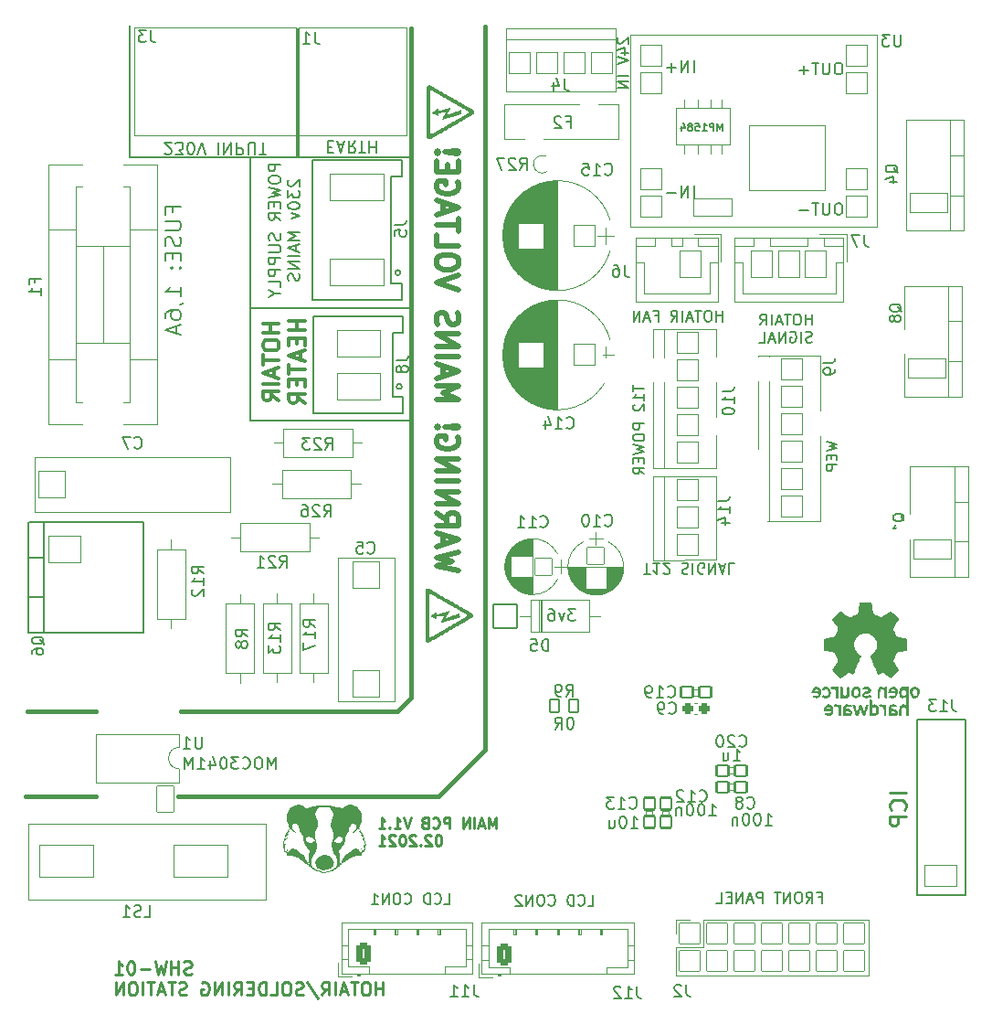
<source format=gbo>
G04 #@! TF.GenerationSoftware,KiCad,Pcbnew,(6.0.1)*
G04 #@! TF.CreationDate,2022-02-14T21:07:25+01:00*
G04 #@! TF.ProjectId,hotair-soldering-station-main-pcb ,686f7461-6972-42d7-936f-6c646572696e,rev?*
G04 #@! TF.SameCoordinates,Original*
G04 #@! TF.FileFunction,Legend,Bot*
G04 #@! TF.FilePolarity,Positive*
%FSLAX46Y46*%
G04 Gerber Fmt 4.6, Leading zero omitted, Abs format (unit mm)*
G04 Created by KiCad (PCBNEW (6.0.1)) date 2022-02-14 21:07:25*
%MOMM*%
%LPD*%
G01*
G04 APERTURE LIST*
G04 Aperture macros list*
%AMRoundRect*
0 Rectangle with rounded corners*
0 $1 Rounding radius*
0 $2 $3 $4 $5 $6 $7 $8 $9 X,Y pos of 4 corners*
0 Add a 4 corners polygon primitive as box body*
4,1,4,$2,$3,$4,$5,$6,$7,$8,$9,$2,$3,0*
0 Add four circle primitives for the rounded corners*
1,1,$1+$1,$2,$3*
1,1,$1+$1,$4,$5*
1,1,$1+$1,$6,$7*
1,1,$1+$1,$8,$9*
0 Add four rect primitives between the rounded corners*
20,1,$1+$1,$2,$3,$4,$5,0*
20,1,$1+$1,$4,$5,$6,$7,0*
20,1,$1+$1,$6,$7,$8,$9,0*
20,1,$1+$1,$8,$9,$2,$3,0*%
G04 Aperture macros list end*
%ADD10C,0.210000*%
%ADD11C,0.400000*%
%ADD12C,0.200000*%
%ADD13C,0.160000*%
%ADD14C,0.300000*%
%ADD15C,0.500000*%
%ADD16C,0.220000*%
%ADD17C,0.250000*%
%ADD18C,0.150000*%
%ADD19C,0.120000*%
%ADD20C,0.066040*%
%ADD21C,0.280000*%
%ADD22C,1.500000*%
%ADD23O,3.102000X5.102000*%
%ADD24RoundRect,0.051000X-1.000000X-1.000000X1.000000X-1.000000X1.000000X1.000000X-1.000000X1.000000X0*%
%ADD25RoundRect,0.051000X1.000000X1.000000X-1.000000X1.000000X-1.000000X-1.000000X1.000000X-1.000000X0*%
%ADD26RoundRect,0.051000X0.800000X0.800000X-0.800000X0.800000X-0.800000X-0.800000X0.800000X-0.800000X0*%
%ADD27C,1.702000*%
%ADD28RoundRect,0.051000X-1.100000X-1.100000X1.100000X-1.100000X1.100000X1.100000X-1.100000X1.100000X0*%
%ADD29O,2.302000X2.302000*%
%ADD30RoundRect,0.051000X-0.800000X0.800000X-0.800000X-0.800000X0.800000X-0.800000X0.800000X0.800000X0*%
%ADD31C,1.502000*%
%ADD32O,1.502000X1.502000*%
%ADD33RoundRect,0.051000X0.800000X-1.200000X0.800000X1.200000X-0.800000X1.200000X-0.800000X-1.200000X0*%
%ADD34O,1.702000X2.502000*%
%ADD35O,1.702000X1.702000*%
%ADD36RoundRect,0.051000X-1.500000X1.250000X-1.500000X-1.250000X1.500000X-1.250000X1.500000X1.250000X0*%
%ADD37O,2.602000X4.102000*%
%ADD38O,3.302000X2.602000*%
%ADD39RoundRect,0.051000X-1.500000X-1.000000X1.500000X-1.000000X1.500000X1.000000X-1.500000X1.000000X0*%
%ADD40O,3.402000X1.902000*%
%ADD41RoundRect,0.051000X-1.000000X1.000000X-1.000000X-1.000000X1.000000X-1.000000X1.000000X1.000000X0*%
%ADD42RoundRect,0.051000X1.750000X-0.900000X1.750000X0.900000X-1.750000X0.900000X-1.750000X-0.900000X0*%
%ADD43O,3.602000X1.902000*%
%ADD44RoundRect,0.051000X-2.500000X-1.500000X2.500000X-1.500000X2.500000X1.500000X-2.500000X1.500000X0*%
%ADD45RoundRect,0.051000X2.000000X-1.250000X2.000000X1.250000X-2.000000X1.250000X-2.000000X-1.250000X0*%
%ADD46RoundRect,0.051000X1.000000X1.250000X-1.000000X1.250000X-1.000000X-1.250000X1.000000X-1.250000X0*%
%ADD47C,1.800000*%
%ADD48RoundRect,0.051000X2.500000X-1.250000X2.500000X1.250000X-2.500000X1.250000X-2.500000X-1.250000X0*%
%ADD49C,2.102000*%
%ADD50C,1.852000*%
%ADD51RoundRect,0.051000X-0.950000X0.950000X-0.950000X-0.950000X0.950000X-0.950000X0.950000X0.950000X0*%
%ADD52O,3.102000X4.602000*%
%ADD53O,2.602000X2.602000*%
%ADD54RoundRect,0.051000X1.250000X1.250000X-1.250000X1.250000X-1.250000X-1.250000X1.250000X-1.250000X0*%
%ADD55RoundRect,0.051000X1.250000X-1.250000X1.250000X1.250000X-1.250000X1.250000X-1.250000X-1.250000X0*%
%ADD56O,2.102000X6.102000*%
%ADD57RoundRect,0.101600X0.398780X0.599440X-0.398780X0.599440X-0.398780X-0.599440X0.398780X-0.599440X0*%
%ADD58C,2.112000*%
%ADD59RoundRect,0.276000X-0.225000X-0.250000X0.225000X-0.250000X0.225000X0.250000X-0.225000X0.250000X0*%
%ADD60RoundRect,0.101600X0.499110X-0.549910X0.499110X0.549910X-0.499110X0.549910X-0.499110X-0.549910X0*%
%ADD61RoundRect,0.101600X0.549910X0.499110X-0.549910X0.499110X-0.549910X-0.499110X0.549910X-0.499110X0*%
%ADD62RoundRect,0.301000X-0.350000X-0.750000X0.350000X-0.750000X0.350000X0.750000X-0.350000X0.750000X0*%
%ADD63O,1.302000X2.102000*%
%ADD64RoundRect,0.101600X-0.549910X-0.499110X0.549910X-0.499110X0.549910X0.499110X-0.549910X0.499110X0*%
G04 APERTURE END LIST*
D10*
X53086000Y-44450000D02*
X39370000Y-44450000D01*
D11*
X59944000Y-18389600D02*
X59944000Y-85344000D01*
D10*
X39370000Y-30480000D02*
X27051000Y-30480000D01*
D11*
X23876000Y-89662000D02*
X17399000Y-89662000D01*
X17526000Y-81788000D02*
X23876000Y-81788000D01*
D10*
X42545000Y-18491200D02*
X42545000Y-30480000D01*
D11*
X55626000Y-89662000D02*
X31496000Y-89662000D01*
X51816000Y-81788000D02*
X53086000Y-80518000D01*
D10*
X53086000Y-30480000D02*
X39370000Y-30480000D01*
X27051000Y-30480000D02*
X27051000Y-18288000D01*
D11*
X31750000Y-81788000D02*
X51816000Y-81788000D01*
D10*
X53086000Y-54864000D02*
X38227000Y-54864000D01*
X42545000Y-30480000D02*
X42672000Y-30480000D01*
D11*
X59944000Y-85344000D02*
X55626000Y-89662000D01*
D10*
X42672000Y-30480000D02*
X42672000Y-18491200D01*
X38227000Y-54864000D02*
X38227000Y-44450000D01*
D11*
X53086000Y-80518000D02*
X53086000Y-18491200D01*
D10*
X38227000Y-44450000D02*
X38227000Y-30480000D01*
X38227000Y-44450000D02*
X39370000Y-44450000D01*
D12*
X69516238Y-99766380D02*
X69992428Y-99766380D01*
X69992428Y-98766380D01*
X68611476Y-99671142D02*
X68659095Y-99718761D01*
X68801952Y-99766380D01*
X68897190Y-99766380D01*
X69040047Y-99718761D01*
X69135285Y-99623523D01*
X69182904Y-99528285D01*
X69230523Y-99337809D01*
X69230523Y-99194952D01*
X69182904Y-99004476D01*
X69135285Y-98909238D01*
X69040047Y-98814000D01*
X68897190Y-98766380D01*
X68801952Y-98766380D01*
X68659095Y-98814000D01*
X68611476Y-98861619D01*
X68182904Y-99766380D02*
X68182904Y-98766380D01*
X67944809Y-98766380D01*
X67801952Y-98814000D01*
X67706714Y-98909238D01*
X67659095Y-99004476D01*
X67611476Y-99194952D01*
X67611476Y-99337809D01*
X67659095Y-99528285D01*
X67706714Y-99623523D01*
X67801952Y-99718761D01*
X67944809Y-99766380D01*
X68182904Y-99766380D01*
X65849571Y-99671142D02*
X65897190Y-99718761D01*
X66040047Y-99766380D01*
X66135285Y-99766380D01*
X66278142Y-99718761D01*
X66373380Y-99623523D01*
X66421000Y-99528285D01*
X66468619Y-99337809D01*
X66468619Y-99194952D01*
X66421000Y-99004476D01*
X66373380Y-98909238D01*
X66278142Y-98814000D01*
X66135285Y-98766380D01*
X66040047Y-98766380D01*
X65897190Y-98814000D01*
X65849571Y-98861619D01*
X65230523Y-98766380D02*
X65040047Y-98766380D01*
X64944809Y-98814000D01*
X64849571Y-98909238D01*
X64801952Y-99099714D01*
X64801952Y-99433047D01*
X64849571Y-99623523D01*
X64944809Y-99718761D01*
X65040047Y-99766380D01*
X65230523Y-99766380D01*
X65325761Y-99718761D01*
X65421000Y-99623523D01*
X65468619Y-99433047D01*
X65468619Y-99099714D01*
X65421000Y-98909238D01*
X65325761Y-98814000D01*
X65230523Y-98766380D01*
X64373380Y-99766380D02*
X64373380Y-98766380D01*
X63801952Y-99766380D01*
X63801952Y-98766380D01*
X63373380Y-98861619D02*
X63325761Y-98814000D01*
X63230523Y-98766380D01*
X62992428Y-98766380D01*
X62897190Y-98814000D01*
X62849571Y-98861619D01*
X62801952Y-98956857D01*
X62801952Y-99052095D01*
X62849571Y-99194952D01*
X63421000Y-99766380D01*
X62801952Y-99766380D01*
X90836190Y-98988571D02*
X91169523Y-98988571D01*
X91169523Y-99512380D02*
X91169523Y-98512380D01*
X90693333Y-98512380D01*
X89740952Y-99512380D02*
X90074285Y-99036190D01*
X90312380Y-99512380D02*
X90312380Y-98512380D01*
X89931428Y-98512380D01*
X89836190Y-98560000D01*
X89788571Y-98607619D01*
X89740952Y-98702857D01*
X89740952Y-98845714D01*
X89788571Y-98940952D01*
X89836190Y-98988571D01*
X89931428Y-99036190D01*
X90312380Y-99036190D01*
X89121904Y-98512380D02*
X88931428Y-98512380D01*
X88836190Y-98560000D01*
X88740952Y-98655238D01*
X88693333Y-98845714D01*
X88693333Y-99179047D01*
X88740952Y-99369523D01*
X88836190Y-99464761D01*
X88931428Y-99512380D01*
X89121904Y-99512380D01*
X89217142Y-99464761D01*
X89312380Y-99369523D01*
X89360000Y-99179047D01*
X89360000Y-98845714D01*
X89312380Y-98655238D01*
X89217142Y-98560000D01*
X89121904Y-98512380D01*
X88264761Y-99512380D02*
X88264761Y-98512380D01*
X87693333Y-99512380D01*
X87693333Y-98512380D01*
X87360000Y-98512380D02*
X86788571Y-98512380D01*
X87074285Y-99512380D02*
X87074285Y-98512380D01*
X85693333Y-99512380D02*
X85693333Y-98512380D01*
X85312380Y-98512380D01*
X85217142Y-98560000D01*
X85169523Y-98607619D01*
X85121904Y-98702857D01*
X85121904Y-98845714D01*
X85169523Y-98940952D01*
X85217142Y-98988571D01*
X85312380Y-99036190D01*
X85693333Y-99036190D01*
X84740952Y-99226666D02*
X84264761Y-99226666D01*
X84836190Y-99512380D02*
X84502857Y-98512380D01*
X84169523Y-99512380D01*
X83836190Y-99512380D02*
X83836190Y-98512380D01*
X83264761Y-99512380D01*
X83264761Y-98512380D01*
X82788571Y-98988571D02*
X82455238Y-98988571D01*
X82312380Y-99512380D02*
X82788571Y-99512380D01*
X82788571Y-98512380D01*
X82312380Y-98512380D01*
X81407619Y-99512380D02*
X81883809Y-99512380D01*
X81883809Y-98512380D01*
D13*
X90241142Y-46002380D02*
X90241142Y-45002380D01*
X90241142Y-45478571D02*
X89669714Y-45478571D01*
X89669714Y-46002380D02*
X89669714Y-45002380D01*
X89003047Y-45002380D02*
X88812571Y-45002380D01*
X88717333Y-45050000D01*
X88622095Y-45145238D01*
X88574476Y-45335714D01*
X88574476Y-45669047D01*
X88622095Y-45859523D01*
X88717333Y-45954761D01*
X88812571Y-46002380D01*
X89003047Y-46002380D01*
X89098285Y-45954761D01*
X89193523Y-45859523D01*
X89241142Y-45669047D01*
X89241142Y-45335714D01*
X89193523Y-45145238D01*
X89098285Y-45050000D01*
X89003047Y-45002380D01*
X88288761Y-45002380D02*
X87717333Y-45002380D01*
X88003047Y-46002380D02*
X88003047Y-45002380D01*
X87431619Y-45716666D02*
X86955428Y-45716666D01*
X87526857Y-46002380D02*
X87193523Y-45002380D01*
X86860190Y-46002380D01*
X86526857Y-46002380D02*
X86526857Y-45002380D01*
X85479238Y-46002380D02*
X85812571Y-45526190D01*
X86050666Y-46002380D02*
X86050666Y-45002380D01*
X85669714Y-45002380D01*
X85574476Y-45050000D01*
X85526857Y-45097619D01*
X85479238Y-45192857D01*
X85479238Y-45335714D01*
X85526857Y-45430952D01*
X85574476Y-45478571D01*
X85669714Y-45526190D01*
X86050666Y-45526190D01*
X90264952Y-47564761D02*
X90122095Y-47612380D01*
X89884000Y-47612380D01*
X89788761Y-47564761D01*
X89741142Y-47517142D01*
X89693523Y-47421904D01*
X89693523Y-47326666D01*
X89741142Y-47231428D01*
X89788761Y-47183809D01*
X89884000Y-47136190D01*
X90074476Y-47088571D01*
X90169714Y-47040952D01*
X90217333Y-46993333D01*
X90264952Y-46898095D01*
X90264952Y-46802857D01*
X90217333Y-46707619D01*
X90169714Y-46660000D01*
X90074476Y-46612380D01*
X89836380Y-46612380D01*
X89693523Y-46660000D01*
X89264952Y-47612380D02*
X89264952Y-46612380D01*
X88264952Y-46660000D02*
X88360190Y-46612380D01*
X88503047Y-46612380D01*
X88645904Y-46660000D01*
X88741142Y-46755238D01*
X88788761Y-46850476D01*
X88836380Y-47040952D01*
X88836380Y-47183809D01*
X88788761Y-47374285D01*
X88741142Y-47469523D01*
X88645904Y-47564761D01*
X88503047Y-47612380D01*
X88407809Y-47612380D01*
X88264952Y-47564761D01*
X88217333Y-47517142D01*
X88217333Y-47183809D01*
X88407809Y-47183809D01*
X87788761Y-47612380D02*
X87788761Y-46612380D01*
X87217333Y-47612380D01*
X87217333Y-46612380D01*
X86788761Y-47326666D02*
X86312571Y-47326666D01*
X86884000Y-47612380D02*
X86550666Y-46612380D01*
X86217333Y-47612380D01*
X85407809Y-47612380D02*
X85884000Y-47612380D01*
X85884000Y-46612380D01*
D14*
X40873071Y-45867285D02*
X39373071Y-45867285D01*
X40087357Y-45867285D02*
X40087357Y-46724428D01*
X40873071Y-46724428D02*
X39373071Y-46724428D01*
X39373071Y-47724428D02*
X39373071Y-48010142D01*
X39444500Y-48153000D01*
X39587357Y-48295857D01*
X39873071Y-48367285D01*
X40373071Y-48367285D01*
X40658785Y-48295857D01*
X40801642Y-48153000D01*
X40873071Y-48010142D01*
X40873071Y-47724428D01*
X40801642Y-47581571D01*
X40658785Y-47438714D01*
X40373071Y-47367285D01*
X39873071Y-47367285D01*
X39587357Y-47438714D01*
X39444500Y-47581571D01*
X39373071Y-47724428D01*
X39373071Y-48795857D02*
X39373071Y-49653000D01*
X40873071Y-49224428D02*
X39373071Y-49224428D01*
X40444500Y-50081571D02*
X40444500Y-50795857D01*
X40873071Y-49938714D02*
X39373071Y-50438714D01*
X40873071Y-50938714D01*
X40873071Y-51438714D02*
X39373071Y-51438714D01*
X40873071Y-53010142D02*
X40158785Y-52510142D01*
X40873071Y-52153000D02*
X39373071Y-52153000D01*
X39373071Y-52724428D01*
X39444500Y-52867285D01*
X39515928Y-52938714D01*
X39658785Y-53010142D01*
X39873071Y-53010142D01*
X40015928Y-52938714D01*
X40087357Y-52867285D01*
X40158785Y-52724428D01*
X40158785Y-52153000D01*
X43288071Y-45653000D02*
X41788071Y-45653000D01*
X42502357Y-45653000D02*
X42502357Y-46510142D01*
X43288071Y-46510142D02*
X41788071Y-46510142D01*
X42502357Y-47224428D02*
X42502357Y-47724428D01*
X43288071Y-47938714D02*
X43288071Y-47224428D01*
X41788071Y-47224428D01*
X41788071Y-47938714D01*
X42859500Y-48510142D02*
X42859500Y-49224428D01*
X43288071Y-48367285D02*
X41788071Y-48867285D01*
X43288071Y-49367285D01*
X41788071Y-49653000D02*
X41788071Y-50510142D01*
X43288071Y-50081571D02*
X41788071Y-50081571D01*
X42502357Y-51010142D02*
X42502357Y-51510142D01*
X43288071Y-51724428D02*
X43288071Y-51010142D01*
X41788071Y-51010142D01*
X41788071Y-51724428D01*
X43288071Y-53224428D02*
X42573785Y-52724428D01*
X43288071Y-52367285D02*
X41788071Y-52367285D01*
X41788071Y-52938714D01*
X41859500Y-53081571D01*
X41930928Y-53153000D01*
X42073785Y-53224428D01*
X42288071Y-53224428D01*
X42430928Y-53153000D01*
X42502357Y-53081571D01*
X42573785Y-52938714D01*
X42573785Y-52367285D01*
D15*
X57483238Y-68752190D02*
X55483238Y-68276000D01*
X56911809Y-67895047D01*
X55483238Y-67514095D01*
X57483238Y-67037904D01*
X56054666Y-66371238D02*
X56054666Y-65418857D01*
X55483238Y-66561714D02*
X57483238Y-65895047D01*
X55483238Y-65228380D01*
X55483238Y-63418857D02*
X56435619Y-64085523D01*
X55483238Y-64561714D02*
X57483238Y-64561714D01*
X57483238Y-63799809D01*
X57388000Y-63609333D01*
X57292761Y-63514095D01*
X57102285Y-63418857D01*
X56816571Y-63418857D01*
X56626095Y-63514095D01*
X56530857Y-63609333D01*
X56435619Y-63799809D01*
X56435619Y-64561714D01*
X55483238Y-62561714D02*
X57483238Y-62561714D01*
X55483238Y-61418857D01*
X57483238Y-61418857D01*
X55483238Y-60466476D02*
X57483238Y-60466476D01*
X55483238Y-59514095D02*
X57483238Y-59514095D01*
X55483238Y-58371238D01*
X57483238Y-58371238D01*
X57388000Y-56371238D02*
X57483238Y-56561714D01*
X57483238Y-56847428D01*
X57388000Y-57133142D01*
X57197523Y-57323619D01*
X57007047Y-57418857D01*
X56626095Y-57514095D01*
X56340380Y-57514095D01*
X55959428Y-57418857D01*
X55768952Y-57323619D01*
X55578476Y-57133142D01*
X55483238Y-56847428D01*
X55483238Y-56656952D01*
X55578476Y-56371238D01*
X55673714Y-56276000D01*
X56340380Y-56276000D01*
X56340380Y-56656952D01*
X55673714Y-55418857D02*
X55578476Y-55323619D01*
X55483238Y-55418857D01*
X55578476Y-55514095D01*
X55673714Y-55418857D01*
X55483238Y-55418857D01*
X56245142Y-55418857D02*
X57388000Y-55514095D01*
X57483238Y-55418857D01*
X57388000Y-55323619D01*
X56245142Y-55418857D01*
X57483238Y-55418857D01*
X55483238Y-52942666D02*
X57483238Y-52942666D01*
X56054666Y-52276000D01*
X57483238Y-51609333D01*
X55483238Y-51609333D01*
X56054666Y-50752190D02*
X56054666Y-49799809D01*
X55483238Y-50942666D02*
X57483238Y-50276000D01*
X55483238Y-49609333D01*
X55483238Y-48942666D02*
X57483238Y-48942666D01*
X55483238Y-47990285D02*
X57483238Y-47990285D01*
X55483238Y-46847428D01*
X57483238Y-46847428D01*
X55578476Y-45990285D02*
X55483238Y-45704571D01*
X55483238Y-45228380D01*
X55578476Y-45037904D01*
X55673714Y-44942666D01*
X55864190Y-44847428D01*
X56054666Y-44847428D01*
X56245142Y-44942666D01*
X56340380Y-45037904D01*
X56435619Y-45228380D01*
X56530857Y-45609333D01*
X56626095Y-45799809D01*
X56721333Y-45895047D01*
X56911809Y-45990285D01*
X57102285Y-45990285D01*
X57292761Y-45895047D01*
X57388000Y-45799809D01*
X57483238Y-45609333D01*
X57483238Y-45133142D01*
X57388000Y-44847428D01*
X57483238Y-42752190D02*
X55483238Y-42085523D01*
X57483238Y-41418857D01*
X57483238Y-40371238D02*
X57483238Y-39990285D01*
X57388000Y-39799809D01*
X57197523Y-39609333D01*
X56816571Y-39514095D01*
X56149904Y-39514095D01*
X55768952Y-39609333D01*
X55578476Y-39799809D01*
X55483238Y-39990285D01*
X55483238Y-40371238D01*
X55578476Y-40561714D01*
X55768952Y-40752190D01*
X56149904Y-40847428D01*
X56816571Y-40847428D01*
X57197523Y-40752190D01*
X57388000Y-40561714D01*
X57483238Y-40371238D01*
X55483238Y-37704571D02*
X55483238Y-38656952D01*
X57483238Y-38656952D01*
X57483238Y-37323619D02*
X57483238Y-36180761D01*
X55483238Y-36752190D02*
X57483238Y-36752190D01*
X56054666Y-35609333D02*
X56054666Y-34656952D01*
X55483238Y-35799809D02*
X57483238Y-35133142D01*
X55483238Y-34466476D01*
X57388000Y-32752190D02*
X57483238Y-32942666D01*
X57483238Y-33228380D01*
X57388000Y-33514095D01*
X57197523Y-33704571D01*
X57007047Y-33799809D01*
X56626095Y-33895047D01*
X56340380Y-33895047D01*
X55959428Y-33799809D01*
X55768952Y-33704571D01*
X55578476Y-33514095D01*
X55483238Y-33228380D01*
X55483238Y-33037904D01*
X55578476Y-32752190D01*
X55673714Y-32656952D01*
X56340380Y-32656952D01*
X56340380Y-33037904D01*
X56530857Y-31799809D02*
X56530857Y-31133142D01*
X55483238Y-30847428D02*
X55483238Y-31799809D01*
X57483238Y-31799809D01*
X57483238Y-30847428D01*
X55673714Y-29990285D02*
X55578476Y-29895047D01*
X55483238Y-29990285D01*
X55578476Y-30085523D01*
X55673714Y-29990285D01*
X55483238Y-29990285D01*
X56245142Y-29990285D02*
X57388000Y-30085523D01*
X57483238Y-29990285D01*
X57388000Y-29895047D01*
X56245142Y-29990285D01*
X57483238Y-29990285D01*
D12*
X45372619Y-29542571D02*
X45739285Y-29542571D01*
X45896428Y-28966380D02*
X45372619Y-28966380D01*
X45372619Y-30066380D01*
X45896428Y-30066380D01*
X46315476Y-29280666D02*
X46839285Y-29280666D01*
X46210714Y-28966380D02*
X46577380Y-30066380D01*
X46944047Y-28966380D01*
X47939285Y-28966380D02*
X47572619Y-29490190D01*
X47310714Y-28966380D02*
X47310714Y-30066380D01*
X47729761Y-30066380D01*
X47834523Y-30014000D01*
X47886904Y-29961619D01*
X47939285Y-29856857D01*
X47939285Y-29699714D01*
X47886904Y-29594952D01*
X47834523Y-29542571D01*
X47729761Y-29490190D01*
X47310714Y-29490190D01*
X48253571Y-30066380D02*
X48882142Y-30066380D01*
X48567857Y-28966380D02*
X48567857Y-30066380D01*
X49248809Y-28966380D02*
X49248809Y-30066380D01*
X49248809Y-29542571D02*
X49877380Y-29542571D01*
X49877380Y-28966380D02*
X49877380Y-30066380D01*
X74701923Y-69051419D02*
X75273352Y-69051419D01*
X74987638Y-68051419D02*
X74987638Y-69051419D01*
X76130495Y-68051419D02*
X75559066Y-68051419D01*
X75844780Y-68051419D02*
X75844780Y-69051419D01*
X75749542Y-68908561D01*
X75654304Y-68813323D01*
X75559066Y-68765704D01*
X76511447Y-68956180D02*
X76559066Y-69003800D01*
X76654304Y-69051419D01*
X76892400Y-69051419D01*
X76987638Y-69003800D01*
X77035257Y-68956180D01*
X77082876Y-68860942D01*
X77082876Y-68765704D01*
X77035257Y-68622847D01*
X76463828Y-68051419D01*
X77082876Y-68051419D01*
X78225733Y-68099038D02*
X78368590Y-68051419D01*
X78606685Y-68051419D01*
X78701923Y-68099038D01*
X78749542Y-68146657D01*
X78797161Y-68241895D01*
X78797161Y-68337133D01*
X78749542Y-68432371D01*
X78701923Y-68479990D01*
X78606685Y-68527609D01*
X78416209Y-68575228D01*
X78320971Y-68622847D01*
X78273352Y-68670466D01*
X78225733Y-68765704D01*
X78225733Y-68860942D01*
X78273352Y-68956180D01*
X78320971Y-69003800D01*
X78416209Y-69051419D01*
X78654304Y-69051419D01*
X78797161Y-69003800D01*
X79225733Y-68051419D02*
X79225733Y-69051419D01*
X80225733Y-69003800D02*
X80130495Y-69051419D01*
X79987638Y-69051419D01*
X79844780Y-69003800D01*
X79749542Y-68908561D01*
X79701923Y-68813323D01*
X79654304Y-68622847D01*
X79654304Y-68479990D01*
X79701923Y-68289514D01*
X79749542Y-68194276D01*
X79844780Y-68099038D01*
X79987638Y-68051419D01*
X80082876Y-68051419D01*
X80225733Y-68099038D01*
X80273352Y-68146657D01*
X80273352Y-68479990D01*
X80082876Y-68479990D01*
X80701923Y-68051419D02*
X80701923Y-69051419D01*
X81273352Y-68051419D01*
X81273352Y-69051419D01*
X81701923Y-68337133D02*
X82178114Y-68337133D01*
X81606685Y-68051419D02*
X81940019Y-69051419D01*
X82273352Y-68051419D01*
X83082876Y-68051419D02*
X82606685Y-68051419D01*
X82606685Y-69051419D01*
D16*
X60974619Y-92611380D02*
X60974619Y-91611380D01*
X60641285Y-92325666D01*
X60307952Y-91611380D01*
X60307952Y-92611380D01*
X59879380Y-92325666D02*
X59403190Y-92325666D01*
X59974619Y-92611380D02*
X59641285Y-91611380D01*
X59307952Y-92611380D01*
X58974619Y-92611380D02*
X58974619Y-91611380D01*
X58498428Y-92611380D02*
X58498428Y-91611380D01*
X57927000Y-92611380D01*
X57927000Y-91611380D01*
X56688904Y-92611380D02*
X56688904Y-91611380D01*
X56307952Y-91611380D01*
X56212714Y-91659000D01*
X56165095Y-91706619D01*
X56117476Y-91801857D01*
X56117476Y-91944714D01*
X56165095Y-92039952D01*
X56212714Y-92087571D01*
X56307952Y-92135190D01*
X56688904Y-92135190D01*
X55117476Y-92516142D02*
X55165095Y-92563761D01*
X55307952Y-92611380D01*
X55403190Y-92611380D01*
X55546047Y-92563761D01*
X55641285Y-92468523D01*
X55688904Y-92373285D01*
X55736523Y-92182809D01*
X55736523Y-92039952D01*
X55688904Y-91849476D01*
X55641285Y-91754238D01*
X55546047Y-91659000D01*
X55403190Y-91611380D01*
X55307952Y-91611380D01*
X55165095Y-91659000D01*
X55117476Y-91706619D01*
X54355571Y-92087571D02*
X54212714Y-92135190D01*
X54165095Y-92182809D01*
X54117476Y-92278047D01*
X54117476Y-92420904D01*
X54165095Y-92516142D01*
X54212714Y-92563761D01*
X54307952Y-92611380D01*
X54688904Y-92611380D01*
X54688904Y-91611380D01*
X54355571Y-91611380D01*
X54260333Y-91659000D01*
X54212714Y-91706619D01*
X54165095Y-91801857D01*
X54165095Y-91897095D01*
X54212714Y-91992333D01*
X54260333Y-92039952D01*
X54355571Y-92087571D01*
X54688904Y-92087571D01*
X53069857Y-91611380D02*
X52736523Y-92611380D01*
X52403190Y-91611380D01*
X51546047Y-92611380D02*
X52117476Y-92611380D01*
X51831761Y-92611380D02*
X51831761Y-91611380D01*
X51927000Y-91754238D01*
X52022238Y-91849476D01*
X52117476Y-91897095D01*
X51117476Y-92516142D02*
X51069857Y-92563761D01*
X51117476Y-92611380D01*
X51165095Y-92563761D01*
X51117476Y-92516142D01*
X51117476Y-92611380D01*
X50117476Y-92611380D02*
X50688904Y-92611380D01*
X50403190Y-92611380D02*
X50403190Y-91611380D01*
X50498428Y-91754238D01*
X50593666Y-91849476D01*
X50688904Y-91897095D01*
X55688904Y-93221380D02*
X55593666Y-93221380D01*
X55498428Y-93269000D01*
X55450809Y-93316619D01*
X55403190Y-93411857D01*
X55355571Y-93602333D01*
X55355571Y-93840428D01*
X55403190Y-94030904D01*
X55450809Y-94126142D01*
X55498428Y-94173761D01*
X55593666Y-94221380D01*
X55688904Y-94221380D01*
X55784142Y-94173761D01*
X55831761Y-94126142D01*
X55879380Y-94030904D01*
X55927000Y-93840428D01*
X55927000Y-93602333D01*
X55879380Y-93411857D01*
X55831761Y-93316619D01*
X55784142Y-93269000D01*
X55688904Y-93221380D01*
X54974619Y-93316619D02*
X54927000Y-93269000D01*
X54831761Y-93221380D01*
X54593666Y-93221380D01*
X54498428Y-93269000D01*
X54450809Y-93316619D01*
X54403190Y-93411857D01*
X54403190Y-93507095D01*
X54450809Y-93649952D01*
X55022238Y-94221380D01*
X54403190Y-94221380D01*
X53974619Y-94126142D02*
X53927000Y-94173761D01*
X53974619Y-94221380D01*
X54022238Y-94173761D01*
X53974619Y-94126142D01*
X53974619Y-94221380D01*
X53546047Y-93316619D02*
X53498428Y-93269000D01*
X53403190Y-93221380D01*
X53165095Y-93221380D01*
X53069857Y-93269000D01*
X53022238Y-93316619D01*
X52974619Y-93411857D01*
X52974619Y-93507095D01*
X53022238Y-93649952D01*
X53593666Y-94221380D01*
X52974619Y-94221380D01*
X52355571Y-93221380D02*
X52260333Y-93221380D01*
X52165095Y-93269000D01*
X52117476Y-93316619D01*
X52069857Y-93411857D01*
X52022238Y-93602333D01*
X52022238Y-93840428D01*
X52069857Y-94030904D01*
X52117476Y-94126142D01*
X52165095Y-94173761D01*
X52260333Y-94221380D01*
X52355571Y-94221380D01*
X52450809Y-94173761D01*
X52498428Y-94126142D01*
X52546047Y-94030904D01*
X52593666Y-93840428D01*
X52593666Y-93602333D01*
X52546047Y-93411857D01*
X52498428Y-93316619D01*
X52450809Y-93269000D01*
X52355571Y-93221380D01*
X51641285Y-93316619D02*
X51593666Y-93269000D01*
X51498428Y-93221380D01*
X51260333Y-93221380D01*
X51165095Y-93269000D01*
X51117476Y-93316619D01*
X51069857Y-93411857D01*
X51069857Y-93507095D01*
X51117476Y-93649952D01*
X51688904Y-94221380D01*
X51069857Y-94221380D01*
X50117476Y-94221380D02*
X50688904Y-94221380D01*
X50403190Y-94221380D02*
X50403190Y-93221380D01*
X50498428Y-93364238D01*
X50593666Y-93459476D01*
X50688904Y-93507095D01*
D12*
X73721980Y-51560933D02*
X73721980Y-52132361D01*
X74721980Y-51846647D02*
X73721980Y-51846647D01*
X74721980Y-52989504D02*
X74721980Y-52418076D01*
X74721980Y-52703790D02*
X73721980Y-52703790D01*
X73864838Y-52608552D01*
X73960076Y-52513314D01*
X74007695Y-52418076D01*
X73817219Y-53370457D02*
X73769600Y-53418076D01*
X73721980Y-53513314D01*
X73721980Y-53751409D01*
X73769600Y-53846647D01*
X73817219Y-53894266D01*
X73912457Y-53941885D01*
X74007695Y-53941885D01*
X74150552Y-53894266D01*
X74721980Y-53322838D01*
X74721980Y-53941885D01*
X74721980Y-55132361D02*
X73721980Y-55132361D01*
X73721980Y-55513314D01*
X73769600Y-55608552D01*
X73817219Y-55656171D01*
X73912457Y-55703790D01*
X74055314Y-55703790D01*
X74150552Y-55656171D01*
X74198171Y-55608552D01*
X74245790Y-55513314D01*
X74245790Y-55132361D01*
X73721980Y-56322838D02*
X73721980Y-56513314D01*
X73769600Y-56608552D01*
X73864838Y-56703790D01*
X74055314Y-56751409D01*
X74388647Y-56751409D01*
X74579123Y-56703790D01*
X74674361Y-56608552D01*
X74721980Y-56513314D01*
X74721980Y-56322838D01*
X74674361Y-56227600D01*
X74579123Y-56132361D01*
X74388647Y-56084742D01*
X74055314Y-56084742D01*
X73864838Y-56132361D01*
X73769600Y-56227600D01*
X73721980Y-56322838D01*
X73721980Y-57084742D02*
X74721980Y-57322838D01*
X74007695Y-57513314D01*
X74721980Y-57703790D01*
X73721980Y-57941885D01*
X74198171Y-58322838D02*
X74198171Y-58656171D01*
X74721980Y-58799028D02*
X74721980Y-58322838D01*
X73721980Y-58322838D01*
X73721980Y-58799028D01*
X74721980Y-59799028D02*
X74245790Y-59465695D01*
X74721980Y-59227600D02*
X73721980Y-59227600D01*
X73721980Y-59608552D01*
X73769600Y-59703790D01*
X73817219Y-59751409D01*
X73912457Y-59799028D01*
X74055314Y-59799028D01*
X74150552Y-59751409D01*
X74198171Y-59703790D01*
X74245790Y-59608552D01*
X74245790Y-59227600D01*
D17*
X32749785Y-106072714D02*
X32578357Y-106129857D01*
X32292642Y-106129857D01*
X32178357Y-106072714D01*
X32121214Y-106015571D01*
X32064071Y-105901285D01*
X32064071Y-105787000D01*
X32121214Y-105672714D01*
X32178357Y-105615571D01*
X32292642Y-105558428D01*
X32521214Y-105501285D01*
X32635500Y-105444142D01*
X32692642Y-105387000D01*
X32749785Y-105272714D01*
X32749785Y-105158428D01*
X32692642Y-105044142D01*
X32635500Y-104987000D01*
X32521214Y-104929857D01*
X32235500Y-104929857D01*
X32064071Y-104987000D01*
X31549785Y-106129857D02*
X31549785Y-104929857D01*
X31549785Y-105501285D02*
X30864071Y-105501285D01*
X30864071Y-106129857D02*
X30864071Y-104929857D01*
X30406928Y-104929857D02*
X30121214Y-106129857D01*
X29892642Y-105272714D01*
X29664071Y-106129857D01*
X29378357Y-104929857D01*
X28921214Y-105672714D02*
X28006928Y-105672714D01*
X27206928Y-104929857D02*
X27092642Y-104929857D01*
X26978357Y-104987000D01*
X26921214Y-105044142D01*
X26864071Y-105158428D01*
X26806928Y-105387000D01*
X26806928Y-105672714D01*
X26864071Y-105901285D01*
X26921214Y-106015571D01*
X26978357Y-106072714D01*
X27092642Y-106129857D01*
X27206928Y-106129857D01*
X27321214Y-106072714D01*
X27378357Y-106015571D01*
X27435500Y-105901285D01*
X27492642Y-105672714D01*
X27492642Y-105387000D01*
X27435500Y-105158428D01*
X27378357Y-105044142D01*
X27321214Y-104987000D01*
X27206928Y-104929857D01*
X25664071Y-106129857D02*
X26349785Y-106129857D01*
X26006928Y-106129857D02*
X26006928Y-104929857D01*
X26121214Y-105101285D01*
X26235500Y-105215571D01*
X26349785Y-105272714D01*
X50521214Y-108061857D02*
X50521214Y-106861857D01*
X50521214Y-107433285D02*
X49835500Y-107433285D01*
X49835500Y-108061857D02*
X49835500Y-106861857D01*
X49035500Y-106861857D02*
X48806928Y-106861857D01*
X48692642Y-106919000D01*
X48578357Y-107033285D01*
X48521214Y-107261857D01*
X48521214Y-107661857D01*
X48578357Y-107890428D01*
X48692642Y-108004714D01*
X48806928Y-108061857D01*
X49035500Y-108061857D01*
X49149785Y-108004714D01*
X49264071Y-107890428D01*
X49321214Y-107661857D01*
X49321214Y-107261857D01*
X49264071Y-107033285D01*
X49149785Y-106919000D01*
X49035500Y-106861857D01*
X48178357Y-106861857D02*
X47492642Y-106861857D01*
X47835500Y-108061857D02*
X47835500Y-106861857D01*
X47149785Y-107719000D02*
X46578357Y-107719000D01*
X47264071Y-108061857D02*
X46864071Y-106861857D01*
X46464071Y-108061857D01*
X46064071Y-108061857D02*
X46064071Y-106861857D01*
X44806928Y-108061857D02*
X45206928Y-107490428D01*
X45492642Y-108061857D02*
X45492642Y-106861857D01*
X45035500Y-106861857D01*
X44921214Y-106919000D01*
X44864071Y-106976142D01*
X44806928Y-107090428D01*
X44806928Y-107261857D01*
X44864071Y-107376142D01*
X44921214Y-107433285D01*
X45035500Y-107490428D01*
X45492642Y-107490428D01*
X43435500Y-106804714D02*
X44464071Y-108347571D01*
X43092642Y-108004714D02*
X42921214Y-108061857D01*
X42635500Y-108061857D01*
X42521214Y-108004714D01*
X42464071Y-107947571D01*
X42406928Y-107833285D01*
X42406928Y-107719000D01*
X42464071Y-107604714D01*
X42521214Y-107547571D01*
X42635500Y-107490428D01*
X42864071Y-107433285D01*
X42978357Y-107376142D01*
X43035500Y-107319000D01*
X43092642Y-107204714D01*
X43092642Y-107090428D01*
X43035500Y-106976142D01*
X42978357Y-106919000D01*
X42864071Y-106861857D01*
X42578357Y-106861857D01*
X42406928Y-106919000D01*
X41664071Y-106861857D02*
X41435500Y-106861857D01*
X41321214Y-106919000D01*
X41206928Y-107033285D01*
X41149785Y-107261857D01*
X41149785Y-107661857D01*
X41206928Y-107890428D01*
X41321214Y-108004714D01*
X41435500Y-108061857D01*
X41664071Y-108061857D01*
X41778357Y-108004714D01*
X41892642Y-107890428D01*
X41949785Y-107661857D01*
X41949785Y-107261857D01*
X41892642Y-107033285D01*
X41778357Y-106919000D01*
X41664071Y-106861857D01*
X40064071Y-108061857D02*
X40635500Y-108061857D01*
X40635500Y-106861857D01*
X39664071Y-108061857D02*
X39664071Y-106861857D01*
X39378357Y-106861857D01*
X39206928Y-106919000D01*
X39092642Y-107033285D01*
X39035500Y-107147571D01*
X38978357Y-107376142D01*
X38978357Y-107547571D01*
X39035500Y-107776142D01*
X39092642Y-107890428D01*
X39206928Y-108004714D01*
X39378357Y-108061857D01*
X39664071Y-108061857D01*
X38464071Y-107433285D02*
X38064071Y-107433285D01*
X37892642Y-108061857D02*
X38464071Y-108061857D01*
X38464071Y-106861857D01*
X37892642Y-106861857D01*
X36692642Y-108061857D02*
X37092642Y-107490428D01*
X37378357Y-108061857D02*
X37378357Y-106861857D01*
X36921214Y-106861857D01*
X36806928Y-106919000D01*
X36749785Y-106976142D01*
X36692642Y-107090428D01*
X36692642Y-107261857D01*
X36749785Y-107376142D01*
X36806928Y-107433285D01*
X36921214Y-107490428D01*
X37378357Y-107490428D01*
X36178357Y-108061857D02*
X36178357Y-106861857D01*
X35606928Y-108061857D02*
X35606928Y-106861857D01*
X34921214Y-108061857D01*
X34921214Y-106861857D01*
X33721214Y-106919000D02*
X33835500Y-106861857D01*
X34006928Y-106861857D01*
X34178357Y-106919000D01*
X34292642Y-107033285D01*
X34349785Y-107147571D01*
X34406928Y-107376142D01*
X34406928Y-107547571D01*
X34349785Y-107776142D01*
X34292642Y-107890428D01*
X34178357Y-108004714D01*
X34006928Y-108061857D01*
X33892642Y-108061857D01*
X33721214Y-108004714D01*
X33664071Y-107947571D01*
X33664071Y-107547571D01*
X33892642Y-107547571D01*
X32292642Y-108004714D02*
X32121214Y-108061857D01*
X31835500Y-108061857D01*
X31721214Y-108004714D01*
X31664071Y-107947571D01*
X31606928Y-107833285D01*
X31606928Y-107719000D01*
X31664071Y-107604714D01*
X31721214Y-107547571D01*
X31835500Y-107490428D01*
X32064071Y-107433285D01*
X32178357Y-107376142D01*
X32235500Y-107319000D01*
X32292642Y-107204714D01*
X32292642Y-107090428D01*
X32235500Y-106976142D01*
X32178357Y-106919000D01*
X32064071Y-106861857D01*
X31778357Y-106861857D01*
X31606928Y-106919000D01*
X31264071Y-106861857D02*
X30578357Y-106861857D01*
X30921214Y-108061857D02*
X30921214Y-106861857D01*
X30235500Y-107719000D02*
X29664071Y-107719000D01*
X30349785Y-108061857D02*
X29949785Y-106861857D01*
X29549785Y-108061857D01*
X29321214Y-106861857D02*
X28635500Y-106861857D01*
X28978357Y-108061857D02*
X28978357Y-106861857D01*
X28235500Y-108061857D02*
X28235500Y-106861857D01*
X27435500Y-106861857D02*
X27206928Y-106861857D01*
X27092642Y-106919000D01*
X26978357Y-107033285D01*
X26921214Y-107261857D01*
X26921214Y-107661857D01*
X26978357Y-107890428D01*
X27092642Y-108004714D01*
X27206928Y-108061857D01*
X27435500Y-108061857D01*
X27549785Y-108004714D01*
X27664071Y-107890428D01*
X27721214Y-107661857D01*
X27721214Y-107261857D01*
X27664071Y-107033285D01*
X27549785Y-106919000D01*
X27435500Y-106861857D01*
X26406928Y-108061857D02*
X26406928Y-106861857D01*
X25721214Y-108061857D01*
X25721214Y-106861857D01*
D12*
X91603580Y-56810447D02*
X92603580Y-57048542D01*
X91889295Y-57239019D01*
X92603580Y-57429495D01*
X91603580Y-57667590D01*
X92079771Y-58048542D02*
X92079771Y-58381876D01*
X92603580Y-58524733D02*
X92603580Y-58048542D01*
X91603580Y-58048542D01*
X91603580Y-58524733D01*
X92603580Y-58953304D02*
X91603580Y-58953304D01*
X91603580Y-59334257D01*
X91651200Y-59429495D01*
X91698819Y-59477114D01*
X91794057Y-59524733D01*
X91936914Y-59524733D01*
X92032152Y-59477114D01*
X92079771Y-59429495D01*
X92127390Y-59334257D01*
X92127390Y-58953304D01*
X72318619Y-19383666D02*
X72271000Y-19431285D01*
X72223380Y-19526523D01*
X72223380Y-19764619D01*
X72271000Y-19859857D01*
X72318619Y-19907476D01*
X72413857Y-19955095D01*
X72509095Y-19955095D01*
X72651952Y-19907476D01*
X73223380Y-19336047D01*
X73223380Y-19955095D01*
X72556714Y-20812238D02*
X73223380Y-20812238D01*
X72175761Y-20574142D02*
X72890047Y-20336047D01*
X72890047Y-20955095D01*
X72223380Y-21193190D02*
X73223380Y-21526523D01*
X72223380Y-21859857D01*
X73223380Y-22955095D02*
X72223380Y-22955095D01*
X73223380Y-23431285D02*
X72223380Y-23431285D01*
X73223380Y-24002714D01*
X72223380Y-24002714D01*
X30289285Y-30088619D02*
X30341666Y-30141000D01*
X30446428Y-30193380D01*
X30708333Y-30193380D01*
X30813095Y-30141000D01*
X30865476Y-30088619D01*
X30917857Y-29983857D01*
X30917857Y-29879095D01*
X30865476Y-29721952D01*
X30236904Y-29093380D01*
X30917857Y-29093380D01*
X31284523Y-30193380D02*
X31965476Y-30193380D01*
X31598809Y-29774333D01*
X31755952Y-29774333D01*
X31860714Y-29721952D01*
X31913095Y-29669571D01*
X31965476Y-29564809D01*
X31965476Y-29302904D01*
X31913095Y-29198142D01*
X31860714Y-29145761D01*
X31755952Y-29093380D01*
X31441666Y-29093380D01*
X31336904Y-29145761D01*
X31284523Y-29198142D01*
X32646428Y-30193380D02*
X32751190Y-30193380D01*
X32855952Y-30141000D01*
X32908333Y-30088619D01*
X32960714Y-29983857D01*
X33013095Y-29774333D01*
X33013095Y-29512428D01*
X32960714Y-29302904D01*
X32908333Y-29198142D01*
X32855952Y-29145761D01*
X32751190Y-29093380D01*
X32646428Y-29093380D01*
X32541666Y-29145761D01*
X32489285Y-29198142D01*
X32436904Y-29302904D01*
X32384523Y-29512428D01*
X32384523Y-29774333D01*
X32436904Y-29983857D01*
X32489285Y-30088619D01*
X32541666Y-30141000D01*
X32646428Y-30193380D01*
X33327380Y-30193380D02*
X33694047Y-29093380D01*
X34060714Y-30193380D01*
X35265476Y-29093380D02*
X35265476Y-30193380D01*
X35789285Y-29093380D02*
X35789285Y-30193380D01*
X36417857Y-29093380D01*
X36417857Y-30193380D01*
X36941666Y-29093380D02*
X36941666Y-30193380D01*
X37360714Y-30193380D01*
X37465476Y-30141000D01*
X37517857Y-30088619D01*
X37570238Y-29983857D01*
X37570238Y-29826714D01*
X37517857Y-29721952D01*
X37465476Y-29669571D01*
X37360714Y-29617190D01*
X36941666Y-29617190D01*
X38041666Y-30193380D02*
X38041666Y-29302904D01*
X38094047Y-29198142D01*
X38146428Y-29145761D01*
X38251190Y-29093380D01*
X38460714Y-29093380D01*
X38565476Y-29145761D01*
X38617857Y-29198142D01*
X38670238Y-29302904D01*
X38670238Y-30193380D01*
X39036904Y-30193380D02*
X39665476Y-30193380D01*
X39351190Y-29093380D02*
X39351190Y-30193380D01*
X56181238Y-99639380D02*
X56657428Y-99639380D01*
X56657428Y-98639380D01*
X55276476Y-99544142D02*
X55324095Y-99591761D01*
X55466952Y-99639380D01*
X55562190Y-99639380D01*
X55705047Y-99591761D01*
X55800285Y-99496523D01*
X55847904Y-99401285D01*
X55895523Y-99210809D01*
X55895523Y-99067952D01*
X55847904Y-98877476D01*
X55800285Y-98782238D01*
X55705047Y-98687000D01*
X55562190Y-98639380D01*
X55466952Y-98639380D01*
X55324095Y-98687000D01*
X55276476Y-98734619D01*
X54847904Y-99639380D02*
X54847904Y-98639380D01*
X54609809Y-98639380D01*
X54466952Y-98687000D01*
X54371714Y-98782238D01*
X54324095Y-98877476D01*
X54276476Y-99067952D01*
X54276476Y-99210809D01*
X54324095Y-99401285D01*
X54371714Y-99496523D01*
X54466952Y-99591761D01*
X54609809Y-99639380D01*
X54847904Y-99639380D01*
X52514571Y-99544142D02*
X52562190Y-99591761D01*
X52705047Y-99639380D01*
X52800285Y-99639380D01*
X52943142Y-99591761D01*
X53038380Y-99496523D01*
X53086000Y-99401285D01*
X53133619Y-99210809D01*
X53133619Y-99067952D01*
X53086000Y-98877476D01*
X53038380Y-98782238D01*
X52943142Y-98687000D01*
X52800285Y-98639380D01*
X52705047Y-98639380D01*
X52562190Y-98687000D01*
X52514571Y-98734619D01*
X51895523Y-98639380D02*
X51705047Y-98639380D01*
X51609809Y-98687000D01*
X51514571Y-98782238D01*
X51466952Y-98972714D01*
X51466952Y-99306047D01*
X51514571Y-99496523D01*
X51609809Y-99591761D01*
X51705047Y-99639380D01*
X51895523Y-99639380D01*
X51990761Y-99591761D01*
X52086000Y-99496523D01*
X52133619Y-99306047D01*
X52133619Y-98972714D01*
X52086000Y-98782238D01*
X51990761Y-98687000D01*
X51895523Y-98639380D01*
X51038380Y-99639380D02*
X51038380Y-98639380D01*
X50466952Y-99639380D01*
X50466952Y-98639380D01*
X49466952Y-99639380D02*
X50038380Y-99639380D01*
X49752666Y-99639380D02*
X49752666Y-98639380D01*
X49847904Y-98782238D01*
X49943142Y-98877476D01*
X50038380Y-98925095D01*
X31007857Y-35572571D02*
X31007857Y-35072571D01*
X31793571Y-35072571D02*
X30293571Y-35072571D01*
X30293571Y-35786857D01*
X30293571Y-36358285D02*
X31507857Y-36358285D01*
X31650714Y-36429714D01*
X31722142Y-36501142D01*
X31793571Y-36644000D01*
X31793571Y-36929714D01*
X31722142Y-37072571D01*
X31650714Y-37144000D01*
X31507857Y-37215428D01*
X30293571Y-37215428D01*
X31722142Y-37858285D02*
X31793571Y-38072571D01*
X31793571Y-38429714D01*
X31722142Y-38572571D01*
X31650714Y-38644000D01*
X31507857Y-38715428D01*
X31365000Y-38715428D01*
X31222142Y-38644000D01*
X31150714Y-38572571D01*
X31079285Y-38429714D01*
X31007857Y-38144000D01*
X30936428Y-38001142D01*
X30865000Y-37929714D01*
X30722142Y-37858285D01*
X30579285Y-37858285D01*
X30436428Y-37929714D01*
X30365000Y-38001142D01*
X30293571Y-38144000D01*
X30293571Y-38501142D01*
X30365000Y-38715428D01*
X31007857Y-39358285D02*
X31007857Y-39858285D01*
X31793571Y-40072571D02*
X31793571Y-39358285D01*
X30293571Y-39358285D01*
X30293571Y-40072571D01*
X31650714Y-40715428D02*
X31722142Y-40786857D01*
X31793571Y-40715428D01*
X31722142Y-40644000D01*
X31650714Y-40715428D01*
X31793571Y-40715428D01*
X30865000Y-40715428D02*
X30936428Y-40786857D01*
X31007857Y-40715428D01*
X30936428Y-40644000D01*
X30865000Y-40715428D01*
X31007857Y-40715428D01*
X31793571Y-43358285D02*
X31793571Y-42501142D01*
X31793571Y-42929714D02*
X30293571Y-42929714D01*
X30507857Y-42786857D01*
X30650714Y-42644000D01*
X30722142Y-42501142D01*
X31722142Y-44072571D02*
X31793571Y-44072571D01*
X31936428Y-44001142D01*
X32007857Y-43929714D01*
X30293571Y-45358285D02*
X30293571Y-45072571D01*
X30365000Y-44929714D01*
X30436428Y-44858285D01*
X30650714Y-44715428D01*
X30936428Y-44644000D01*
X31507857Y-44644000D01*
X31650714Y-44715428D01*
X31722142Y-44786857D01*
X31793571Y-44929714D01*
X31793571Y-45215428D01*
X31722142Y-45358285D01*
X31650714Y-45429714D01*
X31507857Y-45501142D01*
X31150714Y-45501142D01*
X31007857Y-45429714D01*
X30936428Y-45358285D01*
X30865000Y-45215428D01*
X30865000Y-44929714D01*
X30936428Y-44786857D01*
X31007857Y-44715428D01*
X31150714Y-44644000D01*
X31365000Y-46072571D02*
X31365000Y-46786857D01*
X31793571Y-45929714D02*
X30293571Y-46429714D01*
X31793571Y-46929714D01*
D17*
X98976571Y-89305000D02*
X97476571Y-89305000D01*
X98833714Y-90876428D02*
X98905142Y-90805000D01*
X98976571Y-90590714D01*
X98976571Y-90447857D01*
X98905142Y-90233571D01*
X98762285Y-90090714D01*
X98619428Y-90019285D01*
X98333714Y-89947857D01*
X98119428Y-89947857D01*
X97833714Y-90019285D01*
X97690857Y-90090714D01*
X97548000Y-90233571D01*
X97476571Y-90447857D01*
X97476571Y-90590714D01*
X97548000Y-90805000D01*
X97619428Y-90876428D01*
X98976571Y-91519285D02*
X97476571Y-91519285D01*
X97476571Y-92090714D01*
X97548000Y-92233571D01*
X97619428Y-92305000D01*
X97762285Y-92376428D01*
X97976571Y-92376428D01*
X98119428Y-92305000D01*
X98190857Y-92233571D01*
X98262285Y-92090714D01*
X98262285Y-91519285D01*
D12*
X81970047Y-45664380D02*
X81970047Y-44664380D01*
X81970047Y-45140571D02*
X81398619Y-45140571D01*
X81398619Y-45664380D02*
X81398619Y-44664380D01*
X80731952Y-44664380D02*
X80541476Y-44664380D01*
X80446238Y-44712000D01*
X80351000Y-44807238D01*
X80303380Y-44997714D01*
X80303380Y-45331047D01*
X80351000Y-45521523D01*
X80446238Y-45616761D01*
X80541476Y-45664380D01*
X80731952Y-45664380D01*
X80827190Y-45616761D01*
X80922428Y-45521523D01*
X80970047Y-45331047D01*
X80970047Y-44997714D01*
X80922428Y-44807238D01*
X80827190Y-44712000D01*
X80731952Y-44664380D01*
X80017666Y-44664380D02*
X79446238Y-44664380D01*
X79731952Y-45664380D02*
X79731952Y-44664380D01*
X79160523Y-45378666D02*
X78684333Y-45378666D01*
X79255761Y-45664380D02*
X78922428Y-44664380D01*
X78589095Y-45664380D01*
X78255761Y-45664380D02*
X78255761Y-44664380D01*
X77208142Y-45664380D02*
X77541476Y-45188190D01*
X77779571Y-45664380D02*
X77779571Y-44664380D01*
X77398619Y-44664380D01*
X77303380Y-44712000D01*
X77255761Y-44759619D01*
X77208142Y-44854857D01*
X77208142Y-44997714D01*
X77255761Y-45092952D01*
X77303380Y-45140571D01*
X77398619Y-45188190D01*
X77779571Y-45188190D01*
X75684333Y-45140571D02*
X76017666Y-45140571D01*
X76017666Y-45664380D02*
X76017666Y-44664380D01*
X75541476Y-44664380D01*
X75208142Y-45378666D02*
X74731952Y-45378666D01*
X75303380Y-45664380D02*
X74970047Y-44664380D01*
X74636714Y-45664380D01*
X74303380Y-45664380D02*
X74303380Y-44664380D01*
X73731952Y-45664380D01*
X73731952Y-44664380D01*
X41014119Y-31134809D02*
X39914119Y-31134809D01*
X39914119Y-31553857D01*
X39966500Y-31658619D01*
X40018880Y-31711000D01*
X40123642Y-31763380D01*
X40280785Y-31763380D01*
X40385547Y-31711000D01*
X40437928Y-31658619D01*
X40490309Y-31553857D01*
X40490309Y-31134809D01*
X39914119Y-32444333D02*
X39914119Y-32653857D01*
X39966500Y-32758619D01*
X40071261Y-32863380D01*
X40280785Y-32915761D01*
X40647452Y-32915761D01*
X40856976Y-32863380D01*
X40961738Y-32758619D01*
X41014119Y-32653857D01*
X41014119Y-32444333D01*
X40961738Y-32339571D01*
X40856976Y-32234809D01*
X40647452Y-32182428D01*
X40280785Y-32182428D01*
X40071261Y-32234809D01*
X39966500Y-32339571D01*
X39914119Y-32444333D01*
X39914119Y-33282428D02*
X41014119Y-33544333D01*
X40228404Y-33753857D01*
X41014119Y-33963380D01*
X39914119Y-34225285D01*
X40437928Y-34644333D02*
X40437928Y-35011000D01*
X41014119Y-35168142D02*
X41014119Y-34644333D01*
X39914119Y-34644333D01*
X39914119Y-35168142D01*
X41014119Y-36268142D02*
X40490309Y-35901476D01*
X41014119Y-35639571D02*
X39914119Y-35639571D01*
X39914119Y-36058619D01*
X39966500Y-36163380D01*
X40018880Y-36215761D01*
X40123642Y-36268142D01*
X40280785Y-36268142D01*
X40385547Y-36215761D01*
X40437928Y-36163380D01*
X40490309Y-36058619D01*
X40490309Y-35639571D01*
X40961738Y-37525285D02*
X41014119Y-37682428D01*
X41014119Y-37944333D01*
X40961738Y-38049095D01*
X40909357Y-38101476D01*
X40804595Y-38153857D01*
X40699833Y-38153857D01*
X40595071Y-38101476D01*
X40542690Y-38049095D01*
X40490309Y-37944333D01*
X40437928Y-37734809D01*
X40385547Y-37630047D01*
X40333166Y-37577666D01*
X40228404Y-37525285D01*
X40123642Y-37525285D01*
X40018880Y-37577666D01*
X39966500Y-37630047D01*
X39914119Y-37734809D01*
X39914119Y-37996714D01*
X39966500Y-38153857D01*
X39914119Y-38625285D02*
X40804595Y-38625285D01*
X40909357Y-38677666D01*
X40961738Y-38730047D01*
X41014119Y-38834809D01*
X41014119Y-39044333D01*
X40961738Y-39149095D01*
X40909357Y-39201476D01*
X40804595Y-39253857D01*
X39914119Y-39253857D01*
X41014119Y-39777666D02*
X39914119Y-39777666D01*
X39914119Y-40196714D01*
X39966500Y-40301476D01*
X40018880Y-40353857D01*
X40123642Y-40406238D01*
X40280785Y-40406238D01*
X40385547Y-40353857D01*
X40437928Y-40301476D01*
X40490309Y-40196714D01*
X40490309Y-39777666D01*
X41014119Y-40877666D02*
X39914119Y-40877666D01*
X39914119Y-41296714D01*
X39966500Y-41401476D01*
X40018880Y-41453857D01*
X40123642Y-41506238D01*
X40280785Y-41506238D01*
X40385547Y-41453857D01*
X40437928Y-41401476D01*
X40490309Y-41296714D01*
X40490309Y-40877666D01*
X41014119Y-42501476D02*
X41014119Y-41977666D01*
X39914119Y-41977666D01*
X40490309Y-43077666D02*
X41014119Y-43077666D01*
X39914119Y-42711000D02*
X40490309Y-43077666D01*
X39914119Y-43444333D01*
X41789880Y-32549095D02*
X41737500Y-32601476D01*
X41685119Y-32706238D01*
X41685119Y-32968142D01*
X41737500Y-33072904D01*
X41789880Y-33125285D01*
X41894642Y-33177666D01*
X41999404Y-33177666D01*
X42156547Y-33125285D01*
X42785119Y-32496714D01*
X42785119Y-33177666D01*
X41685119Y-33544333D02*
X41685119Y-34225285D01*
X42104166Y-33858619D01*
X42104166Y-34015761D01*
X42156547Y-34120523D01*
X42208928Y-34172904D01*
X42313690Y-34225285D01*
X42575595Y-34225285D01*
X42680357Y-34172904D01*
X42732738Y-34120523D01*
X42785119Y-34015761D01*
X42785119Y-33701476D01*
X42732738Y-33596714D01*
X42680357Y-33544333D01*
X41685119Y-34906238D02*
X41685119Y-35011000D01*
X41737500Y-35115761D01*
X41789880Y-35168142D01*
X41894642Y-35220523D01*
X42104166Y-35272904D01*
X42366071Y-35272904D01*
X42575595Y-35220523D01*
X42680357Y-35168142D01*
X42732738Y-35115761D01*
X42785119Y-35011000D01*
X42785119Y-34906238D01*
X42732738Y-34801476D01*
X42680357Y-34749095D01*
X42575595Y-34696714D01*
X42366071Y-34644333D01*
X42104166Y-34644333D01*
X41894642Y-34696714D01*
X41789880Y-34749095D01*
X41737500Y-34801476D01*
X41685119Y-34906238D01*
X42051785Y-35639571D02*
X42785119Y-35901476D01*
X42051785Y-36163380D01*
X42785119Y-37420523D02*
X41685119Y-37420523D01*
X42470833Y-37787190D01*
X41685119Y-38153857D01*
X42785119Y-38153857D01*
X42470833Y-38625285D02*
X42470833Y-39149095D01*
X42785119Y-38520523D02*
X41685119Y-38887190D01*
X42785119Y-39253857D01*
X42785119Y-39620523D02*
X41685119Y-39620523D01*
X42785119Y-40144333D02*
X41685119Y-40144333D01*
X42785119Y-40772904D01*
X41685119Y-40772904D01*
X42732738Y-41244333D02*
X42785119Y-41401476D01*
X42785119Y-41663380D01*
X42732738Y-41768142D01*
X42680357Y-41820523D01*
X42575595Y-41872904D01*
X42470833Y-41872904D01*
X42366071Y-41820523D01*
X42313690Y-41768142D01*
X42261309Y-41663380D01*
X42208928Y-41453857D01*
X42156547Y-41349095D01*
X42104166Y-41296714D01*
X41999404Y-41244333D01*
X41894642Y-41244333D01*
X41789880Y-41296714D01*
X41737500Y-41349095D01*
X41685119Y-41453857D01*
X41685119Y-41715761D01*
X41737500Y-41872904D01*
D13*
X28941666Y-18701619D02*
X28941666Y-19487333D01*
X28994047Y-19644476D01*
X29098809Y-19749238D01*
X29255952Y-19801619D01*
X29360714Y-19801619D01*
X28522619Y-18701619D02*
X27841666Y-18701619D01*
X28208333Y-19120666D01*
X28051190Y-19120666D01*
X27946428Y-19173047D01*
X27894047Y-19225428D01*
X27841666Y-19330190D01*
X27841666Y-19592095D01*
X27894047Y-19696857D01*
X27946428Y-19749238D01*
X28051190Y-19801619D01*
X28365476Y-19801619D01*
X28470238Y-19749238D01*
X28522619Y-19696857D01*
X98501095Y-19082619D02*
X98501095Y-19973095D01*
X98448714Y-20077857D01*
X98396333Y-20130238D01*
X98291571Y-20182619D01*
X98082047Y-20182619D01*
X97977285Y-20130238D01*
X97924904Y-20077857D01*
X97872523Y-19973095D01*
X97872523Y-19082619D01*
X97453476Y-19082619D02*
X96772523Y-19082619D01*
X97139190Y-19501666D01*
X96982047Y-19501666D01*
X96877285Y-19554047D01*
X96824904Y-19606428D01*
X96772523Y-19711190D01*
X96772523Y-19973095D01*
X96824904Y-20077857D01*
X96877285Y-20130238D01*
X96982047Y-20182619D01*
X97296333Y-20182619D01*
X97401095Y-20130238D01*
X97453476Y-20077857D01*
X92837752Y-21703819D02*
X92628228Y-21703819D01*
X92523466Y-21756200D01*
X92418704Y-21860961D01*
X92366323Y-22070485D01*
X92366323Y-22437152D01*
X92418704Y-22646676D01*
X92523466Y-22751438D01*
X92628228Y-22803819D01*
X92837752Y-22803819D01*
X92942514Y-22751438D01*
X93047276Y-22646676D01*
X93099657Y-22437152D01*
X93099657Y-22070485D01*
X93047276Y-21860961D01*
X92942514Y-21756200D01*
X92837752Y-21703819D01*
X91894895Y-21703819D02*
X91894895Y-22594295D01*
X91842514Y-22699057D01*
X91790133Y-22751438D01*
X91685371Y-22803819D01*
X91475847Y-22803819D01*
X91371085Y-22751438D01*
X91318704Y-22699057D01*
X91266323Y-22594295D01*
X91266323Y-21703819D01*
X90899657Y-21703819D02*
X90271085Y-21703819D01*
X90585371Y-22803819D02*
X90585371Y-21703819D01*
X89904419Y-22384771D02*
X89066323Y-22384771D01*
X89485371Y-22803819D02*
X89485371Y-21965723D01*
X79313942Y-22603819D02*
X79313942Y-21503819D01*
X78790133Y-22603819D02*
X78790133Y-21503819D01*
X78161561Y-22603819D01*
X78161561Y-21503819D01*
X77637752Y-22184771D02*
X76799657Y-22184771D01*
X77218704Y-22603819D02*
X77218704Y-21765723D01*
X92837752Y-34703819D02*
X92628228Y-34703819D01*
X92523466Y-34756200D01*
X92418704Y-34860961D01*
X92366323Y-35070485D01*
X92366323Y-35437152D01*
X92418704Y-35646676D01*
X92523466Y-35751438D01*
X92628228Y-35803819D01*
X92837752Y-35803819D01*
X92942514Y-35751438D01*
X93047276Y-35646676D01*
X93099657Y-35437152D01*
X93099657Y-35070485D01*
X93047276Y-34860961D01*
X92942514Y-34756200D01*
X92837752Y-34703819D01*
X91894895Y-34703819D02*
X91894895Y-35594295D01*
X91842514Y-35699057D01*
X91790133Y-35751438D01*
X91685371Y-35803819D01*
X91475847Y-35803819D01*
X91371085Y-35751438D01*
X91318704Y-35699057D01*
X91266323Y-35594295D01*
X91266323Y-34703819D01*
X90899657Y-34703819D02*
X90271085Y-34703819D01*
X90585371Y-35803819D02*
X90585371Y-34703819D01*
X89904419Y-35384771D02*
X89066323Y-35384771D01*
D18*
X81973466Y-28022866D02*
X81973466Y-27322866D01*
X81740133Y-27822866D01*
X81506800Y-27322866D01*
X81506800Y-28022866D01*
X81173466Y-28022866D02*
X81173466Y-27322866D01*
X80906800Y-27322866D01*
X80840133Y-27356200D01*
X80806800Y-27389533D01*
X80773466Y-27456200D01*
X80773466Y-27556200D01*
X80806800Y-27622866D01*
X80840133Y-27656200D01*
X80906800Y-27689533D01*
X81173466Y-27689533D01*
X80106800Y-28022866D02*
X80506800Y-28022866D01*
X80306800Y-28022866D02*
X80306800Y-27322866D01*
X80373466Y-27422866D01*
X80440133Y-27489533D01*
X80506800Y-27522866D01*
X79473466Y-27322866D02*
X79806800Y-27322866D01*
X79840133Y-27656200D01*
X79806800Y-27622866D01*
X79740133Y-27589533D01*
X79573466Y-27589533D01*
X79506800Y-27622866D01*
X79473466Y-27656200D01*
X79440133Y-27722866D01*
X79440133Y-27889533D01*
X79473466Y-27956200D01*
X79506800Y-27989533D01*
X79573466Y-28022866D01*
X79740133Y-28022866D01*
X79806800Y-27989533D01*
X79840133Y-27956200D01*
X79040133Y-27622866D02*
X79106800Y-27589533D01*
X79140133Y-27556200D01*
X79173466Y-27489533D01*
X79173466Y-27456200D01*
X79140133Y-27389533D01*
X79106800Y-27356200D01*
X79040133Y-27322866D01*
X78906800Y-27322866D01*
X78840133Y-27356200D01*
X78806800Y-27389533D01*
X78773466Y-27456200D01*
X78773466Y-27489533D01*
X78806800Y-27556200D01*
X78840133Y-27589533D01*
X78906800Y-27622866D01*
X79040133Y-27622866D01*
X79106800Y-27656200D01*
X79140133Y-27689533D01*
X79173466Y-27756200D01*
X79173466Y-27889533D01*
X79140133Y-27956200D01*
X79106800Y-27989533D01*
X79040133Y-28022866D01*
X78906800Y-28022866D01*
X78840133Y-27989533D01*
X78806800Y-27956200D01*
X78773466Y-27889533D01*
X78773466Y-27756200D01*
X78806800Y-27689533D01*
X78840133Y-27656200D01*
X78906800Y-27622866D01*
X78173466Y-27556200D02*
X78173466Y-28022866D01*
X78340133Y-27289533D02*
X78506800Y-27789533D01*
X78073466Y-27789533D01*
D13*
X79313942Y-34203819D02*
X79313942Y-33103819D01*
X78790133Y-34203819D02*
X78790133Y-33103819D01*
X78161561Y-34203819D01*
X78161561Y-33103819D01*
X77637752Y-33784771D02*
X76799657Y-33784771D01*
X67295666Y-23146619D02*
X67295666Y-23932333D01*
X67348047Y-24089476D01*
X67452809Y-24194238D01*
X67609952Y-24246619D01*
X67714714Y-24246619D01*
X66300428Y-23513285D02*
X66300428Y-24246619D01*
X66562333Y-23094238D02*
X66824238Y-23879952D01*
X66143285Y-23879952D01*
X65086742Y-64654857D02*
X65139123Y-64707238D01*
X65296266Y-64759619D01*
X65401028Y-64759619D01*
X65558171Y-64707238D01*
X65662933Y-64602476D01*
X65715314Y-64497714D01*
X65767695Y-64288190D01*
X65767695Y-64131047D01*
X65715314Y-63921523D01*
X65662933Y-63816761D01*
X65558171Y-63712000D01*
X65401028Y-63659619D01*
X65296266Y-63659619D01*
X65139123Y-63712000D01*
X65086742Y-63764380D01*
X64039123Y-64759619D02*
X64667695Y-64759619D01*
X64353409Y-64759619D02*
X64353409Y-63659619D01*
X64458171Y-63816761D01*
X64562933Y-63921523D01*
X64667695Y-63973904D01*
X62991504Y-64759619D02*
X63620076Y-64759619D01*
X63305790Y-64759619D02*
X63305790Y-63659619D01*
X63410552Y-63816761D01*
X63515314Y-63921523D01*
X63620076Y-63973904D01*
X65835904Y-76189619D02*
X65835904Y-75089619D01*
X65574000Y-75089619D01*
X65416857Y-75142000D01*
X65312095Y-75246761D01*
X65259714Y-75351523D01*
X65207333Y-75561047D01*
X65207333Y-75718190D01*
X65259714Y-75927714D01*
X65312095Y-76032476D01*
X65416857Y-76137238D01*
X65574000Y-76189619D01*
X65835904Y-76189619D01*
X64212095Y-75089619D02*
X64735904Y-75089619D01*
X64788285Y-75613428D01*
X64735904Y-75561047D01*
X64631142Y-75508666D01*
X64369238Y-75508666D01*
X64264476Y-75561047D01*
X64212095Y-75613428D01*
X64159714Y-75718190D01*
X64159714Y-75980095D01*
X64212095Y-76084857D01*
X64264476Y-76137238D01*
X64369238Y-76189619D01*
X64631142Y-76189619D01*
X64735904Y-76137238D01*
X64788285Y-76084857D01*
X68365523Y-72295619D02*
X67684571Y-72295619D01*
X68051238Y-72714666D01*
X67894095Y-72714666D01*
X67789333Y-72767047D01*
X67736952Y-72819428D01*
X67684571Y-72924190D01*
X67684571Y-73186095D01*
X67736952Y-73290857D01*
X67789333Y-73343238D01*
X67894095Y-73395619D01*
X68208380Y-73395619D01*
X68313142Y-73343238D01*
X68365523Y-73290857D01*
X67317904Y-72662285D02*
X67056000Y-73395619D01*
X66794095Y-72662285D01*
X65903619Y-72295619D02*
X66113142Y-72295619D01*
X66217904Y-72348000D01*
X66270285Y-72400380D01*
X66375047Y-72557523D01*
X66427428Y-72767047D01*
X66427428Y-73186095D01*
X66375047Y-73290857D01*
X66322666Y-73343238D01*
X66217904Y-73395619D01*
X66008380Y-73395619D01*
X65903619Y-73343238D01*
X65851238Y-73290857D01*
X65798857Y-73186095D01*
X65798857Y-72924190D01*
X65851238Y-72819428D01*
X65903619Y-72767047D01*
X66008380Y-72714666D01*
X66217904Y-72714666D01*
X66322666Y-72767047D01*
X66375047Y-72819428D01*
X66427428Y-72924190D01*
X71065142Y-64527857D02*
X71117523Y-64580238D01*
X71274666Y-64632619D01*
X71379428Y-64632619D01*
X71536571Y-64580238D01*
X71641333Y-64475476D01*
X71693714Y-64370714D01*
X71746095Y-64161190D01*
X71746095Y-64004047D01*
X71693714Y-63794523D01*
X71641333Y-63689761D01*
X71536571Y-63585000D01*
X71379428Y-63532619D01*
X71274666Y-63532619D01*
X71117523Y-63585000D01*
X71065142Y-63637380D01*
X70017523Y-64632619D02*
X70646095Y-64632619D01*
X70331809Y-64632619D02*
X70331809Y-63532619D01*
X70436571Y-63689761D01*
X70541333Y-63794523D01*
X70646095Y-63846904D01*
X69336571Y-63532619D02*
X69231809Y-63532619D01*
X69127047Y-63585000D01*
X69074666Y-63637380D01*
X69022285Y-63742142D01*
X68969904Y-63951666D01*
X68969904Y-64213571D01*
X69022285Y-64423095D01*
X69074666Y-64527857D01*
X69127047Y-64580238D01*
X69231809Y-64632619D01*
X69336571Y-64632619D01*
X69441333Y-64580238D01*
X69493714Y-64527857D01*
X69546095Y-64423095D01*
X69598476Y-64213571D01*
X69598476Y-63951666D01*
X69546095Y-63742142D01*
X69493714Y-63637380D01*
X69441333Y-63585000D01*
X69336571Y-63532619D01*
X63191142Y-31612619D02*
X63557809Y-31088809D01*
X63819714Y-31612619D02*
X63819714Y-30512619D01*
X63400666Y-30512619D01*
X63295904Y-30565000D01*
X63243523Y-30617380D01*
X63191142Y-30722142D01*
X63191142Y-30879285D01*
X63243523Y-30984047D01*
X63295904Y-31036428D01*
X63400666Y-31088809D01*
X63819714Y-31088809D01*
X62772095Y-30617380D02*
X62719714Y-30565000D01*
X62614952Y-30512619D01*
X62353047Y-30512619D01*
X62248285Y-30565000D01*
X62195904Y-30617380D01*
X62143523Y-30722142D01*
X62143523Y-30826904D01*
X62195904Y-30984047D01*
X62824476Y-31612619D01*
X62143523Y-31612619D01*
X61776857Y-30512619D02*
X61043523Y-30512619D01*
X61514952Y-31612619D01*
X33731095Y-84106619D02*
X33731095Y-84997095D01*
X33678714Y-85101857D01*
X33626333Y-85154238D01*
X33521571Y-85206619D01*
X33312047Y-85206619D01*
X33207285Y-85154238D01*
X33154904Y-85101857D01*
X33102523Y-84997095D01*
X33102523Y-84106619D01*
X32002523Y-85206619D02*
X32631095Y-85206619D01*
X32316809Y-85206619D02*
X32316809Y-84106619D01*
X32421571Y-84263761D01*
X32526333Y-84368523D01*
X32631095Y-84420904D01*
X40538666Y-87111619D02*
X40538666Y-86011619D01*
X40172000Y-86797333D01*
X39805333Y-86011619D01*
X39805333Y-87111619D01*
X39072000Y-86011619D02*
X38862476Y-86011619D01*
X38757714Y-86064000D01*
X38652952Y-86168761D01*
X38600571Y-86378285D01*
X38600571Y-86744952D01*
X38652952Y-86954476D01*
X38757714Y-87059238D01*
X38862476Y-87111619D01*
X39072000Y-87111619D01*
X39176761Y-87059238D01*
X39281523Y-86954476D01*
X39333904Y-86744952D01*
X39333904Y-86378285D01*
X39281523Y-86168761D01*
X39176761Y-86064000D01*
X39072000Y-86011619D01*
X37500571Y-87006857D02*
X37552952Y-87059238D01*
X37710095Y-87111619D01*
X37814857Y-87111619D01*
X37972000Y-87059238D01*
X38076761Y-86954476D01*
X38129142Y-86849714D01*
X38181523Y-86640190D01*
X38181523Y-86483047D01*
X38129142Y-86273523D01*
X38076761Y-86168761D01*
X37972000Y-86064000D01*
X37814857Y-86011619D01*
X37710095Y-86011619D01*
X37552952Y-86064000D01*
X37500571Y-86116380D01*
X37133904Y-86011619D02*
X36452952Y-86011619D01*
X36819619Y-86430666D01*
X36662476Y-86430666D01*
X36557714Y-86483047D01*
X36505333Y-86535428D01*
X36452952Y-86640190D01*
X36452952Y-86902095D01*
X36505333Y-87006857D01*
X36557714Y-87059238D01*
X36662476Y-87111619D01*
X36976761Y-87111619D01*
X37081523Y-87059238D01*
X37133904Y-87006857D01*
X35772000Y-86011619D02*
X35667238Y-86011619D01*
X35562476Y-86064000D01*
X35510095Y-86116380D01*
X35457714Y-86221142D01*
X35405333Y-86430666D01*
X35405333Y-86692571D01*
X35457714Y-86902095D01*
X35510095Y-87006857D01*
X35562476Y-87059238D01*
X35667238Y-87111619D01*
X35772000Y-87111619D01*
X35876761Y-87059238D01*
X35929142Y-87006857D01*
X35981523Y-86902095D01*
X36033904Y-86692571D01*
X36033904Y-86430666D01*
X35981523Y-86221142D01*
X35929142Y-86116380D01*
X35876761Y-86064000D01*
X35772000Y-86011619D01*
X34462476Y-86378285D02*
X34462476Y-87111619D01*
X34724380Y-85959238D02*
X34986285Y-86744952D01*
X34305333Y-86744952D01*
X33310095Y-87111619D02*
X33938666Y-87111619D01*
X33624380Y-87111619D02*
X33624380Y-86011619D01*
X33729142Y-86168761D01*
X33833904Y-86273523D01*
X33938666Y-86325904D01*
X32838666Y-87111619D02*
X32838666Y-86011619D01*
X32472000Y-86797333D01*
X32105333Y-86011619D01*
X32105333Y-87111619D01*
X33898619Y-69015857D02*
X33374809Y-68649190D01*
X33898619Y-68387285D02*
X32798619Y-68387285D01*
X32798619Y-68806333D01*
X32851000Y-68911095D01*
X32903380Y-68963476D01*
X33008142Y-69015857D01*
X33165285Y-69015857D01*
X33270047Y-68963476D01*
X33322428Y-68911095D01*
X33374809Y-68806333D01*
X33374809Y-68387285D01*
X33898619Y-70063476D02*
X33898619Y-69434904D01*
X33898619Y-69749190D02*
X32798619Y-69749190D01*
X32955761Y-69644428D01*
X33060523Y-69539666D01*
X33112904Y-69434904D01*
X32903380Y-70482523D02*
X32851000Y-70534904D01*
X32798619Y-70639666D01*
X32798619Y-70901571D01*
X32851000Y-71006333D01*
X32903380Y-71058714D01*
X33008142Y-71111095D01*
X33112904Y-71111095D01*
X33270047Y-71058714D01*
X33898619Y-70430142D01*
X33898619Y-71111095D01*
D18*
X19089619Y-75596761D02*
X19042000Y-75501523D01*
X18946761Y-75406285D01*
X18803904Y-75263428D01*
X18756285Y-75168190D01*
X18756285Y-75072952D01*
X18994380Y-75120571D02*
X18946761Y-75025333D01*
X18851523Y-74930095D01*
X18661047Y-74882476D01*
X18327714Y-74882476D01*
X18137238Y-74930095D01*
X18042000Y-75025333D01*
X17994380Y-75120571D01*
X17994380Y-75311047D01*
X18042000Y-75406285D01*
X18137238Y-75501523D01*
X18327714Y-75549142D01*
X18661047Y-75549142D01*
X18851523Y-75501523D01*
X18946761Y-75406285D01*
X18994380Y-75311047D01*
X18994380Y-75120571D01*
X17994380Y-76406285D02*
X17994380Y-76215809D01*
X18042000Y-76120571D01*
X18089619Y-76072952D01*
X18232476Y-75977714D01*
X18422952Y-75930095D01*
X18803904Y-75930095D01*
X18899142Y-75977714D01*
X18946761Y-76025333D01*
X18994380Y-76120571D01*
X18994380Y-76311047D01*
X18946761Y-76406285D01*
X18899142Y-76453904D01*
X18803904Y-76501523D01*
X18565809Y-76501523D01*
X18470571Y-76453904D01*
X18422952Y-76406285D01*
X18375333Y-76311047D01*
X18375333Y-76120571D01*
X18422952Y-76025333D01*
X18470571Y-75977714D01*
X18565809Y-75930095D01*
D13*
X103252476Y-80677619D02*
X103252476Y-81463333D01*
X103304857Y-81620476D01*
X103409619Y-81725238D01*
X103566761Y-81777619D01*
X103671523Y-81777619D01*
X102152476Y-81777619D02*
X102781047Y-81777619D01*
X102466761Y-81777619D02*
X102466761Y-80677619D01*
X102571523Y-80834761D01*
X102676285Y-80939523D01*
X102781047Y-80991904D01*
X101785809Y-80677619D02*
X101104857Y-80677619D01*
X101471523Y-81096666D01*
X101314380Y-81096666D01*
X101209619Y-81149047D01*
X101157238Y-81201428D01*
X101104857Y-81306190D01*
X101104857Y-81568095D01*
X101157238Y-81672857D01*
X101209619Y-81725238D01*
X101314380Y-81777619D01*
X101628666Y-81777619D01*
X101733428Y-81725238D01*
X101785809Y-81672857D01*
X91320219Y-49493533D02*
X92105933Y-49493533D01*
X92263076Y-49441152D01*
X92367838Y-49336390D01*
X92420219Y-49179247D01*
X92420219Y-49074485D01*
X92420219Y-50069723D02*
X92420219Y-50279247D01*
X92367838Y-50384009D01*
X92315457Y-50436390D01*
X92158314Y-50541152D01*
X91948790Y-50593533D01*
X91529742Y-50593533D01*
X91424980Y-50541152D01*
X91372600Y-50488771D01*
X91320219Y-50384009D01*
X91320219Y-50174485D01*
X91372600Y-50069723D01*
X91424980Y-50017342D01*
X91529742Y-49964961D01*
X91791647Y-49964961D01*
X91896409Y-50017342D01*
X91948790Y-50069723D01*
X92001171Y-50174485D01*
X92001171Y-50384009D01*
X91948790Y-50488771D01*
X91896409Y-50541152D01*
X91791647Y-50593533D01*
D18*
X98566219Y-44786561D02*
X98518600Y-44691323D01*
X98423361Y-44596085D01*
X98280504Y-44453228D01*
X98232885Y-44357990D01*
X98232885Y-44262752D01*
X98470980Y-44310371D02*
X98423361Y-44215133D01*
X98328123Y-44119895D01*
X98137647Y-44072276D01*
X97804314Y-44072276D01*
X97613838Y-44119895D01*
X97518600Y-44215133D01*
X97470980Y-44310371D01*
X97470980Y-44500847D01*
X97518600Y-44596085D01*
X97613838Y-44691323D01*
X97804314Y-44738942D01*
X98137647Y-44738942D01*
X98328123Y-44691323D01*
X98423361Y-44596085D01*
X98470980Y-44500847D01*
X98470980Y-44310371D01*
X97899552Y-45310371D02*
X97851933Y-45215133D01*
X97804314Y-45167514D01*
X97709076Y-45119895D01*
X97661457Y-45119895D01*
X97566219Y-45167514D01*
X97518600Y-45215133D01*
X97470980Y-45310371D01*
X97470980Y-45500847D01*
X97518600Y-45596085D01*
X97566219Y-45643704D01*
X97661457Y-45691323D01*
X97709076Y-45691323D01*
X97804314Y-45643704D01*
X97851933Y-45596085D01*
X97899552Y-45500847D01*
X97899552Y-45310371D01*
X97947171Y-45215133D01*
X97994790Y-45167514D01*
X98090028Y-45119895D01*
X98280504Y-45119895D01*
X98375742Y-45167514D01*
X98423361Y-45215133D01*
X98470980Y-45310371D01*
X98470980Y-45500847D01*
X98423361Y-45596085D01*
X98375742Y-45643704D01*
X98280504Y-45691323D01*
X98090028Y-45691323D01*
X97994790Y-45643704D01*
X97947171Y-45596085D01*
X97899552Y-45500847D01*
D13*
X28393142Y-100827619D02*
X28916952Y-100827619D01*
X28916952Y-99727619D01*
X28078857Y-100775238D02*
X27921714Y-100827619D01*
X27659809Y-100827619D01*
X27555047Y-100775238D01*
X27502666Y-100722857D01*
X27450285Y-100618095D01*
X27450285Y-100513333D01*
X27502666Y-100408571D01*
X27555047Y-100356190D01*
X27659809Y-100303809D01*
X27869333Y-100251428D01*
X27974095Y-100199047D01*
X28026476Y-100146666D01*
X28078857Y-100041904D01*
X28078857Y-99937142D01*
X28026476Y-99832380D01*
X27974095Y-99780000D01*
X27869333Y-99727619D01*
X27607428Y-99727619D01*
X27450285Y-99780000D01*
X26402666Y-100827619D02*
X27031238Y-100827619D01*
X26716952Y-100827619D02*
X26716952Y-99727619D01*
X26821714Y-99884761D01*
X26926476Y-99989523D01*
X27031238Y-100041904D01*
X51721619Y-49290333D02*
X52507333Y-49290333D01*
X52664476Y-49237952D01*
X52769238Y-49133190D01*
X52821619Y-48976047D01*
X52821619Y-48871285D01*
X52193047Y-49971285D02*
X52140666Y-49866523D01*
X52088285Y-49814142D01*
X51983523Y-49761761D01*
X51931142Y-49761761D01*
X51826380Y-49814142D01*
X51774000Y-49866523D01*
X51721619Y-49971285D01*
X51721619Y-50180809D01*
X51774000Y-50285571D01*
X51826380Y-50337952D01*
X51931142Y-50390333D01*
X51983523Y-50390333D01*
X52088285Y-50337952D01*
X52140666Y-50285571D01*
X52193047Y-50180809D01*
X52193047Y-49971285D01*
X52245428Y-49866523D01*
X52297809Y-49814142D01*
X52402571Y-49761761D01*
X52612095Y-49761761D01*
X52716857Y-49814142D01*
X52769238Y-49866523D01*
X52821619Y-49971285D01*
X52821619Y-50180809D01*
X52769238Y-50285571D01*
X52716857Y-50337952D01*
X52612095Y-50390333D01*
X52402571Y-50390333D01*
X52297809Y-50337952D01*
X52245428Y-50285571D01*
X52193047Y-50180809D01*
X95108666Y-37624619D02*
X95108666Y-38410333D01*
X95161047Y-38567476D01*
X95265809Y-38672238D01*
X95422952Y-38724619D01*
X95527714Y-38724619D01*
X94689619Y-37624619D02*
X93956285Y-37624619D01*
X94427714Y-38724619D01*
X51594619Y-36717333D02*
X52380333Y-36717333D01*
X52537476Y-36664952D01*
X52642238Y-36560190D01*
X52694619Y-36403047D01*
X52694619Y-36298285D01*
X51594619Y-37764952D02*
X51594619Y-37241142D01*
X52118428Y-37188761D01*
X52066047Y-37241142D01*
X52013666Y-37345904D01*
X52013666Y-37607809D01*
X52066047Y-37712571D01*
X52118428Y-37764952D01*
X52223190Y-37817333D01*
X52485095Y-37817333D01*
X52589857Y-37764952D01*
X52642238Y-37712571D01*
X52694619Y-37607809D01*
X52694619Y-37345904D01*
X52642238Y-37241142D01*
X52589857Y-37188761D01*
X71065142Y-32015857D02*
X71117523Y-32068238D01*
X71274666Y-32120619D01*
X71379428Y-32120619D01*
X71536571Y-32068238D01*
X71641333Y-31963476D01*
X71693714Y-31858714D01*
X71746095Y-31649190D01*
X71746095Y-31492047D01*
X71693714Y-31282523D01*
X71641333Y-31177761D01*
X71536571Y-31073000D01*
X71379428Y-31020619D01*
X71274666Y-31020619D01*
X71117523Y-31073000D01*
X71065142Y-31125380D01*
X70017523Y-32120619D02*
X70646095Y-32120619D01*
X70331809Y-32120619D02*
X70331809Y-31020619D01*
X70436571Y-31177761D01*
X70541333Y-31282523D01*
X70646095Y-31334904D01*
X69022285Y-31020619D02*
X69546095Y-31020619D01*
X69598476Y-31544428D01*
X69546095Y-31492047D01*
X69441333Y-31439666D01*
X69179428Y-31439666D01*
X69074666Y-31492047D01*
X69022285Y-31544428D01*
X68969904Y-31649190D01*
X68969904Y-31911095D01*
X69022285Y-32015857D01*
X69074666Y-32068238D01*
X69179428Y-32120619D01*
X69441333Y-32120619D01*
X69546095Y-32068238D01*
X69598476Y-32015857D01*
X72883666Y-40418619D02*
X72883666Y-41204333D01*
X72936047Y-41361476D01*
X73040809Y-41466238D01*
X73197952Y-41518619D01*
X73302714Y-41518619D01*
X71888428Y-40418619D02*
X72097952Y-40418619D01*
X72202714Y-40471000D01*
X72255095Y-40523380D01*
X72359857Y-40680523D01*
X72412238Y-40890047D01*
X72412238Y-41309095D01*
X72359857Y-41413857D01*
X72307476Y-41466238D01*
X72202714Y-41518619D01*
X71993190Y-41518619D01*
X71888428Y-41466238D01*
X71836047Y-41413857D01*
X71783666Y-41309095D01*
X71783666Y-41047190D01*
X71836047Y-40942428D01*
X71888428Y-40890047D01*
X71993190Y-40837666D01*
X72202714Y-40837666D01*
X72307476Y-40890047D01*
X72359857Y-40942428D01*
X72412238Y-41047190D01*
X78598666Y-107093619D02*
X78598666Y-107879333D01*
X78651047Y-108036476D01*
X78755809Y-108141238D01*
X78912952Y-108193619D01*
X79017714Y-108193619D01*
X78127238Y-107198380D02*
X78074857Y-107146000D01*
X77970095Y-107093619D01*
X77708190Y-107093619D01*
X77603428Y-107146000D01*
X77551047Y-107198380D01*
X77498666Y-107303142D01*
X77498666Y-107407904D01*
X77551047Y-107565047D01*
X78179619Y-108193619D01*
X77498666Y-108193619D01*
X18209028Y-42078533D02*
X18209028Y-41711866D01*
X18785219Y-41711866D02*
X17685219Y-41711866D01*
X17685219Y-42235676D01*
X18785219Y-43230914D02*
X18785219Y-42602342D01*
X18785219Y-42916628D02*
X17685219Y-42916628D01*
X17842361Y-42811866D01*
X17947123Y-42707104D01*
X17999504Y-42602342D01*
X27481333Y-57339657D02*
X27533714Y-57392038D01*
X27690857Y-57444419D01*
X27795619Y-57444419D01*
X27952761Y-57392038D01*
X28057523Y-57287276D01*
X28109904Y-57182514D01*
X28162285Y-56972990D01*
X28162285Y-56815847D01*
X28109904Y-56606323D01*
X28057523Y-56501561D01*
X27952761Y-56396800D01*
X27795619Y-56344419D01*
X27690857Y-56344419D01*
X27533714Y-56396800D01*
X27481333Y-56449180D01*
X27114666Y-56344419D02*
X26381333Y-56344419D01*
X26852761Y-57444419D01*
X49078333Y-67067857D02*
X49130714Y-67120238D01*
X49287857Y-67172619D01*
X49392619Y-67172619D01*
X49549761Y-67120238D01*
X49654523Y-67015476D01*
X49706904Y-66910714D01*
X49759285Y-66701190D01*
X49759285Y-66544047D01*
X49706904Y-66334523D01*
X49654523Y-66229761D01*
X49549761Y-66125000D01*
X49392619Y-66072619D01*
X49287857Y-66072619D01*
X49130714Y-66125000D01*
X49078333Y-66177380D01*
X48083095Y-66072619D02*
X48606904Y-66072619D01*
X48659285Y-66596428D01*
X48606904Y-66544047D01*
X48502142Y-66491666D01*
X48240238Y-66491666D01*
X48135476Y-66544047D01*
X48083095Y-66596428D01*
X48030714Y-66701190D01*
X48030714Y-66963095D01*
X48083095Y-67067857D01*
X48135476Y-67120238D01*
X48240238Y-67172619D01*
X48502142Y-67172619D01*
X48606904Y-67120238D01*
X48659285Y-67067857D01*
X44181666Y-18828619D02*
X44181666Y-19614333D01*
X44234047Y-19771476D01*
X44338809Y-19876238D01*
X44495952Y-19928619D01*
X44600714Y-19928619D01*
X43081666Y-19928619D02*
X43710238Y-19928619D01*
X43395952Y-19928619D02*
X43395952Y-18828619D01*
X43500714Y-18985761D01*
X43605476Y-19090523D01*
X43710238Y-19142904D01*
X67493333Y-80380619D02*
X67860000Y-79856809D01*
X68121904Y-80380619D02*
X68121904Y-79280619D01*
X67702857Y-79280619D01*
X67598095Y-79333000D01*
X67545714Y-79385380D01*
X67493333Y-79490142D01*
X67493333Y-79647285D01*
X67545714Y-79752047D01*
X67598095Y-79804428D01*
X67702857Y-79856809D01*
X68121904Y-79856809D01*
X66969523Y-80380619D02*
X66760000Y-80380619D01*
X66655238Y-80328238D01*
X66602857Y-80275857D01*
X66498095Y-80118714D01*
X66445714Y-79909190D01*
X66445714Y-79490142D01*
X66498095Y-79385380D01*
X66550476Y-79333000D01*
X66655238Y-79280619D01*
X66864761Y-79280619D01*
X66969523Y-79333000D01*
X67021904Y-79385380D01*
X67074285Y-79490142D01*
X67074285Y-79752047D01*
X67021904Y-79856809D01*
X66969523Y-79909190D01*
X66864761Y-79961571D01*
X66655238Y-79961571D01*
X66550476Y-79909190D01*
X66498095Y-79856809D01*
X66445714Y-79752047D01*
X67912380Y-82328619D02*
X67807619Y-82328619D01*
X67702857Y-82381000D01*
X67650476Y-82433380D01*
X67598095Y-82538142D01*
X67545714Y-82747666D01*
X67545714Y-83009571D01*
X67598095Y-83219095D01*
X67650476Y-83323857D01*
X67702857Y-83376238D01*
X67807619Y-83428619D01*
X67912380Y-83428619D01*
X68017142Y-83376238D01*
X68069523Y-83323857D01*
X68121904Y-83219095D01*
X68174285Y-83009571D01*
X68174285Y-82747666D01*
X68121904Y-82538142D01*
X68069523Y-82433380D01*
X68017142Y-82381000D01*
X67912380Y-82328619D01*
X66445714Y-83428619D02*
X66812380Y-82904809D01*
X67074285Y-83428619D02*
X67074285Y-82328619D01*
X66655238Y-82328619D01*
X66550476Y-82381000D01*
X66498095Y-82433380D01*
X66445714Y-82538142D01*
X66445714Y-82695285D01*
X66498095Y-82800047D01*
X66550476Y-82852428D01*
X66655238Y-82904809D01*
X67074285Y-82904809D01*
X67539666Y-27191428D02*
X67906333Y-27191428D01*
X67906333Y-27767619D02*
X67906333Y-26667619D01*
X67382523Y-26667619D01*
X67015857Y-26772380D02*
X66963476Y-26720000D01*
X66858714Y-26667619D01*
X66596809Y-26667619D01*
X66492047Y-26720000D01*
X66439666Y-26772380D01*
X66387285Y-26877142D01*
X66387285Y-26981904D01*
X66439666Y-27139047D01*
X67068238Y-27767619D01*
X66387285Y-27767619D01*
D18*
X98871019Y-64198571D02*
X98823400Y-64103333D01*
X98728161Y-64008095D01*
X98585304Y-63865238D01*
X98537685Y-63770000D01*
X98537685Y-63674761D01*
X98775780Y-63722380D02*
X98728161Y-63627142D01*
X98632923Y-63531904D01*
X98442447Y-63484285D01*
X98109114Y-63484285D01*
X97918638Y-63531904D01*
X97823400Y-63627142D01*
X97775780Y-63722380D01*
X97775780Y-63912857D01*
X97823400Y-64008095D01*
X97918638Y-64103333D01*
X98109114Y-64150952D01*
X98442447Y-64150952D01*
X98632923Y-64103333D01*
X98728161Y-64008095D01*
X98775780Y-63912857D01*
X98775780Y-63722380D01*
X98775780Y-65103333D02*
X98775780Y-64531904D01*
X98775780Y-64817619D02*
X97775780Y-64817619D01*
X97918638Y-64722380D01*
X98013876Y-64627142D01*
X98061495Y-64531904D01*
X97775780Y-65722380D02*
X97775780Y-65817619D01*
X97823400Y-65912857D01*
X97871019Y-65960476D01*
X97966257Y-66008095D01*
X98156733Y-66055714D01*
X98394828Y-66055714D01*
X98585304Y-66008095D01*
X98680542Y-65960476D01*
X98728161Y-65912857D01*
X98775780Y-65817619D01*
X98775780Y-65722380D01*
X98728161Y-65627142D01*
X98680542Y-65579523D01*
X98585304Y-65531904D01*
X98394828Y-65484285D01*
X98156733Y-65484285D01*
X97966257Y-65531904D01*
X97871019Y-65579523D01*
X97823400Y-65627142D01*
X97775780Y-65722380D01*
D13*
X44236419Y-73968857D02*
X43712609Y-73602190D01*
X44236419Y-73340285D02*
X43136419Y-73340285D01*
X43136419Y-73759333D01*
X43188800Y-73864095D01*
X43241180Y-73916476D01*
X43345942Y-73968857D01*
X43503085Y-73968857D01*
X43607847Y-73916476D01*
X43660228Y-73864095D01*
X43712609Y-73759333D01*
X43712609Y-73340285D01*
X44236419Y-75016476D02*
X44236419Y-74387904D01*
X44236419Y-74702190D02*
X43136419Y-74702190D01*
X43293561Y-74597428D01*
X43398323Y-74492666D01*
X43450704Y-74387904D01*
X43136419Y-75383142D02*
X43136419Y-76116476D01*
X44236419Y-75645047D01*
X40946142Y-68442619D02*
X41312809Y-67918809D01*
X41574714Y-68442619D02*
X41574714Y-67342619D01*
X41155666Y-67342619D01*
X41050904Y-67395000D01*
X40998523Y-67447380D01*
X40946142Y-67552142D01*
X40946142Y-67709285D01*
X40998523Y-67814047D01*
X41050904Y-67866428D01*
X41155666Y-67918809D01*
X41574714Y-67918809D01*
X40527095Y-67447380D02*
X40474714Y-67395000D01*
X40369952Y-67342619D01*
X40108047Y-67342619D01*
X40003285Y-67395000D01*
X39950904Y-67447380D01*
X39898523Y-67552142D01*
X39898523Y-67656904D01*
X39950904Y-67814047D01*
X40579476Y-68442619D01*
X39898523Y-68442619D01*
X38850904Y-68442619D02*
X39479476Y-68442619D01*
X39165190Y-68442619D02*
X39165190Y-67342619D01*
X39269952Y-67499761D01*
X39374714Y-67604523D01*
X39479476Y-67656904D01*
X45157142Y-57520619D02*
X45523809Y-56996809D01*
X45785714Y-57520619D02*
X45785714Y-56420619D01*
X45366666Y-56420619D01*
X45261904Y-56473000D01*
X45209523Y-56525380D01*
X45157142Y-56630142D01*
X45157142Y-56787285D01*
X45209523Y-56892047D01*
X45261904Y-56944428D01*
X45366666Y-56996809D01*
X45785714Y-56996809D01*
X44738095Y-56525380D02*
X44685714Y-56473000D01*
X44580952Y-56420619D01*
X44319047Y-56420619D01*
X44214285Y-56473000D01*
X44161904Y-56525380D01*
X44109523Y-56630142D01*
X44109523Y-56734904D01*
X44161904Y-56892047D01*
X44790476Y-57520619D01*
X44109523Y-57520619D01*
X43742857Y-56420619D02*
X43061904Y-56420619D01*
X43428571Y-56839666D01*
X43271428Y-56839666D01*
X43166666Y-56892047D01*
X43114285Y-56944428D01*
X43061904Y-57049190D01*
X43061904Y-57311095D01*
X43114285Y-57415857D01*
X43166666Y-57468238D01*
X43271428Y-57520619D01*
X43585714Y-57520619D01*
X43690476Y-57468238D01*
X43742857Y-57415857D01*
X45030142Y-63743619D02*
X45396809Y-63219809D01*
X45658714Y-63743619D02*
X45658714Y-62643619D01*
X45239666Y-62643619D01*
X45134904Y-62696000D01*
X45082523Y-62748380D01*
X45030142Y-62853142D01*
X45030142Y-63010285D01*
X45082523Y-63115047D01*
X45134904Y-63167428D01*
X45239666Y-63219809D01*
X45658714Y-63219809D01*
X44611095Y-62748380D02*
X44558714Y-62696000D01*
X44453952Y-62643619D01*
X44192047Y-62643619D01*
X44087285Y-62696000D01*
X44034904Y-62748380D01*
X43982523Y-62853142D01*
X43982523Y-62957904D01*
X44034904Y-63115047D01*
X44663476Y-63743619D01*
X43982523Y-63743619D01*
X43039666Y-62643619D02*
X43249190Y-62643619D01*
X43353952Y-62696000D01*
X43406333Y-62748380D01*
X43511095Y-62905523D01*
X43563476Y-63115047D01*
X43563476Y-63534095D01*
X43511095Y-63638857D01*
X43458714Y-63691238D01*
X43353952Y-63743619D01*
X43144428Y-63743619D01*
X43039666Y-63691238D01*
X42987285Y-63638857D01*
X42934904Y-63534095D01*
X42934904Y-63272190D01*
X42987285Y-63167428D01*
X43039666Y-63115047D01*
X43144428Y-63062666D01*
X43353952Y-63062666D01*
X43458714Y-63115047D01*
X43511095Y-63167428D01*
X43563476Y-63272190D01*
X40985219Y-74273657D02*
X40461409Y-73906990D01*
X40985219Y-73645085D02*
X39885219Y-73645085D01*
X39885219Y-74064133D01*
X39937600Y-74168895D01*
X39989980Y-74221276D01*
X40094742Y-74273657D01*
X40251885Y-74273657D01*
X40356647Y-74221276D01*
X40409028Y-74168895D01*
X40461409Y-74064133D01*
X40461409Y-73645085D01*
X40985219Y-75321276D02*
X40985219Y-74692704D01*
X40985219Y-75006990D02*
X39885219Y-75006990D01*
X40042361Y-74902228D01*
X40147123Y-74797466D01*
X40199504Y-74692704D01*
X39885219Y-75687942D02*
X39885219Y-76368895D01*
X40304266Y-76002228D01*
X40304266Y-76159371D01*
X40356647Y-76264133D01*
X40409028Y-76316514D01*
X40513790Y-76368895D01*
X40775695Y-76368895D01*
X40880457Y-76316514D01*
X40932838Y-76264133D01*
X40985219Y-76159371D01*
X40985219Y-75845085D01*
X40932838Y-75740323D01*
X40880457Y-75687942D01*
X37962619Y-74848266D02*
X37438809Y-74481600D01*
X37962619Y-74219695D02*
X36862619Y-74219695D01*
X36862619Y-74638742D01*
X36915000Y-74743504D01*
X36967380Y-74795885D01*
X37072142Y-74848266D01*
X37229285Y-74848266D01*
X37334047Y-74795885D01*
X37386428Y-74743504D01*
X37438809Y-74638742D01*
X37438809Y-74219695D01*
X37334047Y-75476838D02*
X37281666Y-75372076D01*
X37229285Y-75319695D01*
X37124523Y-75267314D01*
X37072142Y-75267314D01*
X36967380Y-75319695D01*
X36915000Y-75372076D01*
X36862619Y-75476838D01*
X36862619Y-75686361D01*
X36915000Y-75791123D01*
X36967380Y-75843504D01*
X37072142Y-75895885D01*
X37124523Y-75895885D01*
X37229285Y-75843504D01*
X37281666Y-75791123D01*
X37334047Y-75686361D01*
X37334047Y-75476838D01*
X37386428Y-75372076D01*
X37438809Y-75319695D01*
X37543571Y-75267314D01*
X37753095Y-75267314D01*
X37857857Y-75319695D01*
X37910238Y-75372076D01*
X37962619Y-75476838D01*
X37962619Y-75686361D01*
X37910238Y-75791123D01*
X37857857Y-75843504D01*
X37753095Y-75895885D01*
X37543571Y-75895885D01*
X37438809Y-75843504D01*
X37386428Y-75791123D01*
X37334047Y-75686361D01*
X67509142Y-55510857D02*
X67561523Y-55563238D01*
X67718666Y-55615619D01*
X67823428Y-55615619D01*
X67980571Y-55563238D01*
X68085333Y-55458476D01*
X68137714Y-55353714D01*
X68190095Y-55144190D01*
X68190095Y-54987047D01*
X68137714Y-54777523D01*
X68085333Y-54672761D01*
X67980571Y-54568000D01*
X67823428Y-54515619D01*
X67718666Y-54515619D01*
X67561523Y-54568000D01*
X67509142Y-54620380D01*
X66461523Y-55615619D02*
X67090095Y-55615619D01*
X66775809Y-55615619D02*
X66775809Y-54515619D01*
X66880571Y-54672761D01*
X66985333Y-54777523D01*
X67090095Y-54829904D01*
X65518666Y-54882285D02*
X65518666Y-55615619D01*
X65780571Y-54463238D02*
X66042476Y-55248952D01*
X65361523Y-55248952D01*
D18*
X98210619Y-31908761D02*
X98163000Y-31813523D01*
X98067761Y-31718285D01*
X97924904Y-31575428D01*
X97877285Y-31480190D01*
X97877285Y-31384952D01*
X98115380Y-31432571D02*
X98067761Y-31337333D01*
X97972523Y-31242095D01*
X97782047Y-31194476D01*
X97448714Y-31194476D01*
X97258238Y-31242095D01*
X97163000Y-31337333D01*
X97115380Y-31432571D01*
X97115380Y-31623047D01*
X97163000Y-31718285D01*
X97258238Y-31813523D01*
X97448714Y-31861142D01*
X97782047Y-31861142D01*
X97972523Y-31813523D01*
X98067761Y-31718285D01*
X98115380Y-31623047D01*
X98115380Y-31432571D01*
X97448714Y-32718285D02*
X98115380Y-32718285D01*
X97067761Y-32480190D02*
X97782047Y-32242095D01*
X97782047Y-32861142D01*
D13*
X77018333Y-81926857D02*
X77070714Y-81979238D01*
X77227857Y-82031619D01*
X77332619Y-82031619D01*
X77489761Y-81979238D01*
X77594523Y-81874476D01*
X77646904Y-81769714D01*
X77699285Y-81560190D01*
X77699285Y-81403047D01*
X77646904Y-81193523D01*
X77594523Y-81088761D01*
X77489761Y-80984000D01*
X77332619Y-80931619D01*
X77227857Y-80931619D01*
X77070714Y-80984000D01*
X77018333Y-81036380D01*
X76494523Y-82031619D02*
X76285000Y-82031619D01*
X76180238Y-81979238D01*
X76127857Y-81926857D01*
X76023095Y-81769714D01*
X75970714Y-81560190D01*
X75970714Y-81141142D01*
X76023095Y-81036380D01*
X76075476Y-80984000D01*
X76180238Y-80931619D01*
X76389761Y-80931619D01*
X76494523Y-80984000D01*
X76546904Y-81036380D01*
X76599285Y-81141142D01*
X76599285Y-81403047D01*
X76546904Y-81507809D01*
X76494523Y-81560190D01*
X76389761Y-81612571D01*
X76180238Y-81612571D01*
X76075476Y-81560190D01*
X76023095Y-81507809D01*
X75970714Y-81403047D01*
X73351142Y-90689857D02*
X73403523Y-90742238D01*
X73560666Y-90794619D01*
X73665428Y-90794619D01*
X73822571Y-90742238D01*
X73927333Y-90637476D01*
X73979714Y-90532714D01*
X74032095Y-90323190D01*
X74032095Y-90166047D01*
X73979714Y-89956523D01*
X73927333Y-89851761D01*
X73822571Y-89747000D01*
X73665428Y-89694619D01*
X73560666Y-89694619D01*
X73403523Y-89747000D01*
X73351142Y-89799380D01*
X72303523Y-90794619D02*
X72932095Y-90794619D01*
X72617809Y-90794619D02*
X72617809Y-89694619D01*
X72722571Y-89851761D01*
X72827333Y-89956523D01*
X72932095Y-90008904D01*
X71936857Y-89694619D02*
X71255904Y-89694619D01*
X71622571Y-90113666D01*
X71465428Y-90113666D01*
X71360666Y-90166047D01*
X71308285Y-90218428D01*
X71255904Y-90323190D01*
X71255904Y-90585095D01*
X71308285Y-90689857D01*
X71360666Y-90742238D01*
X71465428Y-90794619D01*
X71779714Y-90794619D01*
X71884476Y-90742238D01*
X71936857Y-90689857D01*
X73478142Y-92572619D02*
X74106714Y-92572619D01*
X73792428Y-92572619D02*
X73792428Y-91472619D01*
X73897190Y-91629761D01*
X74001952Y-91734523D01*
X74106714Y-91786904D01*
X72797190Y-91472619D02*
X72692428Y-91472619D01*
X72587666Y-91525000D01*
X72535285Y-91577380D01*
X72482904Y-91682142D01*
X72430523Y-91891666D01*
X72430523Y-92153571D01*
X72482904Y-92363095D01*
X72535285Y-92467857D01*
X72587666Y-92520238D01*
X72692428Y-92572619D01*
X72797190Y-92572619D01*
X72901952Y-92520238D01*
X72954333Y-92467857D01*
X73006714Y-92363095D01*
X73059095Y-92153571D01*
X73059095Y-91891666D01*
X73006714Y-91682142D01*
X72954333Y-91577380D01*
X72901952Y-91525000D01*
X72797190Y-91472619D01*
X71487666Y-91839285D02*
X71487666Y-92572619D01*
X71959095Y-91839285D02*
X71959095Y-92415476D01*
X71906714Y-92520238D01*
X71801952Y-92572619D01*
X71644809Y-92572619D01*
X71540047Y-92520238D01*
X71487666Y-92467857D01*
X84257333Y-90689857D02*
X84309714Y-90742238D01*
X84466857Y-90794619D01*
X84571619Y-90794619D01*
X84728761Y-90742238D01*
X84833523Y-90637476D01*
X84885904Y-90532714D01*
X84938285Y-90323190D01*
X84938285Y-90166047D01*
X84885904Y-89956523D01*
X84833523Y-89851761D01*
X84728761Y-89747000D01*
X84571619Y-89694619D01*
X84466857Y-89694619D01*
X84309714Y-89747000D01*
X84257333Y-89799380D01*
X83628761Y-90166047D02*
X83733523Y-90113666D01*
X83785904Y-90061285D01*
X83838285Y-89956523D01*
X83838285Y-89904142D01*
X83785904Y-89799380D01*
X83733523Y-89747000D01*
X83628761Y-89694619D01*
X83419238Y-89694619D01*
X83314476Y-89747000D01*
X83262095Y-89799380D01*
X83209714Y-89904142D01*
X83209714Y-89956523D01*
X83262095Y-90061285D01*
X83314476Y-90113666D01*
X83419238Y-90166047D01*
X83628761Y-90166047D01*
X83733523Y-90218428D01*
X83785904Y-90270809D01*
X83838285Y-90375571D01*
X83838285Y-90585095D01*
X83785904Y-90689857D01*
X83733523Y-90742238D01*
X83628761Y-90794619D01*
X83419238Y-90794619D01*
X83314476Y-90742238D01*
X83262095Y-90689857D01*
X83209714Y-90585095D01*
X83209714Y-90375571D01*
X83262095Y-90270809D01*
X83314476Y-90218428D01*
X83419238Y-90166047D01*
X85939952Y-92318619D02*
X86568523Y-92318619D01*
X86254238Y-92318619D02*
X86254238Y-91218619D01*
X86359000Y-91375761D01*
X86463761Y-91480523D01*
X86568523Y-91532904D01*
X85259000Y-91218619D02*
X85154238Y-91218619D01*
X85049476Y-91271000D01*
X84997095Y-91323380D01*
X84944714Y-91428142D01*
X84892333Y-91637666D01*
X84892333Y-91899571D01*
X84944714Y-92109095D01*
X84997095Y-92213857D01*
X85049476Y-92266238D01*
X85154238Y-92318619D01*
X85259000Y-92318619D01*
X85363761Y-92266238D01*
X85416142Y-92213857D01*
X85468523Y-92109095D01*
X85520904Y-91899571D01*
X85520904Y-91637666D01*
X85468523Y-91428142D01*
X85416142Y-91323380D01*
X85363761Y-91271000D01*
X85259000Y-91218619D01*
X84211380Y-91218619D02*
X84106619Y-91218619D01*
X84001857Y-91271000D01*
X83949476Y-91323380D01*
X83897095Y-91428142D01*
X83844714Y-91637666D01*
X83844714Y-91899571D01*
X83897095Y-92109095D01*
X83949476Y-92213857D01*
X84001857Y-92266238D01*
X84106619Y-92318619D01*
X84211380Y-92318619D01*
X84316142Y-92266238D01*
X84368523Y-92213857D01*
X84420904Y-92109095D01*
X84473285Y-91899571D01*
X84473285Y-91637666D01*
X84420904Y-91428142D01*
X84368523Y-91323380D01*
X84316142Y-91271000D01*
X84211380Y-91218619D01*
X83373285Y-91585285D02*
X83373285Y-92318619D01*
X83373285Y-91690047D02*
X83320904Y-91637666D01*
X83216142Y-91585285D01*
X83059000Y-91585285D01*
X82954238Y-91637666D01*
X82901857Y-91742428D01*
X82901857Y-92318619D01*
X81541219Y-62304723D02*
X82326933Y-62304723D01*
X82484076Y-62252342D01*
X82588838Y-62147580D01*
X82641219Y-61990438D01*
X82641219Y-61885676D01*
X82641219Y-63404723D02*
X82641219Y-62776152D01*
X82641219Y-63090438D02*
X81541219Y-63090438D01*
X81698361Y-62985676D01*
X81803123Y-62880914D01*
X81855504Y-62776152D01*
X81907885Y-64347580D02*
X82641219Y-64347580D01*
X81488838Y-64085676D02*
X82274552Y-63823771D01*
X82274552Y-64504723D01*
X74042476Y-107220619D02*
X74042476Y-108006333D01*
X74094857Y-108163476D01*
X74199619Y-108268238D01*
X74356761Y-108320619D01*
X74461523Y-108320619D01*
X72942476Y-108320619D02*
X73571047Y-108320619D01*
X73256761Y-108320619D02*
X73256761Y-107220619D01*
X73361523Y-107377761D01*
X73466285Y-107482523D01*
X73571047Y-107534904D01*
X72523428Y-107325380D02*
X72471047Y-107273000D01*
X72366285Y-107220619D01*
X72104380Y-107220619D01*
X71999619Y-107273000D01*
X71947238Y-107325380D01*
X71894857Y-107430142D01*
X71894857Y-107534904D01*
X71947238Y-107692047D01*
X72575809Y-108320619D01*
X71894857Y-108320619D01*
X76907142Y-80402857D02*
X76959523Y-80455238D01*
X77116666Y-80507619D01*
X77221428Y-80507619D01*
X77378571Y-80455238D01*
X77483333Y-80350476D01*
X77535714Y-80245714D01*
X77588095Y-80036190D01*
X77588095Y-79879047D01*
X77535714Y-79669523D01*
X77483333Y-79564761D01*
X77378571Y-79460000D01*
X77221428Y-79407619D01*
X77116666Y-79407619D01*
X76959523Y-79460000D01*
X76907142Y-79512380D01*
X75859523Y-80507619D02*
X76488095Y-80507619D01*
X76173809Y-80507619D02*
X76173809Y-79407619D01*
X76278571Y-79564761D01*
X76383333Y-79669523D01*
X76488095Y-79721904D01*
X75335714Y-80507619D02*
X75126190Y-80507619D01*
X75021428Y-80455238D01*
X74969047Y-80402857D01*
X74864285Y-80245714D01*
X74811904Y-80036190D01*
X74811904Y-79617142D01*
X74864285Y-79512380D01*
X74916666Y-79460000D01*
X75021428Y-79407619D01*
X75230952Y-79407619D01*
X75335714Y-79460000D01*
X75388095Y-79512380D01*
X75440476Y-79617142D01*
X75440476Y-79879047D01*
X75388095Y-79983809D01*
X75335714Y-80036190D01*
X75230952Y-80088571D01*
X75021428Y-80088571D01*
X74916666Y-80036190D01*
X74864285Y-79983809D01*
X74811904Y-79879047D01*
X58929476Y-107093619D02*
X58929476Y-107879333D01*
X58981857Y-108036476D01*
X59086619Y-108141238D01*
X59243761Y-108193619D01*
X59348523Y-108193619D01*
X57829476Y-108193619D02*
X58458047Y-108193619D01*
X58143761Y-108193619D02*
X58143761Y-107093619D01*
X58248523Y-107250761D01*
X58353285Y-107355523D01*
X58458047Y-107407904D01*
X56781857Y-108193619D02*
X57410428Y-108193619D01*
X57096142Y-108193619D02*
X57096142Y-107093619D01*
X57200904Y-107250761D01*
X57305666Y-107355523D01*
X57410428Y-107407904D01*
X83511142Y-84974857D02*
X83563523Y-85027238D01*
X83720666Y-85079619D01*
X83825428Y-85079619D01*
X83982571Y-85027238D01*
X84087333Y-84922476D01*
X84139714Y-84817714D01*
X84192095Y-84608190D01*
X84192095Y-84451047D01*
X84139714Y-84241523D01*
X84087333Y-84136761D01*
X83982571Y-84032000D01*
X83825428Y-83979619D01*
X83720666Y-83979619D01*
X83563523Y-84032000D01*
X83511142Y-84084380D01*
X83092095Y-84084380D02*
X83039714Y-84032000D01*
X82934952Y-83979619D01*
X82673047Y-83979619D01*
X82568285Y-84032000D01*
X82515904Y-84084380D01*
X82463523Y-84189142D01*
X82463523Y-84293904D01*
X82515904Y-84451047D01*
X83144476Y-85079619D01*
X82463523Y-85079619D01*
X81782571Y-83979619D02*
X81677809Y-83979619D01*
X81573047Y-84032000D01*
X81520666Y-84084380D01*
X81468285Y-84189142D01*
X81415904Y-84398666D01*
X81415904Y-84660571D01*
X81468285Y-84870095D01*
X81520666Y-84974857D01*
X81573047Y-85027238D01*
X81677809Y-85079619D01*
X81782571Y-85079619D01*
X81887333Y-85027238D01*
X81939714Y-84974857D01*
X81992095Y-84870095D01*
X82044476Y-84660571D01*
X82044476Y-84398666D01*
X81992095Y-84189142D01*
X81939714Y-84084380D01*
X81887333Y-84032000D01*
X81782571Y-83979619D01*
X82987333Y-86349619D02*
X83615904Y-86349619D01*
X83301619Y-86349619D02*
X83301619Y-85249619D01*
X83406380Y-85406761D01*
X83511142Y-85511523D01*
X83615904Y-85563904D01*
X82044476Y-85616285D02*
X82044476Y-86349619D01*
X82515904Y-85616285D02*
X82515904Y-86192476D01*
X82463523Y-86297238D01*
X82358761Y-86349619D01*
X82201619Y-86349619D01*
X82096857Y-86297238D01*
X82044476Y-86244857D01*
X81947619Y-52144723D02*
X82733333Y-52144723D01*
X82890476Y-52092342D01*
X82995238Y-51987580D01*
X83047619Y-51830438D01*
X83047619Y-51725676D01*
X83047619Y-53244723D02*
X83047619Y-52616152D01*
X83047619Y-52930438D02*
X81947619Y-52930438D01*
X82104761Y-52825676D01*
X82209523Y-52720914D01*
X82261904Y-52616152D01*
X81947619Y-53925676D02*
X81947619Y-54030438D01*
X82000000Y-54135200D01*
X82052380Y-54187580D01*
X82157142Y-54239961D01*
X82366666Y-54292342D01*
X82628571Y-54292342D01*
X82838095Y-54239961D01*
X82942857Y-54187580D01*
X82995238Y-54135200D01*
X83047619Y-54030438D01*
X83047619Y-53925676D01*
X82995238Y-53820914D01*
X82942857Y-53768533D01*
X82838095Y-53716152D01*
X82628571Y-53663771D01*
X82366666Y-53663771D01*
X82157142Y-53716152D01*
X82052380Y-53768533D01*
X82000000Y-53820914D01*
X81947619Y-53925676D01*
X79828142Y-90054857D02*
X79880523Y-90107238D01*
X80037666Y-90159619D01*
X80142428Y-90159619D01*
X80299571Y-90107238D01*
X80404333Y-90002476D01*
X80456714Y-89897714D01*
X80509095Y-89688190D01*
X80509095Y-89531047D01*
X80456714Y-89321523D01*
X80404333Y-89216761D01*
X80299571Y-89112000D01*
X80142428Y-89059619D01*
X80037666Y-89059619D01*
X79880523Y-89112000D01*
X79828142Y-89164380D01*
X78780523Y-90159619D02*
X79409095Y-90159619D01*
X79094809Y-90159619D02*
X79094809Y-89059619D01*
X79199571Y-89216761D01*
X79304333Y-89321523D01*
X79409095Y-89373904D01*
X78361476Y-89164380D02*
X78309095Y-89112000D01*
X78204333Y-89059619D01*
X77942428Y-89059619D01*
X77837666Y-89112000D01*
X77785285Y-89164380D01*
X77732904Y-89269142D01*
X77732904Y-89373904D01*
X77785285Y-89531047D01*
X78413857Y-90159619D01*
X77732904Y-90159619D01*
X80732952Y-91429619D02*
X81361523Y-91429619D01*
X81047238Y-91429619D02*
X81047238Y-90329619D01*
X81152000Y-90486761D01*
X81256761Y-90591523D01*
X81361523Y-90643904D01*
X80052000Y-90329619D02*
X79947238Y-90329619D01*
X79842476Y-90382000D01*
X79790095Y-90434380D01*
X79737714Y-90539142D01*
X79685333Y-90748666D01*
X79685333Y-91010571D01*
X79737714Y-91220095D01*
X79790095Y-91324857D01*
X79842476Y-91377238D01*
X79947238Y-91429619D01*
X80052000Y-91429619D01*
X80156761Y-91377238D01*
X80209142Y-91324857D01*
X80261523Y-91220095D01*
X80313904Y-91010571D01*
X80313904Y-90748666D01*
X80261523Y-90539142D01*
X80209142Y-90434380D01*
X80156761Y-90382000D01*
X80052000Y-90329619D01*
X79004380Y-90329619D02*
X78899619Y-90329619D01*
X78794857Y-90382000D01*
X78742476Y-90434380D01*
X78690095Y-90539142D01*
X78637714Y-90748666D01*
X78637714Y-91010571D01*
X78690095Y-91220095D01*
X78742476Y-91324857D01*
X78794857Y-91377238D01*
X78899619Y-91429619D01*
X79004380Y-91429619D01*
X79109142Y-91377238D01*
X79161523Y-91324857D01*
X79213904Y-91220095D01*
X79266285Y-91010571D01*
X79266285Y-90748666D01*
X79213904Y-90539142D01*
X79161523Y-90434380D01*
X79109142Y-90382000D01*
X79004380Y-90329619D01*
X78166285Y-90696285D02*
X78166285Y-91429619D01*
X78166285Y-90801047D02*
X78113904Y-90748666D01*
X78009142Y-90696285D01*
X77852000Y-90696285D01*
X77747238Y-90748666D01*
X77694857Y-90853428D01*
X77694857Y-91429619D01*
G36*
X99096416Y-82196767D02*
G01*
X99051481Y-82194973D01*
X99012310Y-82177383D01*
X98991795Y-82125183D01*
X98983906Y-82019562D01*
X98982617Y-81841713D01*
X98981504Y-81742693D01*
X98967439Y-81561179D01*
X98931958Y-81449440D01*
X98868442Y-81393007D01*
X98770275Y-81377412D01*
X98767716Y-81377425D01*
X98676390Y-81404239D01*
X98616201Y-81489278D01*
X98583076Y-81642819D01*
X98572939Y-81875136D01*
X98572684Y-81972539D01*
X98567962Y-82100284D01*
X98551573Y-82167061D01*
X98516256Y-82192634D01*
X98454746Y-82196767D01*
X98336553Y-82196767D01*
X98352326Y-81765520D01*
X98356093Y-81672691D01*
X98368164Y-81492771D01*
X98387564Y-81374163D01*
X98418891Y-81295572D01*
X98466746Y-81235702D01*
X98569673Y-81168407D01*
X98736149Y-81135475D01*
X98902957Y-81169207D01*
X98922916Y-81176880D01*
X98954896Y-81172662D01*
X98972901Y-81125874D01*
X98980839Y-81020369D01*
X98982617Y-80839999D01*
X98982617Y-80474926D01*
X98854085Y-80523441D01*
X98676571Y-80555452D01*
X98529784Y-80509005D01*
X98423304Y-80389368D01*
X98363016Y-80203219D01*
X98357850Y-80048351D01*
X98583476Y-80048351D01*
X98614312Y-80205753D01*
X98673750Y-80299290D01*
X98775050Y-80330458D01*
X98884822Y-80295599D01*
X98957620Y-80184988D01*
X98981919Y-80003433D01*
X98975131Y-79898368D01*
X98933818Y-79787460D01*
X98846057Y-79728919D01*
X98753338Y-79725469D01*
X98662982Y-79787647D01*
X98603030Y-79902129D01*
X98583476Y-80048351D01*
X98357850Y-80048351D01*
X98354810Y-79957234D01*
X98377367Y-79793562D01*
X98444484Y-79624708D01*
X98556313Y-79529784D01*
X98717105Y-79503464D01*
X98719056Y-79503528D01*
X98875753Y-79507107D01*
X99039516Y-79508706D01*
X99210215Y-79508904D01*
X99210215Y-82196767D01*
X99096416Y-82196767D01*
G37*
G36*
X98121745Y-82111639D02*
G01*
X98117236Y-82115221D01*
X98028204Y-82162213D01*
X97898911Y-82186037D01*
X97704481Y-82191453D01*
X97389427Y-82188503D01*
X97389427Y-81855369D01*
X97617025Y-81855369D01*
X97617056Y-81862304D01*
X97629003Y-81932557D01*
X97680211Y-81962736D01*
X97796418Y-81969168D01*
X97830890Y-81968309D01*
X97944638Y-81952043D01*
X98005175Y-81921654D01*
X98016350Y-81890165D01*
X97987239Y-81818666D01*
X97898185Y-81763607D01*
X97770770Y-81741569D01*
X97685033Y-81746263D01*
X97629520Y-81777417D01*
X97617025Y-81855369D01*
X97389427Y-81855369D01*
X97389427Y-81744493D01*
X97390158Y-81607525D01*
X97396086Y-81442094D01*
X97410955Y-81335307D01*
X97438285Y-81267016D01*
X97481598Y-81217069D01*
X97526422Y-81186252D01*
X97667955Y-81140475D01*
X97835613Y-81128127D01*
X97992721Y-81149845D01*
X98102603Y-81206268D01*
X98142306Y-81248623D01*
X98154287Y-81295918D01*
X98095162Y-81348891D01*
X98024308Y-81384755D01*
X97933405Y-81365437D01*
X97861816Y-81339468D01*
X97749040Y-81345613D01*
X97655834Y-81392708D01*
X97617025Y-81469318D01*
X97617030Y-81470940D01*
X97631780Y-81527126D01*
X97690631Y-81553147D01*
X97816821Y-81559491D01*
X97897197Y-81563455D01*
X98075402Y-81614235D01*
X98185985Y-81720428D01*
X98223955Y-81878129D01*
X98222199Y-81890165D01*
X98208043Y-81987215D01*
X98121745Y-82111639D01*
G37*
G36*
X96773620Y-81140914D02*
G01*
X96880449Y-81164062D01*
X97013889Y-81161217D01*
X97161828Y-81139480D01*
X97161828Y-82196767D01*
X97048029Y-82196767D01*
X97009510Y-82195641D01*
X96966828Y-82180576D01*
X96944386Y-82132317D01*
X96935686Y-82031582D01*
X96934229Y-81859092D01*
X96934224Y-81846753D01*
X96930356Y-81635704D01*
X96914797Y-81499028D01*
X96880907Y-81420942D01*
X96822047Y-81385664D01*
X96731576Y-81377412D01*
X96621040Y-81359570D01*
X96502840Y-81287530D01*
X96453085Y-81224896D01*
X96464458Y-81186844D01*
X96551394Y-81148261D01*
X96637936Y-81125630D01*
X96773620Y-81140914D01*
G37*
G36*
X96423064Y-81970719D02*
G01*
X96339934Y-82108266D01*
X96273038Y-82153924D01*
X96137747Y-82192025D01*
X95998576Y-82189138D01*
X95896380Y-82142143D01*
X95855192Y-82110474D01*
X95841756Y-82142143D01*
X95813449Y-82178098D01*
X95727957Y-82196767D01*
X95614158Y-82196767D01*
X95614158Y-81699489D01*
X95843328Y-81699489D01*
X95860662Y-81832149D01*
X95896380Y-81914544D01*
X95911257Y-81927151D01*
X96007559Y-81963549D01*
X96113985Y-81961951D01*
X96184616Y-81921282D01*
X96195577Y-81893601D01*
X96211944Y-81784324D01*
X96216228Y-81643633D01*
X96208184Y-81512046D01*
X96187569Y-81430075D01*
X96137001Y-81392965D01*
X96034599Y-81378065D01*
X95930793Y-81397769D01*
X95869386Y-81449414D01*
X95846662Y-81555904D01*
X95843328Y-81699489D01*
X95614158Y-81699489D01*
X95614158Y-80694616D01*
X95727957Y-80694616D01*
X95786810Y-80699203D01*
X95823898Y-80728537D01*
X95838932Y-80804725D01*
X95841756Y-80949845D01*
X95842900Y-81052103D01*
X95852113Y-81146566D01*
X95876113Y-81179621D01*
X95921416Y-81169207D01*
X96054724Y-81136815D01*
X96219222Y-81154393D01*
X96349682Y-81227831D01*
X96364154Y-81243637D01*
X96438295Y-81388839D01*
X96472594Y-81579454D01*
X96470964Y-81643633D01*
X96467401Y-81783931D01*
X96423064Y-81970719D01*
G37*
G36*
X94191952Y-81151414D02*
G01*
X94243242Y-81169292D01*
X94282447Y-81221785D01*
X94320574Y-81326886D01*
X94368630Y-81502591D01*
X94460790Y-81855369D01*
X94566148Y-81502591D01*
X94571942Y-81483262D01*
X94627309Y-81311865D01*
X94672310Y-81210497D01*
X94716807Y-81162149D01*
X94770660Y-81149813D01*
X94772281Y-81149820D01*
X94826489Y-81163427D01*
X94872177Y-81214497D01*
X94919512Y-81319992D01*
X94978657Y-81496872D01*
X95087500Y-81843931D01*
X95177558Y-81496872D01*
X95205670Y-81390517D01*
X95246241Y-81257962D01*
X95283494Y-81185769D01*
X95328715Y-81155775D01*
X95393190Y-81149813D01*
X95518764Y-81149813D01*
X95459751Y-81343272D01*
X95415610Y-81485120D01*
X95355828Y-81673535D01*
X95293650Y-81866749D01*
X95237739Y-82028682D01*
X95189256Y-82133635D01*
X95142128Y-82183877D01*
X95085401Y-82196767D01*
X95077061Y-82196599D01*
X95024487Y-82181281D01*
X94980749Y-82128940D01*
X94935819Y-82022409D01*
X94879670Y-81844520D01*
X94775100Y-81492274D01*
X94668758Y-81844520D01*
X94647759Y-81913233D01*
X94596987Y-82063580D01*
X94554497Y-82149262D01*
X94509452Y-82187813D01*
X94451011Y-82196767D01*
X94378422Y-82188520D01*
X94338853Y-82162627D01*
X94328609Y-82118966D01*
X94295680Y-82003984D01*
X94245493Y-81837739D01*
X94183655Y-81639150D01*
X94029209Y-81149813D01*
X94152840Y-81149813D01*
X94191952Y-81151414D01*
G37*
G36*
X93931670Y-82103986D02*
G01*
X93887471Y-82140315D01*
X93808301Y-82172493D01*
X93686979Y-82187221D01*
X93499232Y-82189289D01*
X93156093Y-82185293D01*
X93156093Y-81855369D01*
X93429212Y-81855369D01*
X93429276Y-81865279D01*
X93441840Y-81933659D01*
X93493980Y-81962957D01*
X93611290Y-81969168D01*
X93709480Y-81964728D01*
X93776235Y-81939750D01*
X93793369Y-81882999D01*
X93782123Y-81829602D01*
X93700404Y-81763543D01*
X93539288Y-81741569D01*
X93522030Y-81741929D01*
X93448283Y-81768469D01*
X93429212Y-81855369D01*
X93156093Y-81855369D01*
X93156093Y-81787491D01*
X93160642Y-81613651D01*
X93189069Y-81406253D01*
X93249558Y-81265545D01*
X93349002Y-81178142D01*
X93494294Y-81130656D01*
X93568288Y-81125470D01*
X93701481Y-81140174D01*
X93833712Y-81174459D01*
X93935021Y-81219795D01*
X93975448Y-81267651D01*
X93973059Y-81285818D01*
X93918150Y-81348405D01*
X93816308Y-81378215D01*
X93701794Y-81363276D01*
X93593665Y-81337129D01*
X93479846Y-81363978D01*
X93417030Y-81464599D01*
X93410131Y-81497602D01*
X93421617Y-81538478D01*
X93483298Y-81555861D01*
X93615552Y-81559491D01*
X93677257Y-81560880D01*
X93828441Y-81586458D01*
X93929928Y-81650530D01*
X93952413Y-81676122D01*
X94012369Y-81816906D01*
X94009447Y-81882999D01*
X94005504Y-81972197D01*
X93931670Y-82103986D01*
G37*
G36*
X92621237Y-81166108D02*
G01*
X92630947Y-81171447D01*
X92712815Y-81203803D01*
X92746416Y-81193216D01*
X92774658Y-81164675D01*
X92860215Y-81149813D01*
X92974014Y-81149813D01*
X92974014Y-82196767D01*
X92860215Y-82196767D01*
X92815281Y-82194973D01*
X92776109Y-82177383D01*
X92755594Y-82125183D01*
X92747706Y-82019562D01*
X92746416Y-81841713D01*
X92744623Y-81716973D01*
X92728803Y-81545979D01*
X92690486Y-81442359D01*
X92622274Y-81391156D01*
X92516768Y-81377412D01*
X92422497Y-81357150D01*
X92315026Y-81287530D01*
X92265033Y-81224226D01*
X92277331Y-81186134D01*
X92364871Y-81146623D01*
X92387859Y-81138119D01*
X92503626Y-81120874D01*
X92621237Y-81166108D01*
G37*
G36*
X92245675Y-81708592D02*
G01*
X92235332Y-81859774D01*
X92195965Y-81964439D01*
X92112641Y-82063709D01*
X92078187Y-82096405D01*
X91952594Y-82175210D01*
X91799046Y-82196767D01*
X91697397Y-82186597D01*
X91573417Y-82146968D01*
X91482040Y-82089337D01*
X91441959Y-82026570D01*
X91471864Y-81971536D01*
X91482300Y-81965862D01*
X91580786Y-81947023D01*
X91710596Y-81953630D01*
X91715703Y-81954419D01*
X91872290Y-81952562D01*
X91978795Y-81899743D01*
X92018100Y-81804275D01*
X92016400Y-81793045D01*
X91977567Y-81762572D01*
X91876684Y-81746351D01*
X91699462Y-81741569D01*
X91380824Y-81741569D01*
X91380824Y-81588389D01*
X91388794Y-81521026D01*
X91608423Y-81521026D01*
X91617808Y-81532513D01*
X91691083Y-81551848D01*
X91813262Y-81559491D01*
X91953624Y-81542187D01*
X92019354Y-81497391D01*
X92004728Y-81436075D01*
X91904486Y-81369213D01*
X91876995Y-81357453D01*
X91785820Y-81344849D01*
X91699647Y-81400004D01*
X91638862Y-81464858D01*
X91608423Y-81521026D01*
X91388794Y-81521026D01*
X91393767Y-81478993D01*
X91472279Y-81312203D01*
X91605273Y-81192367D01*
X91773366Y-81134155D01*
X91957169Y-81152238D01*
X91995228Y-81166808D01*
X92135179Y-81274462D01*
X92218269Y-81450533D01*
X92223478Y-81497391D01*
X92245699Y-81697291D01*
X92245675Y-81708592D01*
G37*
G36*
X100198328Y-80290086D02*
G01*
X100096902Y-80449343D01*
X100039113Y-80494436D01*
X99877220Y-80552076D01*
X99698246Y-80550852D01*
X99540287Y-80488111D01*
X99469203Y-80409930D01*
X99399584Y-80253651D01*
X99363403Y-80064721D01*
X99363985Y-80046805D01*
X99626783Y-80046805D01*
X99638549Y-80182337D01*
X99668347Y-80265715D01*
X99677538Y-80275850D01*
X99784872Y-80324348D01*
X99925709Y-80300792D01*
X99974345Y-80245528D01*
X100006957Y-80129935D01*
X100012798Y-79990200D01*
X99987099Y-79860521D01*
X99959600Y-79799969D01*
X99899715Y-79749671D01*
X99790621Y-79747196D01*
X99726595Y-79755274D01*
X99667790Y-79782090D01*
X99641018Y-79848908D01*
X99628634Y-79981217D01*
X99626783Y-80046805D01*
X99363985Y-80046805D01*
X99369562Y-79875098D01*
X99378065Y-79834080D01*
X99457068Y-79663785D01*
X99582873Y-79550912D01*
X99736190Y-79495801D01*
X99897729Y-79498793D01*
X100048200Y-79560227D01*
X100168313Y-79680443D01*
X100238778Y-79859781D01*
X100244249Y-79990200D01*
X100248136Y-80082842D01*
X100198328Y-80290086D01*
G37*
G36*
X98191471Y-80276459D02*
G01*
X98085222Y-80441603D01*
X98007046Y-80499471D01*
X97835795Y-80554553D01*
X97650323Y-80550688D01*
X97487706Y-80485173D01*
X97427089Y-80438569D01*
X97411931Y-80391958D01*
X97462846Y-80324779D01*
X97526761Y-80272826D01*
X97588638Y-80283863D01*
X97600375Y-80293386D01*
X97696939Y-80324171D01*
X97819212Y-80325526D01*
X97916224Y-80295621D01*
X97944343Y-80268476D01*
X97994454Y-80182519D01*
X97998803Y-80169320D01*
X97996445Y-80133921D01*
X97953340Y-80113855D01*
X97852736Y-80104906D01*
X97677883Y-80102860D01*
X97331920Y-80102860D01*
X97357273Y-79913835D01*
X97368580Y-79858075D01*
X97617025Y-79858075D01*
X97622578Y-79878520D01*
X97685679Y-79910732D01*
X97827416Y-79920781D01*
X97923093Y-79920017D01*
X97996477Y-79910562D01*
X98006597Y-79880621D01*
X97969916Y-79818362D01*
X97907382Y-79748179D01*
X97825618Y-79700803D01*
X97745918Y-79708168D01*
X97655896Y-79768444D01*
X97617025Y-79858075D01*
X97368580Y-79858075D01*
X97375213Y-79825368D01*
X97463866Y-79645822D01*
X97607336Y-79530900D01*
X97795468Y-79490413D01*
X97938238Y-79509370D01*
X98066873Y-79574542D01*
X98148728Y-79674414D01*
X98222606Y-79863653D01*
X98223772Y-79880621D01*
X98237060Y-80074072D01*
X98191471Y-80276459D01*
G37*
G36*
X96870770Y-79532836D02*
G01*
X96871671Y-79533424D01*
X96948033Y-79569654D01*
X96979749Y-79557673D01*
X97008008Y-79527042D01*
X97093548Y-79511103D01*
X97207348Y-79511103D01*
X97207348Y-80558057D01*
X97095389Y-80558057D01*
X97049571Y-80555637D01*
X97011543Y-80535829D01*
X96989788Y-80480201D01*
X96978084Y-80370358D01*
X96970210Y-80187903D01*
X96968744Y-80148834D01*
X96958223Y-79973312D01*
X96939987Y-79863216D01*
X96908421Y-79796753D01*
X96857907Y-79752129D01*
X96804019Y-79720656D01*
X96740334Y-79718508D01*
X96664448Y-79780885D01*
X96624534Y-79828903D01*
X96590673Y-79908965D01*
X96574321Y-80029897D01*
X96570072Y-80216659D01*
X96569653Y-80336569D01*
X96564454Y-80462235D01*
X96548085Y-80528254D01*
X96514156Y-80553802D01*
X96456272Y-80558057D01*
X96448962Y-80558048D01*
X96397352Y-80553513D01*
X96365876Y-80528543D01*
X96349556Y-80465489D01*
X96343414Y-80346697D01*
X96342473Y-80154518D01*
X96342474Y-80151739D01*
X96346154Y-79944737D01*
X96359749Y-79805215D01*
X96387286Y-79710060D01*
X96432793Y-79636157D01*
X96436178Y-79631902D01*
X96571456Y-79519914D01*
X96723395Y-79485223D01*
X96870770Y-79532836D01*
G37*
G36*
X95454424Y-79499716D02*
G01*
X95608416Y-79554670D01*
X95705547Y-79648316D01*
X95716237Y-79669598D01*
X95749721Y-79826303D01*
X95700370Y-79961175D01*
X95574892Y-80064374D01*
X95379994Y-80126056D01*
X95248319Y-80149987D01*
X95161398Y-80176567D01*
X95132205Y-80211027D01*
X95143059Y-80263637D01*
X95143611Y-80265007D01*
X95205973Y-80310538D01*
X95321165Y-80329461D01*
X95455313Y-80320349D01*
X95574540Y-80281780D01*
X95646347Y-80256866D01*
X95730867Y-80287353D01*
X95741459Y-80296317D01*
X95789151Y-80355227D01*
X95767977Y-80408483D01*
X95671057Y-80478023D01*
X95509127Y-80542032D01*
X95316832Y-80559213D01*
X95135006Y-80526779D01*
X94997573Y-80446327D01*
X94997482Y-80446236D01*
X94904846Y-80315449D01*
X94899305Y-80185517D01*
X94980186Y-80040719D01*
X95076341Y-79954262D01*
X95221844Y-79920781D01*
X95347377Y-79903962D01*
X95450249Y-79861486D01*
X95480912Y-79837945D01*
X95506332Y-79793777D01*
X95457134Y-79740607D01*
X95422809Y-79717224D01*
X95341227Y-79702344D01*
X95214701Y-79730652D01*
X95138400Y-79751413D01*
X95046256Y-79756697D01*
X94983532Y-79719341D01*
X94966849Y-79700822D01*
X94946021Y-79628175D01*
X95010793Y-79565535D01*
X95163845Y-79509788D01*
X95272170Y-79490766D01*
X95454424Y-79499716D01*
G37*
G36*
X94780639Y-80238285D02*
G01*
X94740736Y-80333103D01*
X94661745Y-80424999D01*
X94647115Y-80439301D01*
X94514195Y-80531520D01*
X94362366Y-80558057D01*
X94344225Y-80557794D01*
X94196391Y-80525233D01*
X94062986Y-80424999D01*
X94056556Y-80418528D01*
X93976252Y-80320084D01*
X93939020Y-80213809D01*
X93930057Y-80060780D01*
X94159099Y-80060780D01*
X94176432Y-80193440D01*
X94212151Y-80275835D01*
X94257906Y-80305807D01*
X94362366Y-80330458D01*
X94466760Y-80307359D01*
X94542600Y-80216210D01*
X94567204Y-80051959D01*
X94562908Y-79929368D01*
X94535417Y-79811681D01*
X94472415Y-79754006D01*
X94362366Y-79738702D01*
X94252881Y-79754629D01*
X94185157Y-79810705D01*
X94162433Y-79917194D01*
X94159099Y-80060780D01*
X93930057Y-80060780D01*
X93929928Y-80058581D01*
X93931510Y-79992248D01*
X93971810Y-79763829D01*
X94067769Y-79605041D01*
X94221111Y-79512653D01*
X94265587Y-79499242D01*
X94396084Y-79486410D01*
X94536877Y-79527768D01*
X94646833Y-79586065D01*
X94736207Y-79682678D01*
X94781946Y-79825303D01*
X94794803Y-80035089D01*
X94794616Y-80051959D01*
X94794041Y-80103662D01*
X94780639Y-80238285D01*
G37*
G36*
X93086459Y-79513554D02*
G01*
X93124388Y-79533451D01*
X93146088Y-79589210D01*
X93157768Y-79699214D01*
X93165632Y-79881843D01*
X93172727Y-80027155D01*
X93188990Y-80171385D01*
X93216187Y-80256890D01*
X93258513Y-80302668D01*
X93319570Y-80328366D01*
X93417832Y-80302668D01*
X93449115Y-80274095D01*
X93480456Y-80202642D01*
X93499591Y-80078224D01*
X93510712Y-79881843D01*
X93516874Y-79729787D01*
X93527278Y-79606540D01*
X93546444Y-79541265D01*
X93580580Y-79515580D01*
X93635891Y-79511103D01*
X93647918Y-79511143D01*
X93696275Y-79516720D01*
X93725803Y-79543977D01*
X93741146Y-79610254D01*
X93746948Y-79732891D01*
X93747850Y-79929227D01*
X93747383Y-80034253D01*
X93741712Y-80204155D01*
X93726209Y-80315692D01*
X93696666Y-80391122D01*
X93648875Y-80452704D01*
X93593051Y-80498136D01*
X93458127Y-80550551D01*
X93318130Y-80553770D01*
X93210717Y-80503433D01*
X93169529Y-80471764D01*
X93156093Y-80503433D01*
X93127786Y-80539388D01*
X93042294Y-80558057D01*
X92928495Y-80558057D01*
X92928495Y-79511103D01*
X93040453Y-79511103D01*
X93086459Y-79513554D01*
G37*
G36*
X92312688Y-79502205D02*
G01*
X92419517Y-79525352D01*
X92552957Y-79522507D01*
X92700896Y-79500771D01*
X92700896Y-80558057D01*
X92587097Y-80558057D01*
X92533161Y-80554766D01*
X92498935Y-80532785D01*
X92481121Y-80474026D01*
X92474361Y-80360402D01*
X92473298Y-80173826D01*
X92469832Y-79975887D01*
X92453424Y-79840936D01*
X92415749Y-79765502D01*
X92348491Y-79733487D01*
X92243331Y-79728798D01*
X92144102Y-79710873D01*
X92039045Y-79645656D01*
X91992511Y-79586587D01*
X92003811Y-79548345D01*
X92090462Y-79509551D01*
X92177004Y-79486920D01*
X92312688Y-79502205D01*
G37*
G36*
X91732872Y-79529376D02*
G01*
X91890438Y-79642779D01*
X91906226Y-79660780D01*
X91976858Y-79762325D01*
X92009910Y-79875178D01*
X92018100Y-80038800D01*
X92017501Y-80099015D01*
X92004500Y-80235909D01*
X91964652Y-80332076D01*
X91885043Y-80424999D01*
X91806199Y-80487977D01*
X91630585Y-80554942D01*
X91446752Y-80549650D01*
X91283448Y-80469954D01*
X91217170Y-80410052D01*
X91205501Y-80362325D01*
X91255320Y-80301206D01*
X91262741Y-80293786D01*
X91332096Y-80248229D01*
X91389603Y-80275510D01*
X91479122Y-80322030D01*
X91607097Y-80319620D01*
X91718971Y-80258927D01*
X91725498Y-80251728D01*
X91772006Y-80149553D01*
X91790502Y-80009618D01*
X91788318Y-79947408D01*
X91757862Y-79835296D01*
X91678350Y-79758355D01*
X91610540Y-79719505D01*
X91533934Y-79710804D01*
X91430677Y-79752478D01*
X91344324Y-79790473D01*
X91280607Y-79789995D01*
X91220358Y-79737434D01*
X91176728Y-79678824D01*
X91189370Y-79633052D01*
X91271079Y-79572541D01*
X91351930Y-79529481D01*
X91544851Y-79490644D01*
X91732872Y-79529376D01*
G37*
G36*
X91133008Y-79960840D02*
G01*
X91124654Y-80186061D01*
X91046567Y-80371338D01*
X90902867Y-80503077D01*
X90868074Y-80519914D01*
X90705966Y-80553376D01*
X90529687Y-80541248D01*
X90386631Y-80485173D01*
X90326014Y-80438569D01*
X90310856Y-80391958D01*
X90361771Y-80324779D01*
X90425685Y-80272826D01*
X90487562Y-80283863D01*
X90520297Y-80308338D01*
X90628230Y-80335408D01*
X90746169Y-80319233D01*
X90841125Y-80267784D01*
X90880108Y-80189029D01*
X90880070Y-80184903D01*
X90868554Y-80141407D01*
X90823345Y-80116613D01*
X90725350Y-80105453D01*
X90555476Y-80102860D01*
X90230845Y-80102860D01*
X90256198Y-79913835D01*
X90257676Y-79903959D01*
X90491468Y-79903959D01*
X90543304Y-79918547D01*
X90669717Y-79920781D01*
X90762174Y-79915597D01*
X90863144Y-79882718D01*
X90881504Y-79823008D01*
X90814015Y-79740517D01*
X90740765Y-79703328D01*
X90628842Y-79720532D01*
X90527216Y-79818362D01*
X90497749Y-79865184D01*
X90491468Y-79903959D01*
X90257676Y-79903959D01*
X90259116Y-79894337D01*
X90325315Y-79706326D01*
X90440381Y-79574775D01*
X90585988Y-79501525D01*
X90743812Y-79488415D01*
X90895527Y-79537287D01*
X91022808Y-79649982D01*
X91104802Y-79823008D01*
X91107329Y-79828340D01*
X91133008Y-79960840D01*
G37*
G36*
X95840583Y-71988971D02*
G01*
X95860393Y-72090306D01*
X95904606Y-72313426D01*
X95946230Y-72520310D01*
X96001075Y-72789912D01*
X96315252Y-72918608D01*
X96332234Y-72925521D01*
X96493987Y-72987140D01*
X96626808Y-73030753D01*
X96703379Y-73047304D01*
X96734232Y-73038877D01*
X96834584Y-72988361D01*
X96976648Y-72902384D01*
X97140278Y-72792686D01*
X97234259Y-72727339D01*
X97385660Y-72624655D01*
X97502132Y-72548961D01*
X97564075Y-72513182D01*
X97612273Y-72532932D01*
X97708040Y-72603467D01*
X97834214Y-72709790D01*
X97974344Y-72836566D01*
X98111975Y-72968455D01*
X98230653Y-73090123D01*
X98313927Y-73186230D01*
X98345341Y-73241441D01*
X98330378Y-73275731D01*
X98273423Y-73373322D01*
X98183841Y-73515333D01*
X98072222Y-73684580D01*
X97983196Y-73818948D01*
X97887978Y-73968038D01*
X97823086Y-74076309D01*
X97799104Y-74126630D01*
X97800917Y-74136505D01*
X97827430Y-74214496D01*
X97878968Y-74346854D01*
X97947043Y-74511501D01*
X98094982Y-74860507D01*
X98368100Y-74911658D01*
X98478898Y-74932545D01*
X98692851Y-74973393D01*
X98880197Y-75009717D01*
X99119176Y-75056626D01*
X99119176Y-75598768D01*
X99118769Y-75785477D01*
X99115540Y-75954812D01*
X99106603Y-76061416D01*
X99089079Y-76121162D01*
X99060090Y-76149926D01*
X99016756Y-76163582D01*
X98938038Y-76179508D01*
X98802782Y-76205381D01*
X98636280Y-76236506D01*
X98462671Y-76268442D01*
X98306094Y-76296750D01*
X98190687Y-76316990D01*
X98140590Y-76324724D01*
X98138282Y-76326278D01*
X98110242Y-76379080D01*
X98061872Y-76490160D01*
X98002153Y-76636614D01*
X97940070Y-76795536D01*
X97884603Y-76944025D01*
X97844736Y-77059174D01*
X97829450Y-77118081D01*
X97839012Y-77145941D01*
X97890788Y-77239693D01*
X97977414Y-77376958D01*
X98087396Y-77538983D01*
X98157804Y-77640932D01*
X98254395Y-77786536D01*
X98320705Y-77894092D01*
X98345341Y-77945639D01*
X98324561Y-77979561D01*
X98250719Y-78067051D01*
X98136003Y-78191433D01*
X97993631Y-78337964D01*
X97872498Y-78457685D01*
X97744536Y-78578869D01*
X97650947Y-78661316D01*
X97606266Y-78691749D01*
X97578093Y-78680045D01*
X97485611Y-78627108D01*
X97347755Y-78541257D01*
X97182198Y-78433264D01*
X96793783Y-78174779D01*
X96588611Y-78274460D01*
X96383438Y-78374140D01*
X96277886Y-78134647D01*
X96261889Y-78098248D01*
X96165428Y-77875197D01*
X96063463Y-77634355D01*
X95961885Y-77390227D01*
X95866583Y-77157315D01*
X95783450Y-76950123D01*
X95718373Y-76783156D01*
X95677246Y-76670917D01*
X95665956Y-76627910D01*
X95695308Y-76605719D01*
X95778819Y-76540324D01*
X95894371Y-76448780D01*
X95980191Y-76374866D01*
X96160799Y-76154352D01*
X96264072Y-75898127D01*
X96296953Y-75591403D01*
X96295981Y-75511322D01*
X96280367Y-75348027D01*
X96235655Y-75209945D01*
X96149014Y-75050135D01*
X96031011Y-74889682D01*
X95814350Y-74706259D01*
X95563976Y-74591618D01*
X95295448Y-74545758D01*
X95024326Y-74568680D01*
X94766169Y-74660383D01*
X94536535Y-74820869D01*
X94350986Y-75050135D01*
X94311625Y-75117623D01*
X94242751Y-75263445D01*
X94210834Y-75405725D01*
X94203047Y-75591403D01*
X94207261Y-75709234D01*
X94264830Y-75995965D01*
X94395304Y-76237550D01*
X94605629Y-76448780D01*
X94701210Y-76524555D01*
X94792195Y-76595966D01*
X94833564Y-76627430D01*
X94822923Y-76667304D01*
X94783176Y-76776005D01*
X94720492Y-76937854D01*
X94641231Y-77137234D01*
X94551757Y-77358525D01*
X94458431Y-77586109D01*
X94367615Y-77804367D01*
X94285671Y-77997682D01*
X94218962Y-78150434D01*
X94173849Y-78247005D01*
X94110628Y-78371257D01*
X93908422Y-78273018D01*
X93706217Y-78174779D01*
X93317802Y-78433264D01*
X93200753Y-78510144D01*
X93053046Y-78603862D01*
X92945543Y-78667984D01*
X92895809Y-78691749D01*
X92855861Y-78666404D01*
X92767280Y-78589344D01*
X92647765Y-78476572D01*
X92513559Y-78344393D01*
X92380904Y-78209112D01*
X92266040Y-78087035D01*
X92185212Y-77994467D01*
X92154660Y-77947714D01*
X92164449Y-77922678D01*
X92216351Y-77833389D01*
X92302872Y-77699465D01*
X92412605Y-77538983D01*
X92482069Y-77437894D01*
X92579118Y-77288799D01*
X92645776Y-77175943D01*
X92670550Y-77118081D01*
X92669940Y-77112196D01*
X92649232Y-77040699D01*
X92605669Y-76917362D01*
X92548232Y-76765090D01*
X92485906Y-76606786D01*
X92427672Y-76465354D01*
X92382512Y-76363698D01*
X92359410Y-76324724D01*
X92311507Y-76317362D01*
X92197467Y-76297386D01*
X92041640Y-76269228D01*
X91868166Y-76237330D01*
X91701182Y-76206130D01*
X91564829Y-76180067D01*
X91483244Y-76163582D01*
X91447989Y-76153623D01*
X91416133Y-76129483D01*
X91396368Y-76077801D01*
X91385814Y-75982704D01*
X91381592Y-75828318D01*
X91380824Y-75598768D01*
X91380824Y-75056626D01*
X91619803Y-75009717D01*
X91720821Y-74990045D01*
X91931175Y-74949644D01*
X92131900Y-74911658D01*
X92405018Y-74860507D01*
X92552957Y-74511501D01*
X92576050Y-74456582D01*
X92639751Y-74299876D01*
X92684195Y-74182533D01*
X92700896Y-74126630D01*
X92685910Y-74092652D01*
X92628947Y-73995433D01*
X92539376Y-73853699D01*
X92427778Y-73684580D01*
X92338692Y-73550174D01*
X92243503Y-73401333D01*
X92178633Y-73293420D01*
X92154660Y-73243516D01*
X92180035Y-73203529D01*
X92256971Y-73114830D01*
X92369493Y-72995117D01*
X92501333Y-72860667D01*
X92636226Y-72727759D01*
X92757906Y-72612672D01*
X92850107Y-72531682D01*
X92896563Y-72501068D01*
X92927916Y-72514611D01*
X93022499Y-72571038D01*
X93161134Y-72661233D01*
X93326488Y-72774186D01*
X93448091Y-72856542D01*
X93604909Y-72955018D01*
X93726721Y-73022357D01*
X93794251Y-73047304D01*
X93798692Y-73047127D01*
X93883296Y-73027457D01*
X94021163Y-72981591D01*
X94184748Y-72918608D01*
X94498925Y-72789912D01*
X94553770Y-72520310D01*
X94574685Y-72416826D01*
X94619388Y-72192754D01*
X94659417Y-71988971D01*
X94710218Y-71727233D01*
X95789782Y-71727233D01*
X95840583Y-71988971D01*
G37*
D19*
X52720000Y-28473400D02*
X42720000Y-28473400D01*
X42720000Y-18473400D02*
X52720000Y-18473400D01*
X52720000Y-18473400D02*
X52720000Y-28473400D01*
X42720000Y-28473400D02*
X42720000Y-18473400D01*
X82656800Y-25906200D02*
X82656800Y-29306200D01*
X96316800Y-19126200D02*
X73456800Y-19126200D01*
X82856800Y-35906200D02*
X79256800Y-35906200D01*
X79256800Y-35506200D02*
X79256800Y-34306200D01*
X78456800Y-25906200D02*
X78456800Y-25106200D01*
X77656800Y-25906200D02*
X82656800Y-25906200D01*
X79256800Y-34306200D02*
X82856800Y-34306200D01*
X82656800Y-29306200D02*
X77656800Y-29306200D01*
X81856800Y-25906200D02*
X81856800Y-25106200D01*
X73456800Y-19126200D02*
X73456800Y-36906200D01*
X82856800Y-34306200D02*
X82856800Y-35906200D01*
X84456800Y-33506200D02*
X84456800Y-30106200D01*
X84456800Y-27506200D02*
X91456800Y-27506200D01*
X79656800Y-25906200D02*
X79656800Y-25106200D01*
X91456800Y-27506200D02*
X91456800Y-33506200D01*
X80856800Y-25906200D02*
X80856800Y-25106200D01*
X79256800Y-35906200D02*
X79256800Y-35506200D01*
X91456800Y-33506200D02*
X84456800Y-33506200D01*
X77656800Y-29306200D02*
X77656800Y-25906200D01*
X80856800Y-29306200D02*
X80856800Y-30106200D01*
X84456800Y-30106200D02*
X84456800Y-27506200D01*
X73456800Y-36906200D02*
X96316800Y-36906200D01*
X79656800Y-29306200D02*
X79656800Y-30106200D01*
X78456800Y-29306200D02*
X78456800Y-30106200D01*
X81856800Y-29306200D02*
X81856800Y-30106200D01*
X96316800Y-36906200D02*
X96316800Y-19126200D01*
X72036000Y-24342000D02*
X61936000Y-24342000D01*
X61936000Y-18542000D02*
X72036000Y-18542000D01*
X72036000Y-18542000D02*
X72036000Y-24342000D01*
X61936000Y-24342000D02*
X61936000Y-18542000D01*
X72036000Y-19542000D02*
X61936000Y-19542000D01*
X63939600Y-69356800D02*
X63939600Y-70889800D01*
X62418600Y-66722800D02*
X62418600Y-67396800D01*
X63098600Y-66164800D02*
X63098600Y-67396800D01*
X63578600Y-65952800D02*
X63578600Y-67396800D01*
X63178600Y-66120800D02*
X63178600Y-67396800D01*
X64139600Y-65837800D02*
X64139600Y-67396800D01*
X63819600Y-69356800D02*
X63819600Y-70865800D01*
X62898600Y-69356800D02*
X62898600Y-70462800D01*
X62898600Y-66290800D02*
X62898600Y-67396800D01*
X63939600Y-65863800D02*
X63939600Y-67396800D01*
X62458600Y-66677800D02*
X62458600Y-67396800D01*
X63138600Y-69356800D02*
X63138600Y-70610800D01*
X63378600Y-69356800D02*
X63378600Y-70726800D01*
X63138600Y-66142800D02*
X63138600Y-67396800D01*
X61858600Y-67817800D02*
X61858600Y-68935800D01*
X63699600Y-65916800D02*
X63699600Y-67396800D01*
X62058600Y-67264800D02*
X62058600Y-69488800D01*
X62018600Y-67348800D02*
X62018600Y-69404800D01*
X66979600Y-67726800D02*
X66979600Y-69026800D01*
X63298600Y-69356800D02*
X63298600Y-70691800D01*
X63739600Y-65906800D02*
X63739600Y-67396800D01*
X63658600Y-69356800D02*
X63658600Y-70824800D01*
X63739600Y-69356800D02*
X63739600Y-70846800D01*
X62778600Y-69356800D02*
X62778600Y-70373800D01*
X63658600Y-65928800D02*
X63658600Y-67396800D01*
X63618600Y-69356800D02*
X63618600Y-70812800D01*
X62818600Y-69356800D02*
X62818600Y-70404800D01*
X62378600Y-66770800D02*
X62378600Y-69982800D01*
X61978600Y-67442800D02*
X61978600Y-69310800D01*
X61898600Y-67669800D02*
X61898600Y-69083800D01*
X63018600Y-69356800D02*
X63018600Y-70541800D01*
X62338600Y-66820800D02*
X62338600Y-69932800D01*
X62618600Y-69356800D02*
X62618600Y-70237800D01*
X63819600Y-65887800D02*
X63819600Y-67396800D01*
X62538600Y-69356800D02*
X62538600Y-70159800D01*
X63258600Y-69356800D02*
X63258600Y-70672800D01*
X64259600Y-69356800D02*
X64259600Y-70924800D01*
X63458600Y-65994800D02*
X63458600Y-67396800D01*
X62858600Y-69356800D02*
X62858600Y-70434800D01*
X62138600Y-67115800D02*
X62138600Y-69637800D01*
X63218600Y-66100800D02*
X63218600Y-67396800D01*
X64059600Y-69356800D02*
X64059600Y-70907800D01*
X64259600Y-65828800D02*
X64259600Y-67396800D01*
X64139600Y-69356800D02*
X64139600Y-70915800D01*
X64339600Y-65826800D02*
X64339600Y-67396800D01*
X64299600Y-65827800D02*
X64299600Y-67396800D01*
X63578600Y-69356800D02*
X63578600Y-70800800D01*
X62698600Y-66444800D02*
X62698600Y-67396800D01*
X61938600Y-67547800D02*
X61938600Y-69205800D01*
X63538600Y-65966800D02*
X63538600Y-67396800D01*
X62498600Y-66634800D02*
X62498600Y-67396800D01*
X63418600Y-69356800D02*
X63418600Y-70742800D01*
X63699600Y-69356800D02*
X63699600Y-70836800D01*
X63258600Y-66080800D02*
X63258600Y-67396800D01*
X62258600Y-66928800D02*
X62258600Y-69824800D01*
X62418600Y-69356800D02*
X62418600Y-70030800D01*
X63859600Y-69356800D02*
X63859600Y-70874800D01*
X63098600Y-69356800D02*
X63098600Y-70588800D01*
X63338600Y-66043800D02*
X63338600Y-67396800D01*
X63618600Y-65940800D02*
X63618600Y-67396800D01*
X64179600Y-65833800D02*
X64179600Y-67396800D01*
X63979600Y-65857800D02*
X63979600Y-67396800D01*
X63418600Y-66010800D02*
X63418600Y-67396800D01*
X63859600Y-65878800D02*
X63859600Y-67396800D01*
X64179600Y-69356800D02*
X64179600Y-70919800D01*
X64019600Y-69356800D02*
X64019600Y-70901800D01*
X62178600Y-67049800D02*
X62178600Y-69703800D01*
X62658600Y-69356800D02*
X62658600Y-70273800D01*
X62778600Y-66379800D02*
X62778600Y-67396800D01*
X63298600Y-66061800D02*
X63298600Y-67396800D01*
X62938600Y-69356800D02*
X62938600Y-70489800D01*
X64219600Y-65830800D02*
X64219600Y-67396800D01*
X63779600Y-65896800D02*
X63779600Y-67396800D01*
X63058600Y-66187800D02*
X63058600Y-67396800D01*
X63538600Y-69356800D02*
X63538600Y-70786800D01*
X62498600Y-69356800D02*
X62498600Y-70118800D01*
X62818600Y-66348800D02*
X62818600Y-67396800D01*
X62298600Y-66872800D02*
X62298600Y-69880800D01*
X64339600Y-69356800D02*
X64339600Y-70926800D01*
X63899600Y-69356800D02*
X63899600Y-70882800D01*
X63458600Y-69356800D02*
X63458600Y-70758800D01*
X63018600Y-66211800D02*
X63018600Y-67396800D01*
X63338600Y-69356800D02*
X63338600Y-70709800D01*
X62738600Y-69356800D02*
X62738600Y-70341800D01*
X63779600Y-69356800D02*
X63779600Y-70856800D01*
X62978600Y-66236800D02*
X62978600Y-67396800D01*
X62098600Y-67187800D02*
X62098600Y-69565800D01*
X64219600Y-69356800D02*
X64219600Y-70922800D01*
X64059600Y-65845800D02*
X64059600Y-67396800D01*
X63058600Y-69356800D02*
X63058600Y-70565800D01*
X63979600Y-69356800D02*
X63979600Y-70895800D01*
X62738600Y-66411800D02*
X62738600Y-67396800D01*
X62938600Y-66263800D02*
X62938600Y-67396800D01*
X63498600Y-69356800D02*
X63498600Y-70772800D01*
X63218600Y-69356800D02*
X63218600Y-70652800D01*
X63178600Y-69356800D02*
X63178600Y-70632800D01*
X63498600Y-65980800D02*
X63498600Y-67396800D01*
X62698600Y-69356800D02*
X62698600Y-70308800D01*
X62858600Y-66318800D02*
X62858600Y-67396800D01*
X62578600Y-66553800D02*
X62578600Y-67396800D01*
X64299600Y-69356800D02*
X64299600Y-70925800D01*
X64019600Y-65851800D02*
X64019600Y-67396800D01*
X62538600Y-66593800D02*
X62538600Y-67396800D01*
X62458600Y-69356800D02*
X62458600Y-70075800D01*
X62578600Y-69356800D02*
X62578600Y-70199800D01*
X61818600Y-68022800D02*
X61818600Y-68730800D01*
X62978600Y-69356800D02*
X62978600Y-70516800D01*
X62218600Y-66986800D02*
X62218600Y-69766800D01*
X62618600Y-66515800D02*
X62618600Y-67396800D01*
X63899600Y-65870800D02*
X63899600Y-67396800D01*
X67579600Y-68376800D02*
X66379600Y-68376800D01*
X64099600Y-69356800D02*
X64099600Y-70911800D01*
X62658600Y-66479800D02*
X62658600Y-67396800D01*
X63378600Y-66026800D02*
X63378600Y-67396800D01*
X64379600Y-65826800D02*
X64379600Y-70926800D01*
X64099600Y-65841800D02*
X64099600Y-67396800D01*
X66685180Y-67196800D02*
G75*
G03*
X62073878Y-67197078I-2305580J-1179999D01*
G01*
X62073878Y-69556522D02*
G75*
G03*
X66685180Y-69556800I2305722J1179721D01*
G01*
X62074020Y-67196800D02*
G75*
G03*
X62073878Y-69556522I2305577J-1180000D01*
G01*
X69649000Y-71478800D02*
X69649000Y-74418800D01*
X64989000Y-74418800D02*
X64989000Y-71478800D01*
X65109000Y-74418800D02*
X65109000Y-71478800D01*
X70669000Y-72948800D02*
X69649000Y-72948800D01*
X63189000Y-72948800D02*
X64209000Y-72948800D01*
X69649000Y-74418800D02*
X64209000Y-74418800D01*
X64209000Y-71478800D02*
X69649000Y-71478800D01*
X65229000Y-74418800D02*
X65229000Y-71478800D01*
X64209000Y-74418800D02*
X64209000Y-71478800D01*
X70231000Y-65191500D02*
X70231000Y-66391500D01*
X67821000Y-69232500D02*
X69251000Y-69232500D01*
X67898000Y-69432500D02*
X69251000Y-69432500D01*
X71211000Y-70192500D02*
X72054000Y-70192500D01*
X71211000Y-68631500D02*
X72770000Y-68631500D01*
X71211000Y-68991500D02*
X72711000Y-68991500D01*
X68299000Y-70072500D02*
X69251000Y-70072500D01*
X68625000Y-70392500D02*
X71837000Y-70392500D01*
X71211000Y-68831500D02*
X72744000Y-68831500D01*
X68904000Y-70592500D02*
X71558000Y-70592500D01*
X71211000Y-68751500D02*
X72756000Y-68751500D01*
X67696000Y-68671500D02*
X69251000Y-68671500D01*
X67706000Y-68751500D02*
X69251000Y-68751500D01*
X68783000Y-70512500D02*
X71679000Y-70512500D01*
X67881000Y-69392500D02*
X69251000Y-69392500D01*
X69877000Y-70952500D02*
X70585000Y-70952500D01*
X67997000Y-69632500D02*
X69251000Y-69632500D01*
X71211000Y-68591500D02*
X72774000Y-68591500D01*
X67700000Y-68711500D02*
X69251000Y-68711500D01*
X68091000Y-69792500D02*
X69251000Y-69792500D01*
X71211000Y-68511500D02*
X72779000Y-68511500D01*
X71211000Y-68911500D02*
X72729000Y-68911500D01*
X69297000Y-70792500D02*
X71165000Y-70792500D01*
X71211000Y-70112500D02*
X72128000Y-70112500D01*
X67751000Y-68991500D02*
X69251000Y-68991500D01*
X67733000Y-68911500D02*
X69251000Y-68911500D01*
X71211000Y-69992500D02*
X72228000Y-69992500D01*
X67692000Y-68631500D02*
X69251000Y-68631500D01*
X71211000Y-69432500D02*
X72564000Y-69432500D01*
X71211000Y-69192500D02*
X72655000Y-69192500D01*
X68970000Y-70632500D02*
X71492000Y-70632500D01*
X67783000Y-69112500D02*
X69251000Y-69112500D01*
X67935000Y-69512500D02*
X69251000Y-69512500D01*
X71211000Y-68711500D02*
X72762000Y-68711500D01*
X67807000Y-69192500D02*
X69251000Y-69192500D01*
X68066000Y-69752500D02*
X69251000Y-69752500D01*
X69042000Y-70672500D02*
X71420000Y-70672500D01*
X67681000Y-68431500D02*
X69251000Y-68431500D01*
X68370000Y-70152500D02*
X69251000Y-70152500D01*
X67916000Y-69472500D02*
X69251000Y-69472500D01*
X67712000Y-68791500D02*
X69251000Y-68791500D01*
X69402000Y-70832500D02*
X71060000Y-70832500D01*
X71211000Y-69352500D02*
X72597000Y-69352500D01*
X68266000Y-70032500D02*
X69251000Y-70032500D01*
X67835000Y-69272500D02*
X69251000Y-69272500D01*
X71211000Y-70152500D02*
X72092000Y-70152500D01*
X71211000Y-70312500D02*
X71930000Y-70312500D01*
X71211000Y-69552500D02*
X72507000Y-69552500D01*
X71211000Y-69952500D02*
X72259000Y-69952500D01*
X71211000Y-68951500D02*
X72720000Y-68951500D01*
X67685000Y-68551500D02*
X69251000Y-68551500D01*
X69524000Y-70872500D02*
X70938000Y-70872500D01*
X71211000Y-69672500D02*
X72443000Y-69672500D01*
X71211000Y-69312500D02*
X72613000Y-69312500D01*
X71211000Y-69112500D02*
X72679000Y-69112500D01*
X71211000Y-69752500D02*
X72396000Y-69752500D01*
X71211000Y-69472500D02*
X72546000Y-69472500D01*
X67865000Y-69352500D02*
X69251000Y-69352500D01*
X71211000Y-69392500D02*
X72581000Y-69392500D01*
X67688000Y-68591500D02*
X69251000Y-68591500D01*
X68489000Y-70272500D02*
X69251000Y-70272500D01*
X71211000Y-70032500D02*
X72196000Y-70032500D01*
X67742000Y-68951500D02*
X69251000Y-68951500D01*
X71211000Y-68431500D02*
X72781000Y-68431500D01*
X67725000Y-68871500D02*
X69251000Y-68871500D01*
X67849000Y-69312500D02*
X69251000Y-69312500D01*
X67795000Y-69152500D02*
X69251000Y-69152500D01*
X68408000Y-70192500D02*
X69251000Y-70192500D01*
X71211000Y-70072500D02*
X72163000Y-70072500D01*
X67682000Y-68471500D02*
X69251000Y-68471500D01*
X68577000Y-70352500D02*
X69251000Y-70352500D01*
X71211000Y-68871500D02*
X72737000Y-68871500D01*
X71211000Y-68471500D02*
X72780000Y-68471500D01*
X68841000Y-70552500D02*
X71621000Y-70552500D01*
X69672000Y-70912500D02*
X70790000Y-70912500D01*
X67683000Y-68511500D02*
X69251000Y-68511500D01*
X68532000Y-70312500D02*
X69251000Y-70312500D01*
X71211000Y-68791500D02*
X72750000Y-68791500D01*
X71211000Y-69632500D02*
X72465000Y-69632500D01*
X69203000Y-70752500D02*
X71259000Y-70752500D01*
X71211000Y-69872500D02*
X72317000Y-69872500D01*
X68019000Y-69672500D02*
X69251000Y-69672500D01*
X69581000Y-65791500D02*
X70881000Y-65791500D01*
X71211000Y-70272500D02*
X71973000Y-70272500D01*
X71211000Y-69272500D02*
X72627000Y-69272500D01*
X71211000Y-69071500D02*
X72691000Y-69071500D01*
X67975000Y-69592500D02*
X69251000Y-69592500D01*
X68448000Y-70232500D02*
X69251000Y-70232500D01*
X71211000Y-69792500D02*
X72371000Y-69792500D01*
X69119000Y-70712500D02*
X71343000Y-70712500D01*
X68234000Y-69992500D02*
X69251000Y-69992500D01*
X68727000Y-70472500D02*
X71735000Y-70472500D01*
X71211000Y-69912500D02*
X72289000Y-69912500D01*
X71211000Y-69232500D02*
X72641000Y-69232500D01*
X71211000Y-69031500D02*
X72701000Y-69031500D01*
X67718000Y-68831500D02*
X69251000Y-68831500D01*
X67681000Y-68391500D02*
X72781000Y-68391500D01*
X71211000Y-70352500D02*
X71885000Y-70352500D01*
X71211000Y-69832500D02*
X72344000Y-69832500D01*
X71211000Y-69512500D02*
X72527000Y-69512500D01*
X71211000Y-68671500D02*
X72766000Y-68671500D01*
X71211000Y-68551500D02*
X72777000Y-68551500D01*
X71211000Y-69592500D02*
X72487000Y-69592500D01*
X68042000Y-69712500D02*
X69251000Y-69712500D01*
X71211000Y-70232500D02*
X72014000Y-70232500D01*
X68675000Y-70432500D02*
X71787000Y-70432500D01*
X67761000Y-69031500D02*
X69251000Y-69031500D01*
X68118000Y-69832500D02*
X69251000Y-69832500D01*
X68173000Y-69912500D02*
X69251000Y-69912500D01*
X68334000Y-70112500D02*
X69251000Y-70112500D01*
X71211000Y-69712500D02*
X72420000Y-69712500D01*
X71211000Y-69152500D02*
X72667000Y-69152500D01*
X68145000Y-69872500D02*
X69251000Y-69872500D01*
X67771000Y-69071500D02*
X69251000Y-69071500D01*
X68203000Y-69952500D02*
X69251000Y-69952500D01*
X67955000Y-69552500D02*
X69251000Y-69552500D01*
X69051000Y-70697080D02*
G75*
G03*
X71410722Y-70697222I1180000J2305577D01*
G01*
X69051000Y-66085920D02*
G75*
G03*
X69051278Y-70697222I1179999J-2305580D01*
G01*
X71410722Y-70697222D02*
G75*
G03*
X71411000Y-66085920I-1179721J2305722D01*
G01*
X65582095Y-30365641D02*
G75*
G03*
X65679133Y-31815000I-320095J-749359D01*
G01*
X31635000Y-83854000D02*
X31635000Y-85104000D01*
X31635000Y-88354000D02*
X23895000Y-88354000D01*
X23895000Y-88354000D02*
X23895000Y-83854000D01*
X31635000Y-87104000D02*
X31635000Y-88354000D01*
X23895000Y-83854000D02*
X31635000Y-83854000D01*
X31635000Y-85104000D02*
G75*
G03*
X31635000Y-87104000I0J-1000000D01*
G01*
X29551000Y-73187000D02*
X29551000Y-66767000D01*
X30861000Y-65877000D02*
X30861000Y-66767000D01*
X32171000Y-66767000D02*
X32171000Y-73187000D01*
X29551000Y-66767000D02*
X32171000Y-66767000D01*
X30861000Y-74077000D02*
X30861000Y-73187000D01*
X32171000Y-73187000D02*
X29551000Y-73187000D01*
D12*
X17704200Y-64247400D02*
X19604200Y-64247400D01*
X17634200Y-71218400D02*
X19004200Y-71218400D01*
X17634200Y-64247400D02*
X17634200Y-74487400D01*
X19144200Y-74487400D02*
X17634200Y-74487400D01*
X17634200Y-67517400D02*
X19004200Y-67517400D01*
X19044200Y-74487400D02*
X28304200Y-74487400D01*
X28304200Y-74487400D02*
X28304200Y-64227400D01*
X28304200Y-64227400D02*
X19044200Y-64227400D01*
X19044200Y-64227400D02*
X19044200Y-74487400D01*
X99985000Y-82528000D02*
X104485000Y-82528000D01*
X104485000Y-98828000D02*
X99985000Y-98828000D01*
X104485000Y-82528000D02*
X104485000Y-98828000D01*
X99985000Y-98828000D02*
X99985000Y-82528000D01*
D19*
X85256000Y-48833000D02*
X91056000Y-48833000D01*
X86256000Y-48833000D02*
X86256000Y-64133000D01*
X91056000Y-48833000D02*
X91056000Y-64133000D01*
X85256000Y-64133000D02*
X85256000Y-48833000D01*
X91056000Y-64133000D02*
X85256000Y-64133000D01*
X104179000Y-52618000D02*
X98809000Y-52618000D01*
X104179000Y-42378000D02*
X98809000Y-42378000D01*
X104179000Y-45647000D02*
X102909000Y-45647000D01*
X98809000Y-52618000D02*
X98809000Y-42378000D01*
X102909000Y-52538000D02*
X102909000Y-42378000D01*
X104179000Y-49348000D02*
X102909000Y-49338000D01*
X104179000Y-52618000D02*
X104179000Y-42378000D01*
X39653000Y-99187000D02*
X39653000Y-92187000D01*
X17653000Y-99187000D02*
X39653000Y-99187000D01*
X39653000Y-92187000D02*
X17653000Y-92187000D01*
X17653000Y-92187000D02*
X17653000Y-99187000D01*
D18*
X51410000Y-46729000D02*
X51410000Y-49709000D01*
X51410000Y-52689000D02*
X51410000Y-49709000D01*
X52360000Y-45229000D02*
X52360000Y-46729000D01*
X44060000Y-49709000D02*
X44060000Y-54189000D01*
X52360000Y-54189000D02*
X52360000Y-52689000D01*
X52360000Y-46729000D02*
X51410000Y-46729000D01*
X44060000Y-45229000D02*
X52360000Y-45229000D01*
X44060000Y-49709000D02*
X44060000Y-45229000D01*
X52360000Y-52689000D02*
X51410000Y-52689000D01*
X44060000Y-54189000D02*
X52360000Y-54189000D01*
X52260000Y-51689000D02*
G75*
G03*
X52260000Y-51689000I-250000J0D01*
G01*
D19*
X83088000Y-37919000D02*
X93188000Y-37919000D01*
X92438000Y-40169000D02*
X92438000Y-43119000D01*
X86388000Y-38669000D02*
X86388000Y-37919000D01*
X91388000Y-38669000D02*
X91388000Y-37919000D01*
X83088000Y-40169000D02*
X83838000Y-40169000D01*
X84888000Y-38669000D02*
X83088000Y-38669000D01*
X83088000Y-38669000D02*
X83088000Y-37919000D01*
X93188000Y-43869000D02*
X83088000Y-43869000D01*
X89888000Y-37919000D02*
X89888000Y-38669000D01*
X83838000Y-40169000D02*
X83838000Y-43119000D01*
X89888000Y-38669000D02*
X86388000Y-38669000D01*
X93188000Y-37919000D02*
X93188000Y-38669000D01*
X93188000Y-38669000D02*
X91388000Y-38669000D01*
X83838000Y-43119000D02*
X88138000Y-43119000D01*
X93488000Y-37619000D02*
X93488000Y-40119000D01*
X93188000Y-40169000D02*
X92438000Y-40169000D01*
X92438000Y-43119000D02*
X88138000Y-43119000D01*
X83088000Y-43869000D02*
X83088000Y-37919000D01*
X83088000Y-37919000D02*
X84888000Y-37919000D01*
X93188000Y-37919000D02*
X93188000Y-43869000D01*
X91388000Y-37919000D02*
X93188000Y-37919000D01*
X86388000Y-37919000D02*
X89888000Y-37919000D01*
X84888000Y-37919000D02*
X84888000Y-38669000D01*
X90988000Y-37619000D02*
X93488000Y-37619000D01*
D18*
X52233000Y-32228000D02*
X51283000Y-32228000D01*
X43933000Y-43648000D02*
X52233000Y-43648000D01*
X43933000Y-37188000D02*
X43933000Y-43648000D01*
X52233000Y-30728000D02*
X52233000Y-32228000D01*
X51283000Y-32228000D02*
X51283000Y-37188000D01*
X43933000Y-30728000D02*
X52233000Y-30728000D01*
X43933000Y-37188000D02*
X43933000Y-30728000D01*
X52233000Y-43648000D02*
X52233000Y-42148000D01*
X52233000Y-42148000D02*
X51283000Y-42148000D01*
X51283000Y-42148000D02*
X51283000Y-37188000D01*
X52133000Y-41148000D02*
G75*
G03*
X52133000Y-41148000I-250000J0D01*
G01*
D19*
X64874000Y-32997000D02*
X64874000Y-36538000D01*
X63314000Y-33935000D02*
X63314000Y-36538000D01*
X64674000Y-38900000D02*
X64674000Y-42360000D01*
X61754000Y-36454000D02*
X61754000Y-38984000D01*
X65995000Y-32714000D02*
X65995000Y-42724000D01*
X63914000Y-38900000D02*
X63914000Y-41956000D01*
X63514000Y-38900000D02*
X63514000Y-41670000D01*
X64994000Y-38900000D02*
X64994000Y-42484000D01*
X66115000Y-32699000D02*
X66115000Y-42739000D01*
X63194000Y-34044000D02*
X63194000Y-36538000D01*
X61594000Y-37440000D02*
X61594000Y-37998000D01*
X66435000Y-32674000D02*
X66435000Y-42764000D01*
X66195000Y-32691000D02*
X66195000Y-42747000D01*
X65234000Y-32876000D02*
X65234000Y-36538000D01*
X63874000Y-38900000D02*
X63874000Y-41930000D01*
X64394000Y-38900000D02*
X64394000Y-42230000D01*
X66675000Y-32669000D02*
X66675000Y-42769000D01*
X63794000Y-33562000D02*
X63794000Y-36538000D01*
X62434000Y-34942000D02*
X62434000Y-40496000D01*
X71875000Y-37719000D02*
X70375000Y-37719000D01*
X63074000Y-38900000D02*
X63074000Y-41278000D01*
X63394000Y-38900000D02*
X63394000Y-41572000D01*
X66395000Y-32676000D02*
X66395000Y-42762000D01*
X62794000Y-34464000D02*
X62794000Y-40974000D01*
X66235000Y-32688000D02*
X66235000Y-42750000D01*
X62394000Y-35004000D02*
X62394000Y-40434000D01*
X65434000Y-32822000D02*
X65434000Y-42616000D01*
X64434000Y-38900000D02*
X64434000Y-42250000D01*
X65354000Y-38900000D02*
X65354000Y-42595000D01*
X64594000Y-33113000D02*
X64594000Y-36538000D01*
X64114000Y-33359000D02*
X64114000Y-36538000D01*
X63874000Y-33508000D02*
X63874000Y-36538000D01*
X62354000Y-35067000D02*
X62354000Y-40371000D01*
X64914000Y-38900000D02*
X64914000Y-42456000D01*
X61714000Y-36615000D02*
X61714000Y-38823000D01*
X64554000Y-33131000D02*
X64554000Y-36538000D01*
X64154000Y-38900000D02*
X64154000Y-42102000D01*
X62074000Y-35579000D02*
X62074000Y-39859000D01*
X65914000Y-32726000D02*
X65914000Y-42712000D01*
X65714000Y-32760000D02*
X65714000Y-42678000D01*
X71125000Y-36969000D02*
X71125000Y-38469000D01*
X65074000Y-38900000D02*
X65074000Y-42511000D01*
X62714000Y-34561000D02*
X62714000Y-40877000D01*
X64714000Y-33061000D02*
X64714000Y-36538000D01*
X65154000Y-38900000D02*
X65154000Y-42537000D01*
X63834000Y-33534000D02*
X63834000Y-36538000D01*
X61914000Y-35956000D02*
X61914000Y-39482000D01*
X64594000Y-38900000D02*
X64594000Y-42325000D01*
X65314000Y-32854000D02*
X65314000Y-36538000D01*
X66075000Y-32704000D02*
X66075000Y-42734000D01*
X64554000Y-38900000D02*
X64554000Y-42307000D01*
X64354000Y-38900000D02*
X64354000Y-42210000D01*
X64034000Y-33407000D02*
X64034000Y-36538000D01*
X65394000Y-32832000D02*
X65394000Y-42606000D01*
X64474000Y-38900000D02*
X64474000Y-42269000D01*
X64314000Y-38900000D02*
X64314000Y-42189000D01*
X66635000Y-32669000D02*
X66635000Y-42769000D01*
X63474000Y-33800000D02*
X63474000Y-36538000D01*
X64954000Y-32968000D02*
X64954000Y-36538000D01*
X65834000Y-32738000D02*
X65834000Y-42700000D01*
X63354000Y-38900000D02*
X63354000Y-41538000D01*
X63514000Y-33768000D02*
X63514000Y-36538000D01*
X62754000Y-34512000D02*
X62754000Y-40926000D01*
X65034000Y-38900000D02*
X65034000Y-42498000D01*
X62154000Y-35418000D02*
X62154000Y-40020000D01*
X62594000Y-34715000D02*
X62594000Y-40723000D01*
X62114000Y-35497000D02*
X62114000Y-39941000D01*
X63434000Y-33833000D02*
X63434000Y-36538000D01*
X64754000Y-38900000D02*
X64754000Y-42393000D01*
X63954000Y-38900000D02*
X63954000Y-41982000D01*
X64794000Y-38900000D02*
X64794000Y-42410000D01*
X65154000Y-32901000D02*
X65154000Y-36538000D01*
X64514000Y-38900000D02*
X64514000Y-42288000D01*
X63114000Y-34121000D02*
X63114000Y-36538000D01*
X65074000Y-32927000D02*
X65074000Y-36538000D01*
X65594000Y-32784000D02*
X65594000Y-42654000D01*
X61874000Y-36065000D02*
X61874000Y-39373000D01*
X63714000Y-38900000D02*
X63714000Y-41820000D01*
X64634000Y-38900000D02*
X64634000Y-42343000D01*
X62674000Y-34611000D02*
X62674000Y-40827000D01*
X65634000Y-32776000D02*
X65634000Y-42662000D01*
X62034000Y-35666000D02*
X62034000Y-39772000D01*
X63634000Y-38900000D02*
X63634000Y-41762000D01*
X62514000Y-34825000D02*
X62514000Y-40613000D01*
X66475000Y-32672000D02*
X66475000Y-42766000D01*
X63594000Y-38900000D02*
X63594000Y-41732000D01*
X63234000Y-34007000D02*
X63234000Y-36538000D01*
X63554000Y-38900000D02*
X63554000Y-41701000D01*
X64514000Y-33150000D02*
X64514000Y-36538000D01*
X63074000Y-34160000D02*
X63074000Y-36538000D01*
X62994000Y-34242000D02*
X62994000Y-41196000D01*
X65474000Y-32812000D02*
X65474000Y-42626000D01*
X65034000Y-32940000D02*
X65034000Y-36538000D01*
X62234000Y-35270000D02*
X62234000Y-40168000D01*
X64394000Y-33208000D02*
X64394000Y-36538000D01*
X63274000Y-33971000D02*
X63274000Y-36538000D01*
X65554000Y-32793000D02*
X65554000Y-42645000D01*
X64314000Y-33249000D02*
X64314000Y-36538000D01*
X64994000Y-32954000D02*
X64994000Y-36538000D01*
X65234000Y-38900000D02*
X65234000Y-42562000D01*
X66515000Y-32671000D02*
X66515000Y-42767000D01*
X63754000Y-33589000D02*
X63754000Y-36538000D01*
X65114000Y-38900000D02*
X65114000Y-42525000D01*
X62194000Y-35342000D02*
X62194000Y-40096000D01*
X63394000Y-33866000D02*
X63394000Y-36538000D01*
X63274000Y-38900000D02*
X63274000Y-41467000D01*
X64074000Y-38900000D02*
X64074000Y-42055000D01*
X64474000Y-33169000D02*
X64474000Y-36538000D01*
X63914000Y-33482000D02*
X63914000Y-36538000D01*
X61834000Y-36183000D02*
X61834000Y-39255000D01*
X64714000Y-38900000D02*
X64714000Y-42377000D01*
X64354000Y-33228000D02*
X64354000Y-36538000D01*
X63634000Y-33676000D02*
X63634000Y-36538000D01*
X65514000Y-32802000D02*
X65514000Y-42636000D01*
X65274000Y-38900000D02*
X65274000Y-42573000D01*
X66275000Y-32684000D02*
X66275000Y-42754000D01*
X65874000Y-32732000D02*
X65874000Y-42706000D01*
X63194000Y-38900000D02*
X63194000Y-41394000D01*
X65274000Y-32865000D02*
X65274000Y-36538000D01*
X64834000Y-33013000D02*
X64834000Y-36538000D01*
X65754000Y-32752000D02*
X65754000Y-42686000D01*
X62274000Y-35200000D02*
X62274000Y-40238000D01*
X64794000Y-33028000D02*
X64794000Y-36538000D01*
X63674000Y-38900000D02*
X63674000Y-41791000D01*
X63994000Y-38900000D02*
X63994000Y-42007000D01*
X62874000Y-34372000D02*
X62874000Y-41066000D01*
X65954000Y-32720000D02*
X65954000Y-42718000D01*
X63834000Y-38900000D02*
X63834000Y-41904000D01*
X64434000Y-33188000D02*
X64434000Y-36538000D01*
X63354000Y-33900000D02*
X63354000Y-36538000D01*
X65794000Y-32745000D02*
X65794000Y-42693000D01*
X61674000Y-36806000D02*
X61674000Y-38632000D01*
X63234000Y-38900000D02*
X63234000Y-41431000D01*
X64194000Y-33314000D02*
X64194000Y-36538000D01*
X63154000Y-34082000D02*
X63154000Y-36538000D01*
X61994000Y-35757000D02*
X61994000Y-39681000D01*
X65114000Y-32913000D02*
X65114000Y-36538000D01*
X63114000Y-38900000D02*
X63114000Y-41317000D01*
X64754000Y-33045000D02*
X64754000Y-36538000D01*
X63674000Y-33647000D02*
X63674000Y-36538000D01*
X64274000Y-38900000D02*
X64274000Y-42168000D01*
X62554000Y-34770000D02*
X62554000Y-40668000D01*
X64674000Y-33078000D02*
X64674000Y-36538000D01*
X65314000Y-38900000D02*
X65314000Y-42584000D01*
X65194000Y-38900000D02*
X65194000Y-42550000D01*
X64834000Y-38900000D02*
X64834000Y-42425000D01*
X65354000Y-32843000D02*
X65354000Y-36538000D01*
X64634000Y-33095000D02*
X64634000Y-36538000D01*
X64074000Y-33383000D02*
X64074000Y-36538000D01*
X63714000Y-33618000D02*
X63714000Y-36538000D01*
X66315000Y-32681000D02*
X66315000Y-42757000D01*
X64194000Y-38900000D02*
X64194000Y-42124000D01*
X63434000Y-38900000D02*
X63434000Y-41605000D01*
X62314000Y-35132000D02*
X62314000Y-40306000D01*
X64154000Y-33336000D02*
X64154000Y-36538000D01*
X63994000Y-33431000D02*
X63994000Y-36538000D01*
X63314000Y-38900000D02*
X63314000Y-41503000D01*
X62634000Y-34662000D02*
X62634000Y-40776000D01*
X64954000Y-38900000D02*
X64954000Y-42470000D01*
X62914000Y-34328000D02*
X62914000Y-41110000D01*
X66355000Y-32679000D02*
X66355000Y-42759000D01*
X61954000Y-35853000D02*
X61954000Y-39585000D01*
X63954000Y-33456000D02*
X63954000Y-36538000D01*
X63594000Y-33706000D02*
X63594000Y-36538000D01*
X65194000Y-32888000D02*
X65194000Y-36538000D01*
X64114000Y-38900000D02*
X64114000Y-42079000D01*
X66035000Y-32709000D02*
X66035000Y-42729000D01*
X64234000Y-38900000D02*
X64234000Y-42147000D01*
X63034000Y-34201000D02*
X63034000Y-36538000D01*
X63554000Y-33737000D02*
X63554000Y-36538000D01*
X63754000Y-38900000D02*
X63754000Y-41849000D01*
X64274000Y-33270000D02*
X64274000Y-36538000D01*
X64034000Y-38900000D02*
X64034000Y-42031000D01*
X62474000Y-34883000D02*
X62474000Y-40555000D01*
X61794000Y-36312000D02*
X61794000Y-39126000D01*
X63034000Y-38900000D02*
X63034000Y-41237000D01*
X62954000Y-34284000D02*
X62954000Y-41154000D01*
X65674000Y-32768000D02*
X65674000Y-42670000D01*
X64234000Y-33291000D02*
X64234000Y-36538000D01*
X63474000Y-38900000D02*
X63474000Y-41638000D01*
X64874000Y-38900000D02*
X64874000Y-42441000D01*
X62834000Y-34417000D02*
X62834000Y-41021000D01*
X64914000Y-32982000D02*
X64914000Y-36538000D01*
X63154000Y-38900000D02*
X63154000Y-41356000D01*
X61634000Y-37047000D02*
X61634000Y-38391000D01*
X66595000Y-32669000D02*
X66595000Y-42769000D01*
X66555000Y-32670000D02*
X66555000Y-42768000D01*
X66155000Y-32695000D02*
X66155000Y-42743000D01*
X63794000Y-38900000D02*
X63794000Y-41876000D01*
X61776563Y-39102264D02*
G75*
G03*
X71574357Y-39099000I4898437J1383264D01*
G01*
X61775643Y-36339000D02*
G75*
G03*
X61776563Y-39102264I4899354J-1380001D01*
G01*
X71574357Y-36339000D02*
G75*
G03*
X61776563Y-36335736I-4899357J-1380000D01*
G01*
X75724000Y-38669000D02*
X73924000Y-38669000D01*
X73924000Y-40169000D02*
X74674000Y-40169000D01*
X73924000Y-38669000D02*
X73924000Y-37919000D01*
X81524000Y-38669000D02*
X79724000Y-38669000D01*
X78224000Y-37919000D02*
X78224000Y-38669000D01*
X81824000Y-37619000D02*
X81824000Y-40119000D01*
X79724000Y-37919000D02*
X81524000Y-37919000D01*
X81524000Y-37919000D02*
X81524000Y-43869000D01*
X77224000Y-38669000D02*
X77224000Y-37919000D01*
X73924000Y-37919000D02*
X81524000Y-37919000D01*
X81524000Y-37919000D02*
X81524000Y-38669000D01*
X80774000Y-43119000D02*
X77724000Y-43119000D01*
X74674000Y-40169000D02*
X74674000Y-43119000D01*
X78224000Y-38669000D02*
X77224000Y-38669000D01*
X80774000Y-40169000D02*
X80774000Y-43119000D01*
X75724000Y-37919000D02*
X75724000Y-38669000D01*
X81524000Y-43869000D02*
X73924000Y-43869000D01*
X73924000Y-43869000D02*
X73924000Y-37919000D01*
X73924000Y-37919000D02*
X75724000Y-37919000D01*
X77224000Y-37919000D02*
X78224000Y-37919000D01*
X79324000Y-37619000D02*
X81824000Y-37619000D01*
X79724000Y-38669000D02*
X79724000Y-37919000D01*
X81524000Y-40169000D02*
X80774000Y-40169000D01*
X74674000Y-43119000D02*
X77724000Y-43119000D01*
X78949500Y-101037500D02*
X77619500Y-101037500D01*
X77619500Y-103637500D02*
X77619500Y-106237500D01*
X95519500Y-101037500D02*
X95519500Y-106237500D01*
X80219500Y-103637500D02*
X77619500Y-103637500D01*
X77619500Y-106237500D02*
X95519500Y-106237500D01*
X77619500Y-101037500D02*
X77619500Y-102367500D01*
X80219500Y-101037500D02*
X95519500Y-101037500D01*
X80219500Y-101037500D02*
X80219500Y-103637500D01*
X27036000Y-47680000D02*
X22036000Y-47680000D01*
X29536000Y-55180000D02*
X26436000Y-55180000D01*
X27036000Y-33180000D02*
X27036000Y-53180000D01*
X22036000Y-33180000D02*
X22636000Y-33180000D01*
X27036000Y-53180000D02*
X26436000Y-53180000D01*
X26436000Y-31180000D02*
X29536000Y-31180000D01*
X19536000Y-31180000D02*
X22636000Y-31180000D01*
X27036000Y-49180000D02*
X29536000Y-49180000D01*
X29536000Y-31180000D02*
X29536000Y-55180000D01*
X29536000Y-37180000D02*
X27036000Y-37180000D01*
X27036000Y-38680000D02*
X22036000Y-38680000D01*
X22636000Y-53180000D02*
X22036000Y-53180000D01*
X19536000Y-49180000D02*
X22036000Y-49180000D01*
X19536000Y-55180000D02*
X19536000Y-31180000D01*
X26436000Y-33180000D02*
X27036000Y-33180000D01*
X19536000Y-37180000D02*
X22036000Y-37180000D01*
X22636000Y-55180000D02*
X19536000Y-55180000D01*
X24536000Y-47680000D02*
X24536000Y-38680000D01*
X22036000Y-53180000D02*
X22036000Y-33180000D01*
X36358000Y-63316800D02*
X18238000Y-63316800D01*
X36358000Y-58196800D02*
X18238000Y-58196800D01*
X36358000Y-58196800D02*
X36358000Y-63316800D01*
X18238000Y-58196800D02*
X18238000Y-63316800D01*
X51565800Y-80817200D02*
X46325800Y-80817200D01*
X51565800Y-80817200D02*
X51565800Y-67577200D01*
X46325800Y-80817200D02*
X46325800Y-67577200D01*
X51565800Y-67577200D02*
X46325800Y-67577200D01*
X42457000Y-28463000D02*
X27457000Y-28463000D01*
X27457000Y-18463000D02*
X42457000Y-18463000D01*
X27457000Y-28463000D02*
X27457000Y-18463000D01*
X42457000Y-18463000D02*
X42457000Y-28463000D01*
X72347000Y-28743000D02*
X65374000Y-28743000D01*
X68717000Y-25543000D02*
X61746000Y-25543000D01*
X72347000Y-25543000D02*
X72347000Y-28743000D01*
X61746000Y-25543000D02*
X61746000Y-28743000D01*
X72347000Y-25543000D02*
X70475000Y-25543000D01*
X63617000Y-28743000D02*
X61746000Y-28743000D01*
X104745500Y-62360200D02*
X103475500Y-62360200D01*
X104745500Y-66061200D02*
X103475500Y-66051200D01*
X99375500Y-69331200D02*
X99375500Y-59091200D01*
X104745500Y-69331200D02*
X104745500Y-59091200D01*
X104745500Y-59091200D02*
X99375500Y-59091200D01*
X103475500Y-69251200D02*
X103475500Y-59091200D01*
X104745500Y-69331200D02*
X99375500Y-69331200D01*
X42759000Y-78190800D02*
X42759000Y-71770800D01*
X45379000Y-78190800D02*
X42759000Y-78190800D01*
X44069000Y-79080800D02*
X44069000Y-78190800D01*
X45379000Y-71770800D02*
X45379000Y-78190800D01*
X42759000Y-71770800D02*
X45379000Y-71770800D01*
X44069000Y-70880800D02*
X44069000Y-71770800D01*
X37283000Y-66969000D02*
X37283000Y-64349000D01*
X37283000Y-64349000D02*
X43703000Y-64349000D01*
X43703000Y-64349000D02*
X43703000Y-66969000D01*
X43703000Y-66969000D02*
X37283000Y-66969000D01*
X36393000Y-65659000D02*
X37283000Y-65659000D01*
X44593000Y-65659000D02*
X43703000Y-65659000D01*
X47680000Y-58206000D02*
X41260000Y-58206000D01*
X41260000Y-58206000D02*
X41260000Y-55586000D01*
X48570000Y-56896000D02*
X47680000Y-56896000D01*
X47680000Y-55586000D02*
X47680000Y-58206000D01*
X41260000Y-55586000D02*
X47680000Y-55586000D01*
X40370000Y-56896000D02*
X41260000Y-56896000D01*
X40243000Y-60706000D02*
X41133000Y-60706000D01*
X47553000Y-62016000D02*
X41133000Y-62016000D01*
X48443000Y-60706000D02*
X47553000Y-60706000D01*
X47553000Y-59396000D02*
X47553000Y-62016000D01*
X41133000Y-59396000D02*
X47553000Y-59396000D01*
X41133000Y-62016000D02*
X41133000Y-59396000D01*
X39380800Y-78190800D02*
X39380800Y-71770800D01*
X40690800Y-79080800D02*
X40690800Y-78190800D01*
X39380800Y-71770800D02*
X42000800Y-71770800D01*
X42000800Y-78190800D02*
X39380800Y-78190800D01*
X42000800Y-71770800D02*
X42000800Y-78190800D01*
X40690800Y-70880800D02*
X40690800Y-71770800D01*
X35951800Y-78241600D02*
X35951800Y-71821600D01*
X38571800Y-71821600D02*
X38571800Y-78241600D01*
X38571800Y-78241600D02*
X35951800Y-78241600D01*
X37261800Y-70931600D02*
X37261800Y-71821600D01*
X37261800Y-79131600D02*
X37261800Y-78241600D01*
X35951800Y-71821600D02*
X38571800Y-71821600D01*
X64074000Y-49949000D02*
X64074000Y-53104000D01*
X62034000Y-46715000D02*
X62034000Y-50821000D01*
X64954000Y-44017000D02*
X64954000Y-47587000D01*
X63154000Y-49949000D02*
X63154000Y-52405000D01*
X64994000Y-44003000D02*
X64994000Y-47587000D01*
X63794000Y-44611000D02*
X63794000Y-47587000D01*
X64314000Y-44298000D02*
X64314000Y-47587000D01*
X61634000Y-48096000D02*
X61634000Y-49440000D01*
X63034000Y-45250000D02*
X63034000Y-47587000D01*
X62074000Y-46628000D02*
X62074000Y-50908000D01*
X63354000Y-44949000D02*
X63354000Y-47587000D01*
X65314000Y-49949000D02*
X65314000Y-53633000D01*
X65354000Y-49949000D02*
X65354000Y-53644000D01*
X63594000Y-44755000D02*
X63594000Y-47587000D01*
X62874000Y-45421000D02*
X62874000Y-52115000D01*
X63074000Y-49949000D02*
X63074000Y-52327000D01*
X66515000Y-43720000D02*
X66515000Y-53816000D01*
X63474000Y-49949000D02*
X63474000Y-52687000D01*
X66155000Y-43744000D02*
X66155000Y-53792000D01*
X65074000Y-49949000D02*
X65074000Y-53560000D01*
X63634000Y-49949000D02*
X63634000Y-52811000D01*
X63474000Y-44849000D02*
X63474000Y-47587000D01*
X62834000Y-45466000D02*
X62834000Y-52070000D01*
X63274000Y-45020000D02*
X63274000Y-47587000D01*
X65794000Y-43794000D02*
X65794000Y-53742000D01*
X64514000Y-44199000D02*
X64514000Y-47587000D01*
X62594000Y-45764000D02*
X62594000Y-51772000D01*
X64714000Y-44110000D02*
X64714000Y-47587000D01*
X64594000Y-44162000D02*
X64594000Y-47587000D01*
X63874000Y-49949000D02*
X63874000Y-52979000D01*
X64874000Y-49949000D02*
X64874000Y-53490000D01*
X61794000Y-47361000D02*
X61794000Y-50175000D01*
X65634000Y-43825000D02*
X65634000Y-53711000D01*
X64314000Y-49949000D02*
X64314000Y-53238000D01*
X65274000Y-43914000D02*
X65274000Y-47587000D01*
X65474000Y-43861000D02*
X65474000Y-53675000D01*
X64634000Y-49949000D02*
X64634000Y-53392000D01*
X64034000Y-49949000D02*
X64034000Y-53080000D01*
X65074000Y-43976000D02*
X65074000Y-47587000D01*
X65114000Y-43962000D02*
X65114000Y-47587000D01*
X63434000Y-44882000D02*
X63434000Y-47587000D01*
X61954000Y-46902000D02*
X61954000Y-50634000D01*
X62274000Y-46249000D02*
X62274000Y-51287000D01*
X66315000Y-43730000D02*
X66315000Y-53806000D01*
X62194000Y-46391000D02*
X62194000Y-51145000D01*
X64114000Y-49949000D02*
X64114000Y-53128000D01*
X65354000Y-43892000D02*
X65354000Y-47587000D01*
X65514000Y-43851000D02*
X65514000Y-53685000D01*
X64674000Y-49949000D02*
X64674000Y-53409000D01*
X63074000Y-45209000D02*
X63074000Y-47587000D01*
X65034000Y-43989000D02*
X65034000Y-47587000D01*
X63314000Y-44984000D02*
X63314000Y-47587000D01*
X62794000Y-45513000D02*
X62794000Y-52023000D01*
X64354000Y-49949000D02*
X64354000Y-53259000D01*
X64274000Y-44319000D02*
X64274000Y-47587000D01*
X64594000Y-49949000D02*
X64594000Y-53374000D01*
X64514000Y-49949000D02*
X64514000Y-53337000D01*
X64914000Y-44031000D02*
X64914000Y-47587000D01*
X64554000Y-44180000D02*
X64554000Y-47587000D01*
X64434000Y-44237000D02*
X64434000Y-47587000D01*
X64394000Y-44257000D02*
X64394000Y-47587000D01*
X66355000Y-43728000D02*
X66355000Y-53808000D01*
X65434000Y-43871000D02*
X65434000Y-53665000D01*
X64794000Y-44077000D02*
X64794000Y-47587000D01*
X63634000Y-44725000D02*
X63634000Y-47587000D01*
X63954000Y-49949000D02*
X63954000Y-53031000D01*
X66675000Y-43718000D02*
X66675000Y-53818000D01*
X64674000Y-44127000D02*
X64674000Y-47587000D01*
X66435000Y-43723000D02*
X66435000Y-53813000D01*
X64354000Y-44277000D02*
X64354000Y-47587000D01*
X63354000Y-49949000D02*
X63354000Y-52587000D01*
X63874000Y-44557000D02*
X63874000Y-47587000D01*
X63714000Y-44667000D02*
X63714000Y-47587000D01*
X64714000Y-49949000D02*
X64714000Y-53426000D01*
X61714000Y-47664000D02*
X61714000Y-49872000D01*
X65554000Y-43842000D02*
X65554000Y-53694000D01*
X63274000Y-49949000D02*
X63274000Y-52516000D01*
X63994000Y-49949000D02*
X63994000Y-53056000D01*
X61594000Y-48489000D02*
X61594000Y-49047000D01*
X64834000Y-49949000D02*
X64834000Y-53474000D01*
X62674000Y-45660000D02*
X62674000Y-51876000D01*
X63234000Y-49949000D02*
X63234000Y-52480000D01*
X65834000Y-43787000D02*
X65834000Y-53749000D01*
X63954000Y-44505000D02*
X63954000Y-47587000D01*
X64954000Y-49949000D02*
X64954000Y-53519000D01*
X63514000Y-44817000D02*
X63514000Y-47587000D01*
X65754000Y-43801000D02*
X65754000Y-53735000D01*
X66635000Y-43718000D02*
X66635000Y-53818000D01*
X66555000Y-43719000D02*
X66555000Y-53817000D01*
X66115000Y-43748000D02*
X66115000Y-53788000D01*
X62994000Y-45291000D02*
X62994000Y-52245000D01*
X64754000Y-44094000D02*
X64754000Y-47587000D01*
X66035000Y-43758000D02*
X66035000Y-53778000D01*
X62154000Y-46467000D02*
X62154000Y-51069000D01*
X64114000Y-44408000D02*
X64114000Y-47587000D01*
X62394000Y-46053000D02*
X62394000Y-51483000D01*
X62474000Y-45932000D02*
X62474000Y-51604000D01*
X64914000Y-49949000D02*
X64914000Y-53505000D01*
X64234000Y-44340000D02*
X64234000Y-47587000D01*
X65114000Y-49949000D02*
X65114000Y-53574000D01*
X63434000Y-49949000D02*
X63434000Y-52654000D01*
X65594000Y-43833000D02*
X65594000Y-53703000D01*
X65674000Y-43817000D02*
X65674000Y-53719000D01*
X64074000Y-44432000D02*
X64074000Y-47587000D01*
X64434000Y-49949000D02*
X64434000Y-53299000D01*
X64994000Y-49949000D02*
X64994000Y-53533000D01*
X63754000Y-44638000D02*
X63754000Y-47587000D01*
X63594000Y-49949000D02*
X63594000Y-52781000D01*
X71875000Y-48768000D02*
X70375000Y-48768000D01*
X66235000Y-43737000D02*
X66235000Y-53799000D01*
X64274000Y-49949000D02*
X64274000Y-53217000D01*
X62634000Y-45711000D02*
X62634000Y-51825000D01*
X63834000Y-44583000D02*
X63834000Y-47587000D01*
X64474000Y-44218000D02*
X64474000Y-47587000D01*
X64754000Y-49949000D02*
X64754000Y-53442000D01*
X63674000Y-49949000D02*
X63674000Y-52840000D01*
X64874000Y-44046000D02*
X64874000Y-47587000D01*
X65914000Y-43775000D02*
X65914000Y-53761000D01*
X63834000Y-49949000D02*
X63834000Y-52953000D01*
X62354000Y-46116000D02*
X62354000Y-51420000D01*
X66595000Y-43718000D02*
X66595000Y-53818000D01*
X65874000Y-43781000D02*
X65874000Y-53755000D01*
X61834000Y-47232000D02*
X61834000Y-50304000D01*
X65314000Y-43903000D02*
X65314000Y-47587000D01*
X64234000Y-49949000D02*
X64234000Y-53196000D01*
X63234000Y-45056000D02*
X63234000Y-47587000D01*
X62754000Y-45561000D02*
X62754000Y-51975000D01*
X63754000Y-49949000D02*
X63754000Y-52898000D01*
X63914000Y-49949000D02*
X63914000Y-53005000D01*
X63154000Y-45131000D02*
X63154000Y-47587000D01*
X63114000Y-49949000D02*
X63114000Y-52366000D01*
X62234000Y-46319000D02*
X62234000Y-51217000D01*
X65154000Y-49949000D02*
X65154000Y-53586000D01*
X65154000Y-43950000D02*
X65154000Y-47587000D01*
X63114000Y-45170000D02*
X63114000Y-47587000D01*
X66275000Y-43733000D02*
X66275000Y-53803000D01*
X64634000Y-44144000D02*
X64634000Y-47587000D01*
X64154000Y-44385000D02*
X64154000Y-47587000D01*
X64834000Y-44062000D02*
X64834000Y-47587000D01*
X64154000Y-49949000D02*
X64154000Y-53151000D01*
X61914000Y-47005000D02*
X61914000Y-50531000D01*
X66395000Y-43725000D02*
X66395000Y-53811000D01*
X63194000Y-45093000D02*
X63194000Y-47587000D01*
X61874000Y-47114000D02*
X61874000Y-50422000D01*
X66475000Y-43721000D02*
X66475000Y-53815000D01*
X65194000Y-43937000D02*
X65194000Y-47587000D01*
X62714000Y-45610000D02*
X62714000Y-51926000D01*
X65034000Y-49949000D02*
X65034000Y-53547000D01*
X64554000Y-49949000D02*
X64554000Y-53356000D01*
X64034000Y-44456000D02*
X64034000Y-47587000D01*
X65234000Y-43925000D02*
X65234000Y-47587000D01*
X65274000Y-49949000D02*
X65274000Y-53622000D01*
X62514000Y-45874000D02*
X62514000Y-51662000D01*
X62914000Y-45377000D02*
X62914000Y-52159000D01*
X64394000Y-49949000D02*
X64394000Y-53279000D01*
X65234000Y-49949000D02*
X65234000Y-53611000D01*
X65714000Y-43809000D02*
X65714000Y-53727000D01*
X65954000Y-43769000D02*
X65954000Y-53767000D01*
X61994000Y-46806000D02*
X61994000Y-50730000D01*
X63794000Y-49949000D02*
X63794000Y-52925000D01*
X63034000Y-49949000D02*
X63034000Y-52286000D01*
X65995000Y-43763000D02*
X65995000Y-53773000D01*
X62434000Y-45991000D02*
X62434000Y-51545000D01*
X62114000Y-46546000D02*
X62114000Y-50990000D01*
X64474000Y-49949000D02*
X64474000Y-53318000D01*
X66195000Y-43740000D02*
X66195000Y-53796000D01*
X63714000Y-49949000D02*
X63714000Y-52869000D01*
X63554000Y-44786000D02*
X63554000Y-47587000D01*
X63554000Y-49949000D02*
X63554000Y-52750000D01*
X63314000Y-49949000D02*
X63314000Y-52552000D01*
X63914000Y-44531000D02*
X63914000Y-47587000D01*
X66075000Y-43753000D02*
X66075000Y-53783000D01*
X63514000Y-49949000D02*
X63514000Y-52719000D01*
X62954000Y-45333000D02*
X62954000Y-52203000D01*
X63994000Y-44480000D02*
X63994000Y-47587000D01*
X71125000Y-48018000D02*
X71125000Y-49518000D01*
X65194000Y-49949000D02*
X65194000Y-53599000D01*
X64794000Y-49949000D02*
X64794000Y-53459000D01*
X64194000Y-44363000D02*
X64194000Y-47587000D01*
X63394000Y-44915000D02*
X63394000Y-47587000D01*
X64194000Y-49949000D02*
X64194000Y-53173000D01*
X61674000Y-47855000D02*
X61674000Y-49681000D01*
X63394000Y-49949000D02*
X63394000Y-52621000D01*
X63194000Y-49949000D02*
X63194000Y-52443000D01*
X61754000Y-47503000D02*
X61754000Y-50033000D01*
X62314000Y-46181000D02*
X62314000Y-51355000D01*
X63674000Y-44696000D02*
X63674000Y-47587000D01*
X65394000Y-43881000D02*
X65394000Y-53655000D01*
X62554000Y-45819000D02*
X62554000Y-51717000D01*
X61775643Y-47388000D02*
G75*
G03*
X61776563Y-50151264I4899354J-1380001D01*
G01*
X61776563Y-50151264D02*
G75*
G03*
X71574357Y-50148000I4898437J1383264D01*
G01*
X71574357Y-47388000D02*
G75*
G03*
X61776563Y-47384736I-4899357J-1380000D01*
G01*
X104362000Y-34006400D02*
X103092000Y-33996400D01*
X104362000Y-37276400D02*
X98992000Y-37276400D01*
X104362000Y-37276400D02*
X104362000Y-27036400D01*
X98992000Y-37276400D02*
X98992000Y-27036400D01*
X103092000Y-37196400D02*
X103092000Y-27036400D01*
X104362000Y-27036400D02*
X98992000Y-27036400D01*
X104362000Y-30305400D02*
X103092000Y-30305400D01*
X79361420Y-82044000D02*
X79642580Y-82044000D01*
X79361420Y-81024000D02*
X79642580Y-81024000D01*
D20*
X74884280Y-91384120D02*
X75483720Y-91384120D01*
X75483720Y-91384120D02*
X75483720Y-90987880D01*
X74884280Y-90987880D02*
X75483720Y-90987880D01*
X74884280Y-91384120D02*
X74884280Y-90987880D01*
X83002120Y-89072720D02*
X83002120Y-88473280D01*
X83002120Y-88473280D02*
X82605880Y-88473280D01*
X83002120Y-89072720D02*
X82605880Y-89072720D01*
X82605880Y-89072720D02*
X82605880Y-88473280D01*
D19*
X75554000Y-60012000D02*
X81354000Y-60012000D01*
X81345200Y-67760600D02*
X75554000Y-67786000D01*
X75554000Y-67786000D02*
X75554000Y-60012000D01*
X81354000Y-60012000D02*
X81345200Y-67760600D01*
X76554000Y-60012000D02*
X76554000Y-67786000D01*
G36*
X55019458Y-28714024D02*
G01*
X54988385Y-28731674D01*
X54965106Y-28744822D01*
X54949967Y-28753267D01*
X54943317Y-28756809D01*
X54937312Y-28759420D01*
X54893102Y-28774750D01*
X54846561Y-28784893D01*
X54800274Y-28789565D01*
X54756828Y-28788486D01*
X54718809Y-28781369D01*
X54684968Y-28767613D01*
X54648645Y-28743148D01*
X54617073Y-28710599D01*
X54590865Y-28670756D01*
X54570633Y-28624408D01*
X54556987Y-28572346D01*
X54556693Y-28570319D01*
X54556158Y-28564070D01*
X54555652Y-28554457D01*
X54555173Y-28541226D01*
X54554721Y-28524122D01*
X54554295Y-28502894D01*
X54553895Y-28477288D01*
X54553519Y-28447050D01*
X54553167Y-28411927D01*
X54552838Y-28371665D01*
X54552531Y-28326012D01*
X54552245Y-28274714D01*
X54551980Y-28217518D01*
X54551735Y-28154170D01*
X54551508Y-28084418D01*
X54551300Y-28008007D01*
X54551110Y-27924684D01*
X54550936Y-27834196D01*
X54550778Y-27736291D01*
X54550635Y-27630713D01*
X54550506Y-27517211D01*
X54550390Y-27395530D01*
X54550288Y-27265418D01*
X54550280Y-27253930D01*
X54892503Y-27253930D01*
X54892513Y-27357882D01*
X54892550Y-27454101D01*
X54892615Y-27542893D01*
X54892713Y-27624568D01*
X54892847Y-27699434D01*
X54893019Y-27767798D01*
X54893233Y-27829970D01*
X54893492Y-27886257D01*
X54893799Y-27936968D01*
X54894157Y-27982410D01*
X54894569Y-28022893D01*
X54895039Y-28058723D01*
X54895569Y-28090211D01*
X54896163Y-28117663D01*
X54896824Y-28141388D01*
X54897554Y-28161694D01*
X54898358Y-28178889D01*
X54899238Y-28193282D01*
X54900197Y-28205181D01*
X54901239Y-28214894D01*
X54902366Y-28222729D01*
X54903582Y-28228995D01*
X54904890Y-28234000D01*
X54906293Y-28238051D01*
X54907794Y-28241458D01*
X54909396Y-28244528D01*
X54911103Y-28247570D01*
X54912917Y-28250892D01*
X54914821Y-28254360D01*
X54933949Y-28278146D01*
X54958958Y-28294450D01*
X54988486Y-28302858D01*
X55021174Y-28302956D01*
X55055661Y-28294331D01*
X55060472Y-28291981D01*
X55074189Y-28284595D01*
X55096042Y-28272492D01*
X55125655Y-28255892D01*
X55162650Y-28235010D01*
X55206650Y-28210067D01*
X55257277Y-28181278D01*
X55314154Y-28148861D01*
X55376903Y-28113035D01*
X55445147Y-28074017D01*
X55518507Y-28032024D01*
X55596608Y-27987275D01*
X55679070Y-27939987D01*
X55765517Y-27890377D01*
X55855572Y-27838664D01*
X55948855Y-27785065D01*
X56044991Y-27729797D01*
X56143602Y-27673079D01*
X56244309Y-27615129D01*
X56346736Y-27556163D01*
X56450505Y-27496399D01*
X56555239Y-27436056D01*
X56660560Y-27375350D01*
X56766090Y-27314500D01*
X56871453Y-27253723D01*
X56976269Y-27193238D01*
X57080163Y-27133260D01*
X57182757Y-27074009D01*
X57283672Y-27015702D01*
X57382532Y-26958557D01*
X57478959Y-26902791D01*
X57572575Y-26848622D01*
X57663003Y-26796268D01*
X57749866Y-26745946D01*
X57832786Y-26697874D01*
X57911385Y-26652270D01*
X57985286Y-26609351D01*
X58054112Y-26569335D01*
X58117484Y-26532440D01*
X58175026Y-26498884D01*
X58226360Y-26468884D01*
X58271108Y-26442658D01*
X58308893Y-26420423D01*
X58339337Y-26402398D01*
X58362064Y-26388799D01*
X58376694Y-26379845D01*
X58382852Y-26375753D01*
X58393737Y-26365129D01*
X58408016Y-26348360D01*
X58417882Y-26333373D01*
X58425954Y-26311271D01*
X58428098Y-26281177D01*
X58421111Y-26251065D01*
X58405397Y-26222446D01*
X58381361Y-26196833D01*
X58378522Y-26194951D01*
X58367111Y-26188016D01*
X58347475Y-26176360D01*
X58319992Y-26160200D01*
X58285040Y-26139754D01*
X58242995Y-26115239D01*
X58194235Y-26086873D01*
X58139138Y-26054872D01*
X58078081Y-26019455D01*
X58011440Y-25980838D01*
X57939595Y-25939240D01*
X57862921Y-25894876D01*
X57781797Y-25847966D01*
X57696599Y-25798725D01*
X57607706Y-25747372D01*
X57515493Y-25694124D01*
X57420340Y-25639198D01*
X57322623Y-25582811D01*
X57222720Y-25525182D01*
X57121007Y-25466527D01*
X57017863Y-25407063D01*
X56913664Y-25347009D01*
X56808789Y-25286581D01*
X56703614Y-25225997D01*
X56598517Y-25165474D01*
X56493875Y-25105229D01*
X56390066Y-25045481D01*
X56287466Y-24986445D01*
X56186454Y-24928341D01*
X56087407Y-24871384D01*
X55990702Y-24815793D01*
X55896716Y-24761785D01*
X55805828Y-24709576D01*
X55718413Y-24659386D01*
X55634850Y-24611430D01*
X55555516Y-24565926D01*
X55480788Y-24523092D01*
X55411044Y-24483145D01*
X55346662Y-24446302D01*
X55288017Y-24412782D01*
X55235489Y-24382800D01*
X55189454Y-24356574D01*
X55150289Y-24334323D01*
X55118372Y-24316263D01*
X55094081Y-24302611D01*
X55077793Y-24293585D01*
X55069884Y-24289403D01*
X55050456Y-24281621D01*
X55030247Y-24277364D01*
X55005268Y-24276149D01*
X54986155Y-24276532D01*
X54971619Y-24278544D01*
X54959755Y-24283219D01*
X54946653Y-24291588D01*
X54928508Y-24308064D01*
X54909221Y-24337149D01*
X54893850Y-24367205D01*
X54892898Y-26280985D01*
X54892897Y-26283820D01*
X54892812Y-26450541D01*
X54892732Y-26607370D01*
X54892659Y-26754616D01*
X54892596Y-26892587D01*
X54892547Y-27021590D01*
X54892515Y-27141935D01*
X54892503Y-27253930D01*
X54550280Y-27253930D01*
X54550197Y-27126621D01*
X54550118Y-26978885D01*
X54550048Y-26821958D01*
X54549989Y-26655587D01*
X54549938Y-26479516D01*
X54549895Y-26293495D01*
X54549857Y-26128229D01*
X54549809Y-25954240D01*
X54549759Y-25789918D01*
X54549713Y-25634980D01*
X54549672Y-25489142D01*
X54549643Y-25352121D01*
X54549629Y-25223635D01*
X54549634Y-25103399D01*
X54549662Y-24991132D01*
X54549718Y-24886549D01*
X54549806Y-24789368D01*
X54549929Y-24699305D01*
X54550093Y-24616078D01*
X54550301Y-24539403D01*
X54550557Y-24468997D01*
X54550866Y-24404577D01*
X54551232Y-24345860D01*
X54551659Y-24292562D01*
X54552151Y-24244401D01*
X54552712Y-24201094D01*
X54553347Y-24162357D01*
X54554060Y-24127907D01*
X54554854Y-24097462D01*
X54555734Y-24070737D01*
X54556705Y-24047450D01*
X54557770Y-24027318D01*
X54558934Y-24010057D01*
X54560200Y-23995384D01*
X54561573Y-23983017D01*
X54563057Y-23972673D01*
X54564657Y-23964067D01*
X54566376Y-23956917D01*
X54568219Y-23950940D01*
X54570189Y-23945852D01*
X54572292Y-23941371D01*
X54574530Y-23937213D01*
X54576909Y-23933096D01*
X54579433Y-23928736D01*
X54582105Y-23923849D01*
X54584930Y-23918154D01*
X54594744Y-23898976D01*
X54621004Y-23860824D01*
X54652858Y-23830690D01*
X54691075Y-23807777D01*
X54701382Y-23803088D01*
X54717387Y-23796977D01*
X54733212Y-23793175D01*
X54752317Y-23790962D01*
X54778166Y-23789615D01*
X54816906Y-23789736D01*
X54859360Y-23794821D01*
X54900731Y-23806063D01*
X54944874Y-23824264D01*
X54948854Y-23826315D01*
X54962151Y-23833598D01*
X54983685Y-23845633D01*
X55013105Y-23862221D01*
X55050064Y-23883162D01*
X55094212Y-23908253D01*
X55145201Y-23937296D01*
X55202682Y-23970089D01*
X55266307Y-24006431D01*
X55335727Y-24046122D01*
X55410593Y-24088962D01*
X55490555Y-24134749D01*
X55575267Y-24183283D01*
X55664378Y-24234364D01*
X55757540Y-24287790D01*
X55854405Y-24343362D01*
X55954623Y-24400878D01*
X56057846Y-24460138D01*
X56163725Y-24520941D01*
X56271911Y-24583087D01*
X56382056Y-24646375D01*
X56493811Y-24710604D01*
X56606827Y-24775574D01*
X56720756Y-24841085D01*
X56835248Y-24906934D01*
X56949955Y-24972923D01*
X57064529Y-25038850D01*
X57178620Y-25104514D01*
X57291880Y-25169716D01*
X57403960Y-25234254D01*
X57514511Y-25297927D01*
X57623185Y-25360536D01*
X57729632Y-25421879D01*
X57833505Y-25481756D01*
X57934454Y-25539967D01*
X58032131Y-25596310D01*
X58126186Y-25650585D01*
X58216272Y-25702591D01*
X58302039Y-25752128D01*
X58383139Y-25798995D01*
X58459223Y-25842991D01*
X58529943Y-25883917D01*
X58594948Y-25921570D01*
X58653892Y-25955752D01*
X58706424Y-25986260D01*
X58752197Y-26012894D01*
X58790861Y-26035454D01*
X58822068Y-26053740D01*
X58845470Y-26067549D01*
X58860716Y-26076683D01*
X58867460Y-26080939D01*
X58907830Y-26115035D01*
X58940951Y-26153383D01*
X58967119Y-26196886D01*
X58968671Y-26200013D01*
X58976824Y-26217251D01*
X58981920Y-26231118D01*
X58984672Y-26245007D01*
X58985799Y-26262312D01*
X58986015Y-26286426D01*
X58986012Y-26291438D01*
X58985688Y-26314039D01*
X58984319Y-26330490D01*
X58981169Y-26344226D01*
X58975504Y-26358680D01*
X58966592Y-26377286D01*
X58961094Y-26387782D01*
X58933607Y-26428954D01*
X58898760Y-26467421D01*
X58858813Y-26500594D01*
X58854261Y-26503450D01*
X58840883Y-26511439D01*
X58819292Y-26524150D01*
X58789833Y-26541382D01*
X58752857Y-26562934D01*
X58708709Y-26588607D01*
X58657740Y-26618199D01*
X58600296Y-26651511D01*
X58536726Y-26688341D01*
X58467377Y-26728489D01*
X58392597Y-26771755D01*
X58312736Y-26817937D01*
X58228139Y-26866836D01*
X58139156Y-26918252D01*
X58046135Y-26971982D01*
X57949423Y-27027828D01*
X57849369Y-27085588D01*
X57746320Y-27145062D01*
X57640624Y-27206049D01*
X57532630Y-27268349D01*
X57422685Y-27331762D01*
X57311138Y-27396086D01*
X57198335Y-27461122D01*
X57084627Y-27526668D01*
X56970359Y-27592525D01*
X56855881Y-27658492D01*
X56741540Y-27724367D01*
X56627685Y-27789952D01*
X56514663Y-27855045D01*
X56402822Y-27919445D01*
X56292510Y-27982953D01*
X56184076Y-28045367D01*
X56077866Y-28106487D01*
X55974230Y-28166113D01*
X55873515Y-28224044D01*
X55776070Y-28280080D01*
X55682241Y-28334019D01*
X55592378Y-28385662D01*
X55506828Y-28434809D01*
X55425939Y-28481257D01*
X55350059Y-28524808D01*
X55279536Y-28565260D01*
X55214718Y-28602413D01*
X55155953Y-28636067D01*
X55103590Y-28666020D01*
X55057975Y-28692073D01*
X55021174Y-28713046D01*
X55019458Y-28714024D01*
G37*
G36*
X56813655Y-25860791D02*
G01*
X56809848Y-25868084D01*
X56801287Y-25883253D01*
X56788367Y-25905630D01*
X56771482Y-25934545D01*
X56751026Y-25969329D01*
X56727394Y-26009313D01*
X56700980Y-26053826D01*
X56672177Y-26102201D01*
X56641382Y-26153767D01*
X56608987Y-26207856D01*
X56599146Y-26224268D01*
X56567196Y-26277591D01*
X56536950Y-26328135D01*
X56508801Y-26375235D01*
X56483145Y-26418229D01*
X56460375Y-26456453D01*
X56440888Y-26489246D01*
X56425078Y-26515943D01*
X56413338Y-26535881D01*
X56406065Y-26548398D01*
X56403652Y-26552830D01*
X56406129Y-26552068D01*
X56417462Y-26548207D01*
X56437476Y-26541259D01*
X56465624Y-26531416D01*
X56501360Y-26518872D01*
X56544139Y-26503819D01*
X56593412Y-26486451D01*
X56648635Y-26466959D01*
X56709261Y-26445537D01*
X56774742Y-26422377D01*
X56844533Y-26397672D01*
X56918088Y-26371616D01*
X56994860Y-26344400D01*
X57074302Y-26316217D01*
X57130976Y-26296114D01*
X57208593Y-26268611D01*
X57283160Y-26242223D01*
X57354129Y-26217141D01*
X57420955Y-26193557D01*
X57483089Y-26171665D01*
X57539984Y-26151655D01*
X57591094Y-26133721D01*
X57635871Y-26118054D01*
X57673769Y-26104846D01*
X57704241Y-26094290D01*
X57726738Y-26086577D01*
X57740715Y-26081900D01*
X57745624Y-26080451D01*
X57745708Y-26080723D01*
X57746577Y-26087806D01*
X57748097Y-26103426D01*
X57750160Y-26126247D01*
X57752658Y-26154933D01*
X57755481Y-26188147D01*
X57758522Y-26224555D01*
X57761671Y-26262819D01*
X57764820Y-26301604D01*
X57767861Y-26339573D01*
X57770684Y-26375391D01*
X57773181Y-26407721D01*
X57775244Y-26435228D01*
X57776764Y-26456575D01*
X57777631Y-26470426D01*
X57777739Y-26475446D01*
X57777231Y-26475651D01*
X57769174Y-26478221D01*
X57752097Y-26483363D01*
X57726590Y-26490910D01*
X57693240Y-26500691D01*
X57652636Y-26512539D01*
X57605365Y-26526284D01*
X57552017Y-26541758D01*
X57493179Y-26558791D01*
X57429439Y-26577216D01*
X57361386Y-26596862D01*
X57289608Y-26617561D01*
X57214694Y-26639145D01*
X57137231Y-26661444D01*
X57057807Y-26684290D01*
X56977012Y-26707513D01*
X56895433Y-26730945D01*
X56813658Y-26754417D01*
X56732276Y-26777761D01*
X56651875Y-26800806D01*
X56573042Y-26823385D01*
X56496368Y-26845329D01*
X56422439Y-26866468D01*
X56351844Y-26886634D01*
X56285170Y-26905658D01*
X56223008Y-26923372D01*
X56165944Y-26939605D01*
X56114566Y-26954190D01*
X56069464Y-26966957D01*
X56031225Y-26977738D01*
X56000437Y-26986364D01*
X55977690Y-26992666D01*
X55963570Y-26996475D01*
X55958666Y-26997623D01*
X55958731Y-26997244D01*
X55961820Y-26990246D01*
X55969209Y-26975067D01*
X55980543Y-26952402D01*
X55995465Y-26922948D01*
X56013618Y-26887402D01*
X56034646Y-26846460D01*
X56058192Y-26800818D01*
X56083900Y-26751173D01*
X56111414Y-26698222D01*
X56140376Y-26642660D01*
X56147318Y-26629362D01*
X56175971Y-26574447D01*
X56203117Y-26522377D01*
X56228398Y-26473840D01*
X56251458Y-26429526D01*
X56271937Y-26390123D01*
X56289478Y-26356320D01*
X56303724Y-26328806D01*
X56314316Y-26308270D01*
X56320897Y-26295400D01*
X56323108Y-26290886D01*
X56322898Y-26290888D01*
X56316067Y-26291792D01*
X56300333Y-26294084D01*
X56276684Y-26297609D01*
X56246110Y-26302217D01*
X56209600Y-26307754D01*
X56168143Y-26314069D01*
X56122728Y-26321008D01*
X56074345Y-26328421D01*
X56023982Y-26336154D01*
X55972628Y-26344055D01*
X55921273Y-26351972D01*
X55870906Y-26359752D01*
X55822516Y-26367244D01*
X55777091Y-26374295D01*
X55735622Y-26380752D01*
X55699098Y-26386463D01*
X55668507Y-26391277D01*
X55644838Y-26395040D01*
X55629081Y-26397601D01*
X55622225Y-26398807D01*
X55610744Y-26401448D01*
X55610744Y-26516581D01*
X55610595Y-26552080D01*
X55610000Y-26586741D01*
X55608949Y-26611256D01*
X55607441Y-26625653D01*
X55605474Y-26629958D01*
X55605022Y-26629781D01*
X55597537Y-26626586D01*
X55581700Y-26619711D01*
X55558314Y-26609508D01*
X55528185Y-26596330D01*
X55492117Y-26580529D01*
X55450914Y-26562457D01*
X55405381Y-26542468D01*
X55356323Y-26520913D01*
X55304543Y-26498144D01*
X55291817Y-26492541D01*
X55240859Y-26469995D01*
X55192997Y-26448648D01*
X55149014Y-26428859D01*
X55109692Y-26410988D01*
X55075814Y-26395394D01*
X55048162Y-26382438D01*
X55027519Y-26372478D01*
X55014667Y-26365874D01*
X55010388Y-26362985D01*
X55011535Y-26361844D01*
X55019700Y-26355461D01*
X55035013Y-26344095D01*
X55056662Y-26328320D01*
X55083835Y-26308711D01*
X55115717Y-26285841D01*
X55151497Y-26260286D01*
X55190360Y-26232619D01*
X55231495Y-26203414D01*
X55274089Y-26173245D01*
X55317327Y-26142688D01*
X55360398Y-26112315D01*
X55402489Y-26082702D01*
X55442786Y-26054422D01*
X55480476Y-26028050D01*
X55514747Y-26004159D01*
X55544786Y-25983325D01*
X55569779Y-25966121D01*
X55588914Y-25953122D01*
X55601378Y-25944901D01*
X55606358Y-25942033D01*
X55606402Y-25942040D01*
X55607555Y-25947280D01*
X55608591Y-25961361D01*
X55609470Y-25982968D01*
X55610150Y-26010786D01*
X55610589Y-26043501D01*
X55610744Y-26079799D01*
X55610792Y-26110482D01*
X55611051Y-26146969D01*
X55611573Y-26174781D01*
X55612399Y-26194823D01*
X55613571Y-26208000D01*
X55615132Y-26215217D01*
X55617122Y-26217379D01*
X55620902Y-26216411D01*
X55633937Y-26212672D01*
X55655650Y-26206292D01*
X55685441Y-26197449D01*
X55722710Y-26186325D01*
X55766854Y-26173100D01*
X55817274Y-26157955D01*
X55873369Y-26141071D01*
X55934538Y-26122627D01*
X56000180Y-26102804D01*
X56069694Y-26081784D01*
X56142479Y-26059745D01*
X56217936Y-26036870D01*
X56279846Y-26018112D01*
X56352983Y-25996011D01*
X56422893Y-25974950D01*
X56488982Y-25955105D01*
X56550655Y-25936651D01*
X56607320Y-25919764D01*
X56658380Y-25904621D01*
X56703244Y-25891398D01*
X56741316Y-25880271D01*
X56772003Y-25871416D01*
X56794711Y-25865009D01*
X56808845Y-25861225D01*
X56813812Y-25860242D01*
X56813655Y-25860791D01*
G37*
X59662000Y-101357000D02*
X73782000Y-101357000D01*
X62622000Y-102467000D02*
X62822000Y-102467000D01*
X66822000Y-102467000D02*
X66822000Y-101967000D01*
X62222000Y-106077000D02*
X62222000Y-105467000D01*
X61122000Y-106277000D02*
X61122000Y-106077000D01*
X70722000Y-101967000D02*
X70722000Y-102467000D01*
X70622000Y-101967000D02*
X70622000Y-102467000D01*
X62722000Y-101967000D02*
X62722000Y-102467000D01*
X68722000Y-101967000D02*
X68722000Y-102467000D01*
X60272000Y-105467000D02*
X60272000Y-101967000D01*
X61422000Y-106277000D02*
X61122000Y-106277000D01*
X73782000Y-106077000D02*
X59662000Y-106077000D01*
X68622000Y-101967000D02*
X68622000Y-102467000D01*
X73172000Y-101967000D02*
X73172000Y-105467000D01*
X66622000Y-101967000D02*
X66622000Y-102467000D01*
X60612000Y-106377000D02*
X59362000Y-106377000D01*
X68822000Y-102467000D02*
X68822000Y-101967000D01*
X62222000Y-105467000D02*
X60272000Y-105467000D01*
X59662000Y-106077000D02*
X59662000Y-101357000D01*
X68622000Y-102467000D02*
X68822000Y-102467000D01*
X66622000Y-102467000D02*
X66822000Y-102467000D01*
X73782000Y-104767000D02*
X73172000Y-104767000D01*
X64722000Y-101967000D02*
X64722000Y-102467000D01*
X73782000Y-103467000D02*
X73172000Y-103467000D01*
X59362000Y-106377000D02*
X59362000Y-105127000D01*
X71222000Y-105467000D02*
X71222000Y-106077000D01*
X70622000Y-102467000D02*
X70822000Y-102467000D01*
X62822000Y-102467000D02*
X62822000Y-101967000D01*
X64622000Y-102467000D02*
X64822000Y-102467000D01*
X64822000Y-102467000D02*
X64822000Y-101967000D01*
X59662000Y-104767000D02*
X60272000Y-104767000D01*
X61422000Y-106077000D02*
X61422000Y-106277000D01*
X61422000Y-106177000D02*
X61122000Y-106177000D01*
X66722000Y-101967000D02*
X66722000Y-102467000D01*
X73782000Y-101357000D02*
X73782000Y-106077000D01*
X73172000Y-105467000D02*
X71222000Y-105467000D01*
X62622000Y-101967000D02*
X62622000Y-102467000D01*
X60272000Y-101967000D02*
X73172000Y-101967000D01*
X64622000Y-101967000D02*
X64622000Y-102467000D01*
X70822000Y-102467000D02*
X70822000Y-101967000D01*
X59662000Y-103467000D02*
X60272000Y-103467000D01*
D20*
X79303880Y-79710280D02*
X79700120Y-79710280D01*
X79700120Y-79710280D02*
X79700120Y-80309720D01*
X79303880Y-80309720D02*
X79700120Y-80309720D01*
X79303880Y-79710280D02*
X79303880Y-80309720D01*
D19*
X58155000Y-101925000D02*
X58155000Y-105425000D01*
X46345000Y-106335000D02*
X46345000Y-105085000D01*
X58765000Y-106035000D02*
X46645000Y-106035000D01*
X48405000Y-106235000D02*
X48105000Y-106235000D01*
X55605000Y-101925000D02*
X55605000Y-102425000D01*
X58155000Y-105425000D02*
X56205000Y-105425000D01*
X46645000Y-106035000D02*
X46645000Y-101315000D01*
X53705000Y-101925000D02*
X53705000Y-102425000D01*
X49205000Y-105425000D02*
X47255000Y-105425000D01*
X56205000Y-105425000D02*
X56205000Y-106035000D01*
X47255000Y-105425000D02*
X47255000Y-101925000D01*
X48405000Y-106035000D02*
X48405000Y-106235000D01*
X49605000Y-101925000D02*
X49605000Y-102425000D01*
X51705000Y-101925000D02*
X51705000Y-102425000D01*
X53605000Y-101925000D02*
X53605000Y-102425000D01*
X46645000Y-104725000D02*
X47255000Y-104725000D01*
X49705000Y-101925000D02*
X49705000Y-102425000D01*
X49205000Y-106035000D02*
X49205000Y-105425000D01*
X46645000Y-101315000D02*
X58765000Y-101315000D01*
X55605000Y-102425000D02*
X55805000Y-102425000D01*
X47595000Y-106335000D02*
X46345000Y-106335000D01*
X46645000Y-103425000D02*
X47255000Y-103425000D01*
X58765000Y-101315000D02*
X58765000Y-106035000D01*
X48405000Y-106135000D02*
X48105000Y-106135000D01*
X47255000Y-101925000D02*
X58155000Y-101925000D01*
X58765000Y-104725000D02*
X58155000Y-104725000D01*
X58765000Y-103425000D02*
X58155000Y-103425000D01*
X48105000Y-106235000D02*
X48105000Y-106035000D01*
X55705000Y-101925000D02*
X55705000Y-102425000D01*
X49605000Y-102425000D02*
X49805000Y-102425000D01*
X55805000Y-102425000D02*
X55805000Y-101925000D01*
X51805000Y-102425000D02*
X51805000Y-101925000D01*
X49805000Y-102425000D02*
X49805000Y-101925000D01*
X53805000Y-102425000D02*
X53805000Y-101925000D01*
X51605000Y-102425000D02*
X51805000Y-102425000D01*
X53605000Y-102425000D02*
X53805000Y-102425000D01*
X51605000Y-101925000D02*
X51605000Y-102425000D01*
G36*
X54892458Y-75323024D02*
G01*
X54861385Y-75340674D01*
X54838106Y-75353822D01*
X54822967Y-75362267D01*
X54816317Y-75365809D01*
X54810312Y-75368420D01*
X54766102Y-75383750D01*
X54719561Y-75393893D01*
X54673274Y-75398565D01*
X54629828Y-75397486D01*
X54591809Y-75390369D01*
X54557968Y-75376613D01*
X54521645Y-75352148D01*
X54490073Y-75319599D01*
X54463865Y-75279756D01*
X54443633Y-75233408D01*
X54429987Y-75181346D01*
X54429693Y-75179319D01*
X54429158Y-75173070D01*
X54428652Y-75163457D01*
X54428173Y-75150226D01*
X54427721Y-75133122D01*
X54427295Y-75111894D01*
X54426895Y-75086288D01*
X54426519Y-75056050D01*
X54426167Y-75020927D01*
X54425838Y-74980665D01*
X54425531Y-74935012D01*
X54425245Y-74883714D01*
X54424980Y-74826518D01*
X54424735Y-74763170D01*
X54424508Y-74693418D01*
X54424300Y-74617007D01*
X54424110Y-74533684D01*
X54423936Y-74443196D01*
X54423778Y-74345291D01*
X54423635Y-74239713D01*
X54423506Y-74126211D01*
X54423390Y-74004530D01*
X54423288Y-73874418D01*
X54423280Y-73862930D01*
X54765503Y-73862930D01*
X54765513Y-73966882D01*
X54765550Y-74063101D01*
X54765615Y-74151893D01*
X54765713Y-74233568D01*
X54765847Y-74308434D01*
X54766019Y-74376798D01*
X54766233Y-74438970D01*
X54766492Y-74495257D01*
X54766799Y-74545968D01*
X54767157Y-74591410D01*
X54767569Y-74631893D01*
X54768039Y-74667723D01*
X54768569Y-74699211D01*
X54769163Y-74726663D01*
X54769824Y-74750388D01*
X54770554Y-74770694D01*
X54771358Y-74787889D01*
X54772238Y-74802282D01*
X54773197Y-74814181D01*
X54774239Y-74823894D01*
X54775366Y-74831729D01*
X54776582Y-74837995D01*
X54777890Y-74843000D01*
X54779293Y-74847051D01*
X54780794Y-74850458D01*
X54782396Y-74853528D01*
X54784103Y-74856570D01*
X54785917Y-74859892D01*
X54787821Y-74863360D01*
X54806949Y-74887146D01*
X54831958Y-74903450D01*
X54861486Y-74911858D01*
X54894174Y-74911956D01*
X54928661Y-74903331D01*
X54933472Y-74900981D01*
X54947189Y-74893595D01*
X54969042Y-74881492D01*
X54998655Y-74864892D01*
X55035650Y-74844010D01*
X55079650Y-74819067D01*
X55130277Y-74790278D01*
X55187154Y-74757861D01*
X55249903Y-74722035D01*
X55318147Y-74683017D01*
X55391507Y-74641024D01*
X55469608Y-74596275D01*
X55552070Y-74548987D01*
X55638517Y-74499377D01*
X55728572Y-74447664D01*
X55821855Y-74394065D01*
X55917991Y-74338797D01*
X56016602Y-74282079D01*
X56117309Y-74224129D01*
X56219736Y-74165163D01*
X56323505Y-74105399D01*
X56428239Y-74045056D01*
X56533560Y-73984350D01*
X56639090Y-73923500D01*
X56744453Y-73862723D01*
X56849269Y-73802238D01*
X56953163Y-73742260D01*
X57055757Y-73683009D01*
X57156672Y-73624702D01*
X57255532Y-73567557D01*
X57351959Y-73511791D01*
X57445575Y-73457622D01*
X57536003Y-73405268D01*
X57622866Y-73354946D01*
X57705786Y-73306874D01*
X57784385Y-73261270D01*
X57858286Y-73218351D01*
X57927112Y-73178335D01*
X57990484Y-73141440D01*
X58048026Y-73107884D01*
X58099360Y-73077884D01*
X58144108Y-73051658D01*
X58181893Y-73029423D01*
X58212337Y-73011398D01*
X58235064Y-72997799D01*
X58249694Y-72988845D01*
X58255852Y-72984753D01*
X58266737Y-72974129D01*
X58281016Y-72957360D01*
X58290882Y-72942373D01*
X58298954Y-72920271D01*
X58301098Y-72890177D01*
X58294111Y-72860065D01*
X58278397Y-72831446D01*
X58254361Y-72805833D01*
X58251522Y-72803951D01*
X58240111Y-72797016D01*
X58220475Y-72785360D01*
X58192992Y-72769200D01*
X58158040Y-72748754D01*
X58115995Y-72724239D01*
X58067235Y-72695873D01*
X58012138Y-72663872D01*
X57951081Y-72628455D01*
X57884440Y-72589838D01*
X57812595Y-72548240D01*
X57735921Y-72503876D01*
X57654797Y-72456966D01*
X57569599Y-72407725D01*
X57480706Y-72356372D01*
X57388493Y-72303124D01*
X57293340Y-72248198D01*
X57195623Y-72191811D01*
X57095720Y-72134182D01*
X56994007Y-72075527D01*
X56890863Y-72016063D01*
X56786664Y-71956009D01*
X56681789Y-71895581D01*
X56576614Y-71834997D01*
X56471517Y-71774474D01*
X56366875Y-71714229D01*
X56263066Y-71654481D01*
X56160466Y-71595445D01*
X56059454Y-71537341D01*
X55960407Y-71480384D01*
X55863702Y-71424793D01*
X55769716Y-71370785D01*
X55678828Y-71318576D01*
X55591413Y-71268386D01*
X55507850Y-71220430D01*
X55428516Y-71174926D01*
X55353788Y-71132092D01*
X55284044Y-71092145D01*
X55219662Y-71055302D01*
X55161017Y-71021782D01*
X55108489Y-70991800D01*
X55062454Y-70965574D01*
X55023289Y-70943323D01*
X54991372Y-70925263D01*
X54967081Y-70911611D01*
X54950793Y-70902585D01*
X54942884Y-70898403D01*
X54923456Y-70890621D01*
X54903247Y-70886364D01*
X54878268Y-70885149D01*
X54859155Y-70885532D01*
X54844619Y-70887544D01*
X54832755Y-70892219D01*
X54819653Y-70900588D01*
X54801508Y-70917064D01*
X54782221Y-70946149D01*
X54766850Y-70976205D01*
X54765898Y-72889985D01*
X54765897Y-72892820D01*
X54765812Y-73059541D01*
X54765732Y-73216370D01*
X54765659Y-73363616D01*
X54765596Y-73501587D01*
X54765547Y-73630590D01*
X54765515Y-73750935D01*
X54765503Y-73862930D01*
X54423280Y-73862930D01*
X54423197Y-73735621D01*
X54423118Y-73587885D01*
X54423048Y-73430958D01*
X54422989Y-73264587D01*
X54422938Y-73088516D01*
X54422895Y-72902495D01*
X54422857Y-72737229D01*
X54422809Y-72563240D01*
X54422759Y-72398918D01*
X54422713Y-72243980D01*
X54422672Y-72098142D01*
X54422643Y-71961121D01*
X54422629Y-71832635D01*
X54422634Y-71712399D01*
X54422662Y-71600132D01*
X54422718Y-71495549D01*
X54422806Y-71398368D01*
X54422929Y-71308305D01*
X54423093Y-71225078D01*
X54423301Y-71148403D01*
X54423557Y-71077997D01*
X54423866Y-71013577D01*
X54424232Y-70954860D01*
X54424659Y-70901562D01*
X54425151Y-70853401D01*
X54425712Y-70810094D01*
X54426347Y-70771357D01*
X54427060Y-70736907D01*
X54427854Y-70706462D01*
X54428734Y-70679737D01*
X54429705Y-70656450D01*
X54430770Y-70636318D01*
X54431934Y-70619057D01*
X54433200Y-70604384D01*
X54434573Y-70592017D01*
X54436057Y-70581673D01*
X54437657Y-70573067D01*
X54439376Y-70565917D01*
X54441219Y-70559940D01*
X54443189Y-70554852D01*
X54445292Y-70550371D01*
X54447530Y-70546213D01*
X54449909Y-70542096D01*
X54452433Y-70537736D01*
X54455105Y-70532849D01*
X54457930Y-70527154D01*
X54467744Y-70507976D01*
X54494004Y-70469824D01*
X54525858Y-70439690D01*
X54564075Y-70416777D01*
X54574382Y-70412088D01*
X54590387Y-70405977D01*
X54606212Y-70402175D01*
X54625317Y-70399962D01*
X54651166Y-70398615D01*
X54689906Y-70398736D01*
X54732360Y-70403821D01*
X54773731Y-70415063D01*
X54817874Y-70433264D01*
X54821854Y-70435315D01*
X54835151Y-70442598D01*
X54856685Y-70454633D01*
X54886105Y-70471221D01*
X54923064Y-70492162D01*
X54967212Y-70517253D01*
X55018201Y-70546296D01*
X55075682Y-70579089D01*
X55139307Y-70615431D01*
X55208727Y-70655122D01*
X55283593Y-70697962D01*
X55363555Y-70743749D01*
X55448267Y-70792283D01*
X55537378Y-70843364D01*
X55630540Y-70896790D01*
X55727405Y-70952362D01*
X55827623Y-71009878D01*
X55930846Y-71069138D01*
X56036725Y-71129941D01*
X56144911Y-71192087D01*
X56255056Y-71255375D01*
X56366811Y-71319604D01*
X56479827Y-71384574D01*
X56593756Y-71450085D01*
X56708248Y-71515934D01*
X56822955Y-71581923D01*
X56937529Y-71647850D01*
X57051620Y-71713514D01*
X57164880Y-71778716D01*
X57276960Y-71843254D01*
X57387511Y-71906927D01*
X57496185Y-71969536D01*
X57602632Y-72030879D01*
X57706505Y-72090756D01*
X57807454Y-72148967D01*
X57905131Y-72205310D01*
X57999186Y-72259585D01*
X58089272Y-72311591D01*
X58175039Y-72361128D01*
X58256139Y-72407995D01*
X58332223Y-72451991D01*
X58402943Y-72492917D01*
X58467948Y-72530570D01*
X58526892Y-72564752D01*
X58579424Y-72595260D01*
X58625197Y-72621894D01*
X58663861Y-72644454D01*
X58695068Y-72662740D01*
X58718470Y-72676549D01*
X58733716Y-72685683D01*
X58740460Y-72689939D01*
X58780830Y-72724035D01*
X58813951Y-72762383D01*
X58840119Y-72805886D01*
X58841671Y-72809013D01*
X58849824Y-72826251D01*
X58854920Y-72840118D01*
X58857672Y-72854007D01*
X58858799Y-72871312D01*
X58859015Y-72895426D01*
X58859012Y-72900438D01*
X58858688Y-72923039D01*
X58857319Y-72939490D01*
X58854169Y-72953226D01*
X58848504Y-72967680D01*
X58839592Y-72986286D01*
X58834094Y-72996782D01*
X58806607Y-73037954D01*
X58771760Y-73076421D01*
X58731813Y-73109594D01*
X58727261Y-73112450D01*
X58713883Y-73120439D01*
X58692292Y-73133150D01*
X58662833Y-73150382D01*
X58625857Y-73171934D01*
X58581709Y-73197607D01*
X58530740Y-73227199D01*
X58473296Y-73260511D01*
X58409726Y-73297341D01*
X58340377Y-73337489D01*
X58265597Y-73380755D01*
X58185736Y-73426937D01*
X58101139Y-73475836D01*
X58012156Y-73527252D01*
X57919135Y-73580982D01*
X57822423Y-73636828D01*
X57722369Y-73694588D01*
X57619320Y-73754062D01*
X57513624Y-73815049D01*
X57405630Y-73877349D01*
X57295685Y-73940762D01*
X57184138Y-74005086D01*
X57071335Y-74070122D01*
X56957627Y-74135668D01*
X56843359Y-74201525D01*
X56728881Y-74267492D01*
X56614540Y-74333367D01*
X56500685Y-74398952D01*
X56387663Y-74464045D01*
X56275822Y-74528445D01*
X56165510Y-74591953D01*
X56057076Y-74654367D01*
X55950866Y-74715487D01*
X55847230Y-74775113D01*
X55746515Y-74833044D01*
X55649070Y-74889080D01*
X55555241Y-74943019D01*
X55465378Y-74994662D01*
X55379828Y-75043809D01*
X55298939Y-75090257D01*
X55223059Y-75133808D01*
X55152536Y-75174260D01*
X55087718Y-75211413D01*
X55028953Y-75245067D01*
X54976590Y-75275020D01*
X54930975Y-75301073D01*
X54894174Y-75322046D01*
X54892458Y-75323024D01*
G37*
G36*
X56686655Y-72469791D02*
G01*
X56682848Y-72477084D01*
X56674287Y-72492253D01*
X56661367Y-72514630D01*
X56644482Y-72543545D01*
X56624026Y-72578329D01*
X56600394Y-72618313D01*
X56573980Y-72662826D01*
X56545177Y-72711201D01*
X56514382Y-72762767D01*
X56481987Y-72816856D01*
X56472146Y-72833268D01*
X56440196Y-72886591D01*
X56409950Y-72937135D01*
X56381801Y-72984235D01*
X56356145Y-73027229D01*
X56333375Y-73065453D01*
X56313888Y-73098246D01*
X56298078Y-73124943D01*
X56286338Y-73144881D01*
X56279065Y-73157398D01*
X56276652Y-73161830D01*
X56279129Y-73161068D01*
X56290462Y-73157207D01*
X56310476Y-73150259D01*
X56338624Y-73140416D01*
X56374360Y-73127872D01*
X56417139Y-73112819D01*
X56466412Y-73095451D01*
X56521635Y-73075959D01*
X56582261Y-73054537D01*
X56647742Y-73031377D01*
X56717533Y-73006672D01*
X56791088Y-72980616D01*
X56867860Y-72953400D01*
X56947302Y-72925217D01*
X57003976Y-72905114D01*
X57081593Y-72877611D01*
X57156160Y-72851223D01*
X57227129Y-72826141D01*
X57293955Y-72802557D01*
X57356089Y-72780665D01*
X57412984Y-72760655D01*
X57464094Y-72742721D01*
X57508871Y-72727054D01*
X57546769Y-72713846D01*
X57577241Y-72703290D01*
X57599738Y-72695577D01*
X57613715Y-72690900D01*
X57618624Y-72689451D01*
X57618708Y-72689723D01*
X57619577Y-72696806D01*
X57621097Y-72712426D01*
X57623160Y-72735247D01*
X57625658Y-72763933D01*
X57628481Y-72797147D01*
X57631522Y-72833555D01*
X57634671Y-72871819D01*
X57637820Y-72910604D01*
X57640861Y-72948573D01*
X57643684Y-72984391D01*
X57646181Y-73016721D01*
X57648244Y-73044228D01*
X57649764Y-73065575D01*
X57650631Y-73079426D01*
X57650739Y-73084446D01*
X57650231Y-73084651D01*
X57642174Y-73087221D01*
X57625097Y-73092363D01*
X57599590Y-73099910D01*
X57566240Y-73109691D01*
X57525636Y-73121539D01*
X57478365Y-73135284D01*
X57425017Y-73150758D01*
X57366179Y-73167791D01*
X57302439Y-73186216D01*
X57234386Y-73205862D01*
X57162608Y-73226561D01*
X57087694Y-73248145D01*
X57010231Y-73270444D01*
X56930807Y-73293290D01*
X56850012Y-73316513D01*
X56768433Y-73339945D01*
X56686658Y-73363417D01*
X56605276Y-73386761D01*
X56524875Y-73409806D01*
X56446042Y-73432385D01*
X56369368Y-73454329D01*
X56295439Y-73475468D01*
X56224844Y-73495634D01*
X56158170Y-73514658D01*
X56096008Y-73532372D01*
X56038944Y-73548605D01*
X55987566Y-73563190D01*
X55942464Y-73575957D01*
X55904225Y-73586738D01*
X55873437Y-73595364D01*
X55850690Y-73601666D01*
X55836570Y-73605475D01*
X55831666Y-73606623D01*
X55831731Y-73606244D01*
X55834820Y-73599246D01*
X55842209Y-73584067D01*
X55853543Y-73561402D01*
X55868465Y-73531948D01*
X55886618Y-73496402D01*
X55907646Y-73455460D01*
X55931192Y-73409818D01*
X55956900Y-73360173D01*
X55984414Y-73307222D01*
X56013376Y-73251660D01*
X56020318Y-73238362D01*
X56048971Y-73183447D01*
X56076117Y-73131377D01*
X56101398Y-73082840D01*
X56124458Y-73038526D01*
X56144937Y-72999123D01*
X56162478Y-72965320D01*
X56176724Y-72937806D01*
X56187316Y-72917270D01*
X56193897Y-72904400D01*
X56196108Y-72899886D01*
X56195898Y-72899888D01*
X56189067Y-72900792D01*
X56173333Y-72903084D01*
X56149684Y-72906609D01*
X56119110Y-72911217D01*
X56082600Y-72916754D01*
X56041143Y-72923069D01*
X55995728Y-72930008D01*
X55947345Y-72937421D01*
X55896982Y-72945154D01*
X55845628Y-72953055D01*
X55794273Y-72960972D01*
X55743906Y-72968752D01*
X55695516Y-72976244D01*
X55650091Y-72983295D01*
X55608622Y-72989752D01*
X55572098Y-72995463D01*
X55541507Y-73000277D01*
X55517838Y-73004040D01*
X55502081Y-73006601D01*
X55495225Y-73007807D01*
X55483744Y-73010448D01*
X55483744Y-73125581D01*
X55483595Y-73161080D01*
X55483000Y-73195741D01*
X55481949Y-73220256D01*
X55480441Y-73234653D01*
X55478474Y-73238958D01*
X55478022Y-73238781D01*
X55470537Y-73235586D01*
X55454700Y-73228711D01*
X55431314Y-73218508D01*
X55401185Y-73205330D01*
X55365117Y-73189529D01*
X55323914Y-73171457D01*
X55278381Y-73151468D01*
X55229323Y-73129913D01*
X55177543Y-73107144D01*
X55164817Y-73101541D01*
X55113859Y-73078995D01*
X55065997Y-73057648D01*
X55022014Y-73037859D01*
X54982692Y-73019988D01*
X54948814Y-73004394D01*
X54921162Y-72991438D01*
X54900519Y-72981478D01*
X54887667Y-72974874D01*
X54883388Y-72971985D01*
X54884535Y-72970844D01*
X54892700Y-72964461D01*
X54908013Y-72953095D01*
X54929662Y-72937320D01*
X54956835Y-72917711D01*
X54988717Y-72894841D01*
X55024497Y-72869286D01*
X55063360Y-72841619D01*
X55104495Y-72812414D01*
X55147089Y-72782245D01*
X55190327Y-72751688D01*
X55233398Y-72721315D01*
X55275489Y-72691702D01*
X55315786Y-72663422D01*
X55353476Y-72637050D01*
X55387747Y-72613159D01*
X55417786Y-72592325D01*
X55442779Y-72575121D01*
X55461914Y-72562122D01*
X55474378Y-72553901D01*
X55479358Y-72551033D01*
X55479402Y-72551040D01*
X55480555Y-72556280D01*
X55481591Y-72570361D01*
X55482470Y-72591968D01*
X55483150Y-72619786D01*
X55483589Y-72652501D01*
X55483744Y-72688799D01*
X55483792Y-72719482D01*
X55484051Y-72755969D01*
X55484573Y-72783781D01*
X55485399Y-72803823D01*
X55486571Y-72817000D01*
X55488132Y-72824217D01*
X55490122Y-72826379D01*
X55493902Y-72825411D01*
X55506937Y-72821672D01*
X55528650Y-72815292D01*
X55558441Y-72806449D01*
X55595710Y-72795325D01*
X55639854Y-72782100D01*
X55690274Y-72766955D01*
X55746369Y-72750071D01*
X55807538Y-72731627D01*
X55873180Y-72711804D01*
X55942694Y-72690784D01*
X56015479Y-72668745D01*
X56090936Y-72645870D01*
X56152846Y-72627112D01*
X56225983Y-72605011D01*
X56295893Y-72583950D01*
X56361982Y-72564105D01*
X56423655Y-72545651D01*
X56480320Y-72528764D01*
X56531380Y-72513621D01*
X56576244Y-72500398D01*
X56614316Y-72489271D01*
X56645003Y-72480416D01*
X56667711Y-72474009D01*
X56681845Y-72470225D01*
X56686812Y-72469242D01*
X56686655Y-72469791D01*
G37*
D20*
X83002120Y-87548720D02*
X83002120Y-86949280D01*
X83002120Y-86949280D02*
X82605880Y-86949280D01*
X82605880Y-87548720D02*
X82605880Y-86949280D01*
X83002120Y-87548720D02*
X82605880Y-87548720D01*
D19*
X76554000Y-56523000D02*
X76570000Y-59277000D01*
X81354000Y-56523000D02*
X81354000Y-59277000D01*
X75554000Y-46423000D02*
X81354000Y-46423000D01*
X76554000Y-46423000D02*
X76554000Y-56523000D01*
X81354000Y-46423000D02*
X81354000Y-56523000D01*
X81354000Y-59277000D02*
X75554000Y-59277000D01*
X75554000Y-56523000D02*
X75554000Y-46423000D01*
X75554000Y-56523000D02*
X75554000Y-59277000D01*
G36*
X45100870Y-95052274D02*
G01*
X45184661Y-95067011D01*
X45294974Y-95099049D01*
X45415305Y-95142519D01*
X45529149Y-95191554D01*
X45620002Y-95240286D01*
X45712214Y-95308307D01*
X45841468Y-95448287D01*
X45929727Y-95610093D01*
X45940463Y-95639174D01*
X45960557Y-95713639D01*
X45961880Y-95784678D01*
X45946039Y-95878755D01*
X45943186Y-95891539D01*
X45912783Y-95985676D01*
X45869584Y-96077997D01*
X45820810Y-96156623D01*
X45773682Y-96209675D01*
X45735420Y-96225273D01*
X45723260Y-96224719D01*
X45719547Y-96243591D01*
X45720619Y-96245565D01*
X45709501Y-96278693D01*
X45653344Y-96320236D01*
X45557297Y-96367157D01*
X45426512Y-96416417D01*
X45225834Y-96463526D01*
X44992460Y-96474209D01*
X44766152Y-96440293D01*
X44702065Y-96421169D01*
X44587363Y-96374749D01*
X44488755Y-96320010D01*
X44414620Y-96262830D01*
X44373339Y-96209089D01*
X44373292Y-96164667D01*
X44380257Y-96148749D01*
X44362010Y-96152426D01*
X44353113Y-96155242D01*
X44322646Y-96133539D01*
X44291685Y-96072446D01*
X44264102Y-95981234D01*
X44243765Y-95869174D01*
X44242036Y-95853497D01*
X44241216Y-95760763D01*
X44252843Y-95667166D01*
X44273710Y-95585894D01*
X44300611Y-95530134D01*
X44330340Y-95513075D01*
X44343258Y-95513106D01*
X44344522Y-95491274D01*
X44343990Y-95473985D01*
X44369156Y-95428090D01*
X44415990Y-95372052D01*
X44471870Y-95318722D01*
X44524175Y-95280953D01*
X44560281Y-95271596D01*
X44575303Y-95275092D01*
X44580462Y-95261713D01*
X44580398Y-95261608D01*
X44589674Y-95232960D01*
X44638347Y-95196380D01*
X44715490Y-95156365D01*
X44810173Y-95117413D01*
X44911471Y-95084022D01*
X45008454Y-95060688D01*
X45090197Y-95051911D01*
X45100870Y-95052274D01*
G37*
G36*
X48585231Y-93042505D02*
G01*
X48606855Y-93070308D01*
X48648012Y-93123227D01*
X48718827Y-93259226D01*
X48743223Y-93389077D01*
X48750295Y-93447088D01*
X48768207Y-93481655D01*
X48769228Y-93482311D01*
X48799398Y-93526336D01*
X48801671Y-93534138D01*
X48816792Y-93586028D01*
X48820709Y-93599469D01*
X48828886Y-93679792D01*
X48819654Y-93745388D01*
X48809178Y-93785939D01*
X48818386Y-93795237D01*
X48822257Y-93793679D01*
X48847508Y-93811470D01*
X48864724Y-93845476D01*
X48874770Y-93865320D01*
X48889353Y-93910338D01*
X48899666Y-93942172D01*
X48917421Y-94027090D01*
X48917814Y-94028968D01*
X48924837Y-94112649D01*
X48924133Y-94137709D01*
X48910390Y-94228894D01*
X48883603Y-94294944D01*
X48871699Y-94316831D01*
X48848797Y-94398976D01*
X48838200Y-94506403D01*
X48836162Y-94545348D01*
X48808096Y-94677463D01*
X48762870Y-94748010D01*
X48745533Y-94775053D01*
X48644908Y-94844353D01*
X48636642Y-94848472D01*
X48583996Y-94886491D01*
X48562171Y-94924051D01*
X48562133Y-94925745D01*
X48552512Y-94982913D01*
X48530529Y-95056290D01*
X48502529Y-95129267D01*
X48474858Y-95185234D01*
X48453860Y-95207580D01*
X48447474Y-95206836D01*
X48440847Y-95188122D01*
X48439855Y-95184743D01*
X48406320Y-95174961D01*
X48336037Y-95166316D01*
X48240240Y-95160360D01*
X48148535Y-95159807D01*
X48015899Y-95172960D01*
X47881503Y-95206281D01*
X47732079Y-95263401D01*
X47554355Y-95347949D01*
X47492470Y-95376073D01*
X47426218Y-95397812D01*
X47389110Y-95399088D01*
X47376475Y-95393461D01*
X47377372Y-95409076D01*
X47372225Y-95428761D01*
X47330689Y-95467826D01*
X47258143Y-95515063D01*
X47238158Y-95526793D01*
X47144402Y-95586165D01*
X47034738Y-95660439D01*
X46928946Y-95736321D01*
X46882952Y-95769522D01*
X46802303Y-95822712D01*
X46741441Y-95856203D01*
X46710893Y-95863838D01*
X46701168Y-95859866D01*
X46703266Y-95876827D01*
X46701682Y-95895583D01*
X46671593Y-95935072D01*
X46622840Y-95977342D01*
X46571303Y-96009265D01*
X46532858Y-96017714D01*
X46524801Y-96016800D01*
X46523080Y-96034808D01*
X46518687Y-96059032D01*
X46485142Y-96100558D01*
X46435877Y-96143302D01*
X46386710Y-96173843D01*
X46353458Y-96178757D01*
X46343739Y-96175327D01*
X46336196Y-96194888D01*
X46326908Y-96217595D01*
X46280716Y-96263133D01*
X46204501Y-96321161D01*
X46107519Y-96385607D01*
X45999029Y-96450399D01*
X45888286Y-96509465D01*
X45784550Y-96556731D01*
X45743367Y-96572871D01*
X45614172Y-96619537D01*
X45468723Y-96667937D01*
X45331346Y-96709850D01*
X45073690Y-96783775D01*
X44904217Y-96736299D01*
X44760662Y-96693641D01*
X44573847Y-96632305D01*
X44396072Y-96568188D01*
X44335463Y-96543740D01*
X44410435Y-96543740D01*
X44423407Y-96556712D01*
X44436379Y-96543740D01*
X44423407Y-96530767D01*
X44410435Y-96543740D01*
X44335463Y-96543740D01*
X44248101Y-96508501D01*
X44243905Y-96506657D01*
X44149229Y-96459613D01*
X44051906Y-96402771D01*
X43961630Y-96342961D01*
X43888096Y-96287011D01*
X43840996Y-96241750D01*
X43830027Y-96214007D01*
X43835462Y-96201660D01*
X43819265Y-96203019D01*
X43813243Y-96205051D01*
X43773309Y-96192686D01*
X43719861Y-96156429D01*
X43667377Y-96108969D01*
X43630334Y-96062994D01*
X43623210Y-96031193D01*
X43627901Y-96020677D01*
X43613034Y-96020585D01*
X43603122Y-96020707D01*
X43558160Y-95998932D01*
X43489593Y-95952496D01*
X43407813Y-95888109D01*
X43312992Y-95811800D01*
X43128431Y-95675804D01*
X42935964Y-95547106D01*
X42757506Y-95440780D01*
X42721422Y-95418916D01*
X42675338Y-95381160D01*
X42664221Y-95355056D01*
X42668360Y-95345169D01*
X42651887Y-95346753D01*
X42637137Y-95349925D01*
X42587163Y-95339894D01*
X42523099Y-95314557D01*
X42460808Y-95281741D01*
X42416153Y-95249270D01*
X42404998Y-95224968D01*
X42408908Y-95214680D01*
X42390163Y-95218436D01*
X42369068Y-95222313D01*
X42307723Y-95214980D01*
X42228317Y-95193694D01*
X42152062Y-95175682D01*
X42032931Y-95162916D01*
X41906438Y-95161387D01*
X41791911Y-95171147D01*
X41708678Y-95192250D01*
X41679751Y-95193493D01*
X41653704Y-95161725D01*
X41624357Y-95087834D01*
X41610916Y-95046181D01*
X41590490Y-94971279D01*
X41582447Y-94923253D01*
X41582299Y-94920668D01*
X41557244Y-94883547D01*
X41502241Y-94851399D01*
X41496566Y-94849181D01*
X41448379Y-94820489D01*
X41439308Y-94793179D01*
X41443570Y-94781281D01*
X41423952Y-94772361D01*
X41416524Y-94772855D01*
X41380201Y-94747025D01*
X41345940Y-94682552D01*
X41318296Y-94590298D01*
X41301824Y-94481125D01*
X41295041Y-94425208D01*
X41276861Y-94341685D01*
X41254659Y-94287252D01*
X41245428Y-94270967D01*
X41224742Y-94188596D01*
X41222213Y-94081638D01*
X41228089Y-94037328D01*
X41306734Y-94037328D01*
X41308315Y-94114843D01*
X41321187Y-94172888D01*
X41344668Y-94195731D01*
X41360197Y-94183280D01*
X41395534Y-94136434D01*
X41439335Y-94066718D01*
X41470551Y-94014861D01*
X41507484Y-93961124D01*
X41521833Y-93952977D01*
X41512583Y-93990263D01*
X41478718Y-94072823D01*
X41454029Y-94132541D01*
X41402462Y-94313734D01*
X41393492Y-94475158D01*
X41426990Y-94613343D01*
X41502828Y-94724818D01*
X41582447Y-94804437D01*
X41582447Y-94737460D01*
X41586837Y-94688818D01*
X41606356Y-94602734D01*
X41634971Y-94521362D01*
X41665454Y-94468152D01*
X41667370Y-94466236D01*
X41674203Y-94472649D01*
X41661914Y-94515245D01*
X41652336Y-94549558D01*
X41639405Y-94635490D01*
X41634336Y-94731285D01*
X41634336Y-94874289D01*
X41714167Y-94794459D01*
X41734064Y-94775964D01*
X41795852Y-94732146D01*
X41845422Y-94714628D01*
X41873146Y-94709356D01*
X41880812Y-94688683D01*
X41878372Y-94675316D01*
X41905226Y-94662739D01*
X41924556Y-94659563D01*
X41945675Y-94636794D01*
X41943967Y-94628222D01*
X41915406Y-94610849D01*
X41904967Y-94609554D01*
X41901601Y-94594384D01*
X41903011Y-94593272D01*
X41938930Y-94592848D01*
X41997564Y-94610849D01*
X42056722Y-94629241D01*
X42090357Y-94627995D01*
X42086277Y-94610078D01*
X42037585Y-94580686D01*
X41996295Y-94559851D01*
X41985314Y-94540477D01*
X42013246Y-94514853D01*
X42028638Y-94506397D01*
X42094997Y-94488539D01*
X42177651Y-94481695D01*
X42202227Y-94482624D01*
X42289165Y-94495876D01*
X42375063Y-94520814D01*
X42447399Y-94552304D01*
X42493650Y-94585211
... [28930 chars truncated]
</source>
